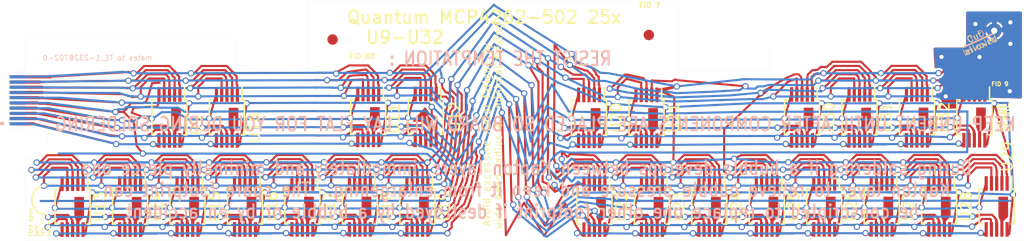
<source format=kicad_pcb>
(kicad_pcb (version 20171130) (host pcbnew 5.1.4-e60b266~84~ubuntu16.04.1)
  (layers (0 F.Cu signal) (31 B.Cu signal) (34 B.Paste user) (35 F.Paste user) (36 B.SilkS user) (37 F.SilkS user) (38 B.Mask user) (39 F.Mask user) (44 Edge.Cuts user))
  (net 0 "")
  (net 1 GNDD)
  (net 2 +5V)
  (net 3 "/MOSI(1)")
  (net 4 "/SCK(1)")
  (net 5 /8)
  (net 6 /U8-Pad8)
  (net 7 /U8-Pad7)
  (net 8 /U8-Pad5)
  (net 9 /U8-Pad6)
  (net 10 /1st_stage_guard_trace)
  (module Fiducial:Fiducial_1mm_Mask3mm (layer F.Cu) (at 132.26542 101.09708)
    (fp_text reference "FID 7" (at 0.0889 -2.83972) (layer F.SilkS) (effects (font (size 0.5 0.5) (thickness 0.125))))
    (fp_text value Fiducial_1mm_Mask3mm)
    (pad "" smd circle (at 0 0) (size 1 1) (layers F.Cu F.Mask) (clearance 1))
  )
  (module Fiducial:Fiducial_1mm_Mask3mm (layer F.Cu) (at 102.02164 101.53142)
    (fp_text reference "FID 88" (at 2.84226 1.6002) (layer F.SilkS) (effects (font (size 0.5 0.5) (thickness 0.1))))
    (fp_text value Fiducial_1mm_Mask3mm)
    (pad "" smd circle (at 0 0) (size 1 1) (layers F.Cu F.Mask) (clearance 1))
  )
  (module Fiducial:Fiducial_1mm_Mask3mm (layer F.Cu) (at 165.94074 103.92156)
    (fp_text reference "FID 9" (at -0.10668 1.87706) (layer F.SilkS) (effects (font (size 0.4 0.4) (thickness 0.1))))
    (fp_text value Fiducial_1mm_Mask3mm)
    (pad "" smd circle (at 0 0) (size 1 1) (layers F.Cu F.Mask) (clearance 1))
  )
  (module multipackage:TE_1-2328702-0_card_edge (layer B.Cu) (at 71.54486 109.60672 270)
    (fp_text reference "mates to TE_1-2328702-0" (at -6.31762 -7.99778) (layer B.SilkS) (effects (font (size 0.5 0.5) (thickness 0.05)) (justify mirror)))
    (fp_text value VAL** hide)
    (pad 7 smd rect (at -3 -0.36 270) (size 0.3 1.5) (layers F.Cu F.Mask) (net 1 GNDD))
    (pad 9 smd rect (at -4 -0.36 270) (size 0.3 1.5) (layers F.Cu F.Mask) (net 4 "/SCK(1)"))
    (pad 4 smd rect (at -1.5 -0.36 270) (size 0.3 1.5) (layers F.Cu F.Mask) (net 8 /U8-Pad5))
    (pad 1 smd rect (at 0 -0.36 270) (size 0.3 1.5) (layers F.Cu F.Mask) (net 9 /U8-Pad6))
    (pad 3 smd rect (at -1 -0.36 270) (size 0.3 1.5) (layers F.Cu F.Mask) (net 6 /U8-Pad8))
    (pad 6 smd rect (at -2.5 -0.36 270) (size 0.3 1.5) (layers F.Cu F.Mask) (net 2 +5V))
    (pad 2 smd rect (at -0.5 -0.36 270) (size 0.3 1.5) (layers F.Cu F.Mask) (net 7 /U8-Pad7))
    (pad 5 smd rect (at -2 -0.36 270) (size 0.3 1.5) (layers F.Cu F.Mask) (net 10 /1st_stage_guard_trace))
    (pad 8 smd rect (at -3.5 -0.36 270) (size 0.3 1.5) (layers F.Cu F.Mask) (net 3 "/MOSI(1)"))
    (pad 10 smd rect (at -4.5 -0.36 270) (size 0.3 1.5) (layers F.Cu F.Mask) (net 5 /8))
    (pad 10 smd rect (at -4.5 -0.35 270) (size 0.3 1.5) (layers B.Cu B.Mask) (net 5 /8))
    (pad 9 smd rect (at -4 -0.35 270) (size 0.3 1.5) (layers B.Cu B.Mask) (net 4 "/SCK(1)"))
    (pad 8 smd rect (at -3.5 -0.35 270) (size 0.3 1.5) (layers B.Cu B.Mask) (net 3 "/MOSI(1)"))
    (pad 7 smd rect (at -3 -0.35 270) (size 0.3 1.5) (layers B.Cu B.Mask) (net 1 GNDD))
    (pad 6 smd rect (at -2.5 -0.35 270) (size 0.3 1.5) (layers B.Cu B.Mask) (net 2 +5V))
    (pad 5 smd rect (at -2 -0.35 270) (size 0.3 1.5) (layers B.Cu B.Mask) (net 10 /1st_stage_guard_trace))
    (pad 4 smd rect (at -1.5 -0.35 270) (size 0.3 1.5) (layers B.Cu B.Mask) (net 8 /U8-Pad5))
    (pad 3 smd rect (at -1 -0.35 270) (size 0.3 1.5) (layers B.Cu B.Mask) (net 6 /U8-Pad8))
    (pad 2 smd rect (at -0.5 -0.35 270) (size 0.3 1.5) (layers B.Cu B.Mask) (net 7 /U8-Pad7))
    (pad 1 smd rect (at 0 -0.35 270) (size 0.3 1.5) (layers B.Cu B.Mask) (net 9 /U8-Pad6))
  )
  (module Package_SO:MSOP-10_3x3mm_P0.5mm (layer F.Cu) (at 143.54302 117.53342 270)
    (fp_text reference U25 (at 0 -2.6 90) (layer F.SilkS))
    (fp_text value MCP4262-502E/UN)
    (pad 1 smd rect (at -2.2 -1 270) (size 1.4 0.3) (layers F.Cu F.Paste F.Mask) (net 5 /8))
    (pad 2 smd rect (at -2.2 -0.5 270) (size 1.4 0.3) (layers F.Cu F.Paste F.Mask) (net 4 "/SCK(1)"))
    (pad 3 smd rect (at -2.2 0 270) (size 1.4 0.3) (layers F.Cu F.Paste F.Mask) (net 3 "/MOSI(1)"))
    (pad 4 smd rect (at -2.2 0.5 270) (size 1.4 0.3) (layers F.Cu F.Paste F.Mask) (net 1 GNDD))
    (pad 5 smd rect (at -2.2 1 270) (size 1.4 0.3) (layers F.Cu F.Paste F.Mask) (net 8 /U8-Pad5))
    (pad 6 smd rect (at 2.2 1 270) (size 1.4 0.3) (layers F.Cu F.Paste F.Mask) (net 9 /U8-Pad6))
    (pad 7 smd rect (at 2.2 0.5 270) (size 1.4 0.3) (layers F.Cu F.Paste F.Mask) (net 7 /U8-Pad7))
    (pad 8 smd rect (at 2.2 0 270) (size 1.4 0.3) (layers F.Cu F.Paste F.Mask) (net 6 /U8-Pad8))
    (pad 9 smd rect (at 2.2 -0.5 270) (size 1.4 0.3) (layers F.Cu F.Paste F.Mask))
    (pad 10 smd rect (at 2.2 -1 270) (size 1.4 0.3) (layers F.Cu F.Paste F.Mask) (net 2 +5V))
  )
  (module Package_SO:MSOP-10_3x3mm_P0.5mm (layer F.Cu) (at 132.55752 117.54358 270)
    (fp_text reference U23 (at 0 -2.6 90) (layer F.SilkS))
    (fp_text value MCP4262-502E/UN)
    (pad 10 smd rect (at 2.2 -1 270) (size 1.4 0.3) (layers F.Cu F.Paste F.Mask) (net 2 +5V))
    (pad 9 smd rect (at 2.2 -0.5 270) (size 1.4 0.3) (layers F.Cu F.Paste F.Mask))
    (pad 8 smd rect (at 2.2 0 270) (size 1.4 0.3) (layers F.Cu F.Paste F.Mask) (net 6 /U8-Pad8))
    (pad 7 smd rect (at 2.2 0.5 270) (size 1.4 0.3) (layers F.Cu F.Paste F.Mask) (net 7 /U8-Pad7))
    (pad 6 smd rect (at 2.2 1 270) (size 1.4 0.3) (layers F.Cu F.Paste F.Mask) (net 9 /U8-Pad6))
    (pad 5 smd rect (at -2.2 1 270) (size 1.4 0.3) (layers F.Cu F.Paste F.Mask) (net 8 /U8-Pad5))
    (pad 4 smd rect (at -2.2 0.5 270) (size 1.4 0.3) (layers F.Cu F.Paste F.Mask) (net 1 GNDD))
    (pad 3 smd rect (at -2.2 0 270) (size 1.4 0.3) (layers F.Cu F.Paste F.Mask) (net 3 "/MOSI(1)"))
    (pad 2 smd rect (at -2.2 -0.5 270) (size 1.4 0.3) (layers F.Cu F.Paste F.Mask) (net 4 "/SCK(1)"))
    (pad 1 smd rect (at -2.2 -1 270) (size 1.4 0.3) (layers F.Cu F.Paste F.Mask) (net 5 /8))
  )
  (module Package_SO:MSOP-10_3x3mm_P0.5mm (layer F.Cu) (at 138.04646 117.53596 270)
    (fp_text reference U24 (at 0 -2.6 90) (layer F.SilkS))
    (fp_text value MCP4262-502E/UN)
    (pad 10 smd rect (at 2.2 -1 270) (size 1.4 0.3) (layers F.Cu F.Paste F.Mask) (net 2 +5V))
    (pad 9 smd rect (at 2.2 -0.5 270) (size 1.4 0.3) (layers F.Cu F.Paste F.Mask))
    (pad 8 smd rect (at 2.2 0 270) (size 1.4 0.3) (layers F.Cu F.Paste F.Mask) (net 6 /U8-Pad8))
    (pad 7 smd rect (at 2.2 0.5 270) (size 1.4 0.3) (layers F.Cu F.Paste F.Mask) (net 7 /U8-Pad7))
    (pad 6 smd rect (at 2.2 1 270) (size 1.4 0.3) (layers F.Cu F.Paste F.Mask) (net 9 /U8-Pad6))
    (pad 5 smd rect (at -2.2 1 270) (size 1.4 0.3) (layers F.Cu F.Paste F.Mask) (net 8 /U8-Pad5))
    (pad 4 smd rect (at -2.2 0.5 270) (size 1.4 0.3) (layers F.Cu F.Paste F.Mask) (net 1 GNDD))
    (pad 3 smd rect (at -2.2 0 270) (size 1.4 0.3) (layers F.Cu F.Paste F.Mask) (net 3 "/MOSI(1)"))
    (pad 2 smd rect (at -2.2 -0.5 270) (size 1.4 0.3) (layers F.Cu F.Paste F.Mask) (net 4 "/SCK(1)"))
    (pad 1 smd rect (at -2.2 -1 270) (size 1.4 0.3) (layers F.Cu F.Paste F.Mask) (net 5 /8))
  )
  (module Package_SO:MSOP-10_3x3mm_P0.5mm (layer F.Cu) (at 154.52852 117.52072 270)
    (fp_text reference U27 (at 0 -2.6 90) (layer F.SilkS))
    (fp_text value MCP4262-502E/UN)
    (pad 10 smd rect (at 2.2 -1 270) (size 1.4 0.3) (layers F.Cu F.Paste F.Mask) (net 2 +5V))
    (pad 9 smd rect (at 2.2 -0.5 270) (size 1.4 0.3) (layers F.Cu F.Paste F.Mask))
    (pad 8 smd rect (at 2.2 0 270) (size 1.4 0.3) (layers F.Cu F.Paste F.Mask) (net 6 /U8-Pad8))
    (pad 7 smd rect (at 2.2 0.5 270) (size 1.4 0.3) (layers F.Cu F.Paste F.Mask) (net 7 /U8-Pad7))
    (pad 6 smd rect (at 2.2 1 270) (size 1.4 0.3) (layers F.Cu F.Paste F.Mask) (net 9 /U8-Pad6))
    (pad 5 smd rect (at -2.2 1 270) (size 1.4 0.3) (layers F.Cu F.Paste F.Mask) (net 8 /U8-Pad5))
    (pad 4 smd rect (at -2.2 0.5 270) (size 1.4 0.3) (layers F.Cu F.Paste F.Mask) (net 1 GNDD))
    (pad 3 smd rect (at -2.2 0 270) (size 1.4 0.3) (layers F.Cu F.Paste F.Mask) (net 3 "/MOSI(1)"))
    (pad 2 smd rect (at -2.2 -0.5 270) (size 1.4 0.3) (layers F.Cu F.Paste F.Mask) (net 4 "/SCK(1)"))
    (pad 1 smd rect (at -2.2 -1 270) (size 1.4 0.3) (layers F.Cu F.Paste F.Mask) (net 5 /8))
  )
  (module Package_SO:MSOP-10_3x3mm_P0.5mm (layer F.Cu) (at 127.06096 117.54612 270)
    (fp_text reference U22 (at 0 -2.6 90) (layer F.SilkS))
    (fp_text value MCP4262-502E/UN)
    (pad 1 smd rect (at -2.2 -1 270) (size 1.4 0.3) (layers F.Cu F.Paste F.Mask) (net 5 /8))
    (pad 2 smd rect (at -2.2 -0.5 270) (size 1.4 0.3) (layers F.Cu F.Paste F.Mask) (net 4 "/SCK(1)"))
    (pad 3 smd rect (at -2.2 0 270) (size 1.4 0.3) (layers F.Cu F.Paste F.Mask) (net 3 "/MOSI(1)"))
    (pad 4 smd rect (at -2.2 0.5 270) (size 1.4 0.3) (layers F.Cu F.Paste F.Mask) (net 1 GNDD))
    (pad 5 smd rect (at -2.2 1 270) (size 1.4 0.3) (layers F.Cu F.Paste F.Mask) (net 8 /U8-Pad5))
    (pad 6 smd rect (at 2.2 1 270) (size 1.4 0.3) (layers F.Cu F.Paste F.Mask) (net 9 /U8-Pad6))
    (pad 7 smd rect (at 2.2 0.5 270) (size 1.4 0.3) (layers F.Cu F.Paste F.Mask) (net 7 /U8-Pad7))
    (pad 8 smd rect (at 2.2 0 270) (size 1.4 0.3) (layers F.Cu F.Paste F.Mask) (net 6 /U8-Pad8))
    (pad 9 smd rect (at 2.2 -0.5 270) (size 1.4 0.3) (layers F.Cu F.Paste F.Mask))
    (pad 10 smd rect (at 2.2 -1 270) (size 1.4 0.3) (layers F.Cu F.Paste F.Mask) (net 2 +5V))
  )
  (module Package_SO:MSOP-10_3x3mm_P0.5mm (layer F.Cu) (at 149.03196 117.52326 270)
    (fp_text reference U26 (at 0 -2.6 90) (layer F.SilkS))
    (fp_text value MCP4262-502E/UN)
    (pad 1 smd rect (at -2.2 -1 270) (size 1.4 0.3) (layers F.Cu F.Paste F.Mask) (net 5 /8))
    (pad 2 smd rect (at -2.2 -0.5 270) (size 1.4 0.3) (layers F.Cu F.Paste F.Mask) (net 4 "/SCK(1)"))
    (pad 3 smd rect (at -2.2 0 270) (size 1.4 0.3) (layers F.Cu F.Paste F.Mask) (net 3 "/MOSI(1)"))
    (pad 4 smd rect (at -2.2 0.5 270) (size 1.4 0.3) (layers F.Cu F.Paste F.Mask) (net 1 GNDD))
    (pad 5 smd rect (at -2.2 1 270) (size 1.4 0.3) (layers F.Cu F.Paste F.Mask) (net 8 /U8-Pad5))
    (pad 6 smd rect (at 2.2 1 270) (size 1.4 0.3) (layers F.Cu F.Paste F.Mask) (net 9 /U8-Pad6))
    (pad 7 smd rect (at 2.2 0.5 270) (size 1.4 0.3) (layers F.Cu F.Paste F.Mask) (net 7 /U8-Pad7))
    (pad 8 smd rect (at 2.2 0 270) (size 1.4 0.3) (layers F.Cu F.Paste F.Mask) (net 6 /U8-Pad8))
    (pad 9 smd rect (at 2.2 -0.5 270) (size 1.4 0.3) (layers F.Cu F.Paste F.Mask))
    (pad 10 smd rect (at 2.2 -1 270) (size 1.4 0.3) (layers F.Cu F.Paste F.Mask) (net 2 +5V))
  )
  (module Package_SO:MSOP-10_3x3mm_P0.5mm (layer F.Cu) (at 165.52418 117.5258 270)
    (fp_text reference U29 (at -4.7752 -1.016 90) (layer F.SilkS))
    (fp_text value MCP4262-502E/UN)
    (pad 1 smd rect (at -2.2 -1 270) (size 1.4 0.3) (layers F.Cu F.Paste F.Mask) (net 5 /8))
    (pad 2 smd rect (at -2.2 -0.5 270) (size 1.4 0.3) (layers F.Cu F.Paste F.Mask) (net 4 "/SCK(1)"))
    (pad 3 smd rect (at -2.2 0 270) (size 1.4 0.3) (layers F.Cu F.Paste F.Mask) (net 3 "/MOSI(1)"))
    (pad 4 smd rect (at -2.2 0.5 270) (size 1.4 0.3) (layers F.Cu F.Paste F.Mask) (net 1 GNDD))
    (pad 5 smd rect (at -2.2 1 270) (size 1.4 0.3) (layers F.Cu F.Paste F.Mask) (net 8 /U8-Pad5))
    (pad 6 smd rect (at 2.2 1 270) (size 1.4 0.3) (layers F.Cu F.Paste F.Mask) (net 9 /U8-Pad6))
    (pad 7 smd rect (at 2.2 0.5 270) (size 1.4 0.3) (layers F.Cu F.Paste F.Mask) (net 7 /U8-Pad7))
    (pad 8 smd rect (at 2.2 0 270) (size 1.4 0.3) (layers F.Cu F.Paste F.Mask) (net 6 /U8-Pad8))
    (pad 9 smd rect (at 2.2 -0.5 270) (size 1.4 0.3) (layers F.Cu F.Paste F.Mask))
    (pad 10 smd rect (at 2.2 -1 270) (size 1.4 0.3) (layers F.Cu F.Paste F.Mask) (net 2 +5V))
  )
  (module Package_SO:MSOP-10_3x3mm_P0.5mm (layer F.Cu) (at 160.02762 117.52834 270)
    (fp_text reference U28 (at 0 -2.6 90) (layer F.SilkS))
    (fp_text value MCP4262-502E/UN)
    (pad 10 smd rect (at 2.2 -1 270) (size 1.4 0.3) (layers F.Cu F.Paste F.Mask) (net 2 +5V))
    (pad 9 smd rect (at 2.2 -0.5 270) (size 1.4 0.3) (layers F.Cu F.Paste F.Mask))
    (pad 8 smd rect (at 2.2 0 270) (size 1.4 0.3) (layers F.Cu F.Paste F.Mask) (net 6 /U8-Pad8))
    (pad 7 smd rect (at 2.2 0.5 270) (size 1.4 0.3) (layers F.Cu F.Paste F.Mask) (net 7 /U8-Pad7))
    (pad 6 smd rect (at 2.2 1 270) (size 1.4 0.3) (layers F.Cu F.Paste F.Mask) (net 9 /U8-Pad6))
    (pad 5 smd rect (at -2.2 1 270) (size 1.4 0.3) (layers F.Cu F.Paste F.Mask) (net 8 /U8-Pad5))
    (pad 4 smd rect (at -2.2 0.5 270) (size 1.4 0.3) (layers F.Cu F.Paste F.Mask) (net 1 GNDD))
    (pad 3 smd rect (at -2.2 0 270) (size 1.4 0.3) (layers F.Cu F.Paste F.Mask) (net 3 "/MOSI(1)"))
    (pad 2 smd rect (at -2.2 -0.5 270) (size 1.4 0.3) (layers F.Cu F.Paste F.Mask) (net 4 "/SCK(1)"))
    (pad 1 smd rect (at -2.2 -1 270) (size 1.4 0.3) (layers F.Cu F.Paste F.Mask) (net 5 /8))
  )
  (module Package_SO:MSOP-10_3x3mm_P0.5mm (layer F.Cu) (at 99.13366 117.52326 270)
    (fp_text reference U17 (at 0 -2.6 90) (layer F.SilkS))
    (fp_text value MCP4262-502E/UN)
    (pad 10 smd rect (at 2.2 -1 270) (size 1.4 0.3) (layers F.Cu F.Paste F.Mask) (net 2 +5V))
    (pad 9 smd rect (at 2.2 -0.5 270) (size 1.4 0.3) (layers F.Cu F.Paste F.Mask))
    (pad 8 smd rect (at 2.2 0 270) (size 1.4 0.3) (layers F.Cu F.Paste F.Mask) (net 6 /U8-Pad8))
    (pad 7 smd rect (at 2.2 0.5 270) (size 1.4 0.3) (layers F.Cu F.Paste F.Mask) (net 7 /U8-Pad7))
    (pad 6 smd rect (at 2.2 1 270) (size 1.4 0.3) (layers F.Cu F.Paste F.Mask) (net 9 /U8-Pad6))
    (pad 5 smd rect (at -2.2 1 270) (size 1.4 0.3) (layers F.Cu F.Paste F.Mask) (net 8 /U8-Pad5))
    (pad 4 smd rect (at -2.2 0.5 270) (size 1.4 0.3) (layers F.Cu F.Paste F.Mask) (net 1 GNDD))
    (pad 3 smd rect (at -2.2 0 270) (size 1.4 0.3) (layers F.Cu F.Paste F.Mask) (net 3 "/MOSI(1)"))
    (pad 2 smd rect (at -2.2 -0.5 270) (size 1.4 0.3) (layers F.Cu F.Paste F.Mask) (net 4 "/SCK(1)"))
    (pad 1 smd rect (at -2.2 -1 270) (size 1.4 0.3) (layers F.Cu F.Paste F.Mask) (net 5 /8))
  )
  (module Package_SO:MSOP-10_3x3mm_P0.5mm (layer F.Cu) (at 104.63022 117.52072 270)
    (fp_text reference U18 (at 0 -2.6 90) (layer F.SilkS))
    (fp_text value MCP4262-502E/UN)
    (pad 1 smd rect (at -2.2 -1 270) (size 1.4 0.3) (layers F.Cu F.Paste F.Mask) (net 5 /8))
    (pad 2 smd rect (at -2.2 -0.5 270) (size 1.4 0.3) (layers F.Cu F.Paste F.Mask) (net 4 "/SCK(1)"))
    (pad 3 smd rect (at -2.2 0 270) (size 1.4 0.3) (layers F.Cu F.Paste F.Mask) (net 3 "/MOSI(1)"))
    (pad 4 smd rect (at -2.2 0.5 270) (size 1.4 0.3) (layers F.Cu F.Paste F.Mask) (net 1 GNDD))
    (pad 5 smd rect (at -2.2 1 270) (size 1.4 0.3) (layers F.Cu F.Paste F.Mask) (net 8 /U8-Pad5))
    (pad 6 smd rect (at 2.2 1 270) (size 1.4 0.3) (layers F.Cu F.Paste F.Mask) (net 9 /U8-Pad6))
    (pad 7 smd rect (at 2.2 0.5 270) (size 1.4 0.3) (layers F.Cu F.Paste F.Mask) (net 7 /U8-Pad7))
    (pad 8 smd rect (at 2.2 0 270) (size 1.4 0.3) (layers F.Cu F.Paste F.Mask) (net 6 /U8-Pad8))
    (pad 9 smd rect (at 2.2 -0.5 270) (size 1.4 0.3) (layers F.Cu F.Paste F.Mask))
    (pad 10 smd rect (at 2.2 -1 270) (size 1.4 0.3) (layers F.Cu F.Paste F.Mask) (net 2 +5V))
  )
  (module Package_SO:MSOP-10_3x3mm_P0.5mm (layer F.Cu) (at 93.64472 117.53342 270)
    (fp_text reference U16 (at 0 -2.6 90) (layer F.SilkS))
    (fp_text value MCP4262-502E/UN)
    (pad 10 smd rect (at 2.2 -1 270) (size 1.4 0.3) (layers F.Cu F.Paste F.Mask) (net 2 +5V))
    (pad 9 smd rect (at 2.2 -0.5 270) (size 1.4 0.3) (layers F.Cu F.Paste F.Mask))
    (pad 8 smd rect (at 2.2 0 270) (size 1.4 0.3) (layers F.Cu F.Paste F.Mask) (net 6 /U8-Pad8))
    (pad 7 smd rect (at 2.2 0.5 270) (size 1.4 0.3) (layers F.Cu F.Paste F.Mask) (net 7 /U8-Pad7))
    (pad 6 smd rect (at 2.2 1 270) (size 1.4 0.3) (layers F.Cu F.Paste F.Mask) (net 9 /U8-Pad6))
    (pad 5 smd rect (at -2.2 1 270) (size 1.4 0.3) (layers F.Cu F.Paste F.Mask) (net 8 /U8-Pad5))
    (pad 4 smd rect (at -2.2 0.5 270) (size 1.4 0.3) (layers F.Cu F.Paste F.Mask) (net 1 GNDD))
    (pad 3 smd rect (at -2.2 0 270) (size 1.4 0.3) (layers F.Cu F.Paste F.Mask) (net 3 "/MOSI(1)"))
    (pad 2 smd rect (at -2.2 -0.5 270) (size 1.4 0.3) (layers F.Cu F.Paste F.Mask) (net 4 "/SCK(1)"))
    (pad 1 smd rect (at -2.2 -1 270) (size 1.4 0.3) (layers F.Cu F.Paste F.Mask) (net 5 /8))
  )
  (module Package_SO:MSOP-10_3x3mm_P0.5mm (layer F.Cu) (at 88.14816 117.53596 270)
    (fp_text reference U15 (at 0 -2.6 90) (layer F.SilkS))
    (fp_text value MCP4262-502E/UN)
    (pad 1 smd rect (at -2.2 -1 270) (size 1.4 0.3) (layers F.Cu F.Paste F.Mask) (net 5 /8))
    (pad 2 smd rect (at -2.2 -0.5 270) (size 1.4 0.3) (layers F.Cu F.Paste F.Mask) (net 4 "/SCK(1)"))
    (pad 3 smd rect (at -2.2 0 270) (size 1.4 0.3) (layers F.Cu F.Paste F.Mask) (net 3 "/MOSI(1)"))
    (pad 4 smd rect (at -2.2 0.5 270) (size 1.4 0.3) (layers F.Cu F.Paste F.Mask) (net 1 GNDD))
    (pad 5 smd rect (at -2.2 1 270) (size 1.4 0.3) (layers F.Cu F.Paste F.Mask) (net 8 /U8-Pad5))
    (pad 6 smd rect (at 2.2 1 270) (size 1.4 0.3) (layers F.Cu F.Paste F.Mask) (net 9 /U8-Pad6))
    (pad 7 smd rect (at 2.2 0.5 270) (size 1.4 0.3) (layers F.Cu F.Paste F.Mask) (net 7 /U8-Pad7))
    (pad 8 smd rect (at 2.2 0 270) (size 1.4 0.3) (layers F.Cu F.Paste F.Mask) (net 6 /U8-Pad8))
    (pad 9 smd rect (at 2.2 -0.5 270) (size 1.4 0.3) (layers F.Cu F.Paste F.Mask))
    (pad 10 smd rect (at 2.2 -1 270) (size 1.4 0.3) (layers F.Cu F.Paste F.Mask) (net 2 +5V))
  )
  (module Package_SO:MSOP-10_3x3mm_P0.5mm (layer F.Cu) (at 77.16266 117.54612 270)
    (fp_text reference U13 (at 0 -2.6 270) (layer F.SilkS))
    (fp_text value MCP4262-502E/UN)
    (pad 10 smd rect (at 2.2 -1 270) (size 1.4 0.3) (layers F.Cu F.Paste F.Mask) (net 2 +5V))
    (pad 9 smd rect (at 2.2 -0.5 270) (size 1.4 0.3) (layers F.Cu F.Paste F.Mask))
    (pad 8 smd rect (at 2.2 0 270) (size 1.4 0.3) (layers F.Cu F.Paste F.Mask) (net 6 /U8-Pad8))
    (pad 7 smd rect (at 2.2 0.5 270) (size 1.4 0.3) (layers F.Cu F.Paste F.Mask) (net 7 /U8-Pad7))
    (pad 6 smd rect (at 2.2 1 270) (size 1.4 0.3) (layers F.Cu F.Paste F.Mask) (net 9 /U8-Pad6))
    (pad 5 smd rect (at -2.2 1 270) (size 1.4 0.3) (layers F.Cu F.Paste F.Mask) (net 8 /U8-Pad5))
    (pad 4 smd rect (at -2.2 0.5 270) (size 1.4 0.3) (layers F.Cu F.Paste F.Mask) (net 1 GNDD))
    (pad 3 smd rect (at -2.2 0 270) (size 1.4 0.3) (layers F.Cu F.Paste F.Mask) (net 3 "/MOSI(1)"))
    (pad 2 smd rect (at -2.2 -0.5 270) (size 1.4 0.3) (layers F.Cu F.Paste F.Mask) (net 4 "/SCK(1)"))
    (pad 1 smd rect (at -2.2 -1 270) (size 1.4 0.3) (layers F.Cu F.Paste F.Mask) (net 5 /8))
  )
  (module Package_SO:MSOP-10_3x3mm_P0.5mm (layer F.Cu) (at 82.65922 117.54358 270)
    (fp_text reference U14 (at 0 -2.6 90) (layer F.SilkS))
    (fp_text value MCP4262-502E/UN)
    (pad 1 smd rect (at -2.2 -1 270) (size 1.4 0.3) (layers F.Cu F.Paste F.Mask) (net 5 /8))
    (pad 2 smd rect (at -2.2 -0.5 270) (size 1.4 0.3) (layers F.Cu F.Paste F.Mask) (net 4 "/SCK(1)"))
    (pad 3 smd rect (at -2.2 0 270) (size 1.4 0.3) (layers F.Cu F.Paste F.Mask) (net 3 "/MOSI(1)"))
    (pad 4 smd rect (at -2.2 0.5 270) (size 1.4 0.3) (layers F.Cu F.Paste F.Mask) (net 1 GNDD))
    (pad 5 smd rect (at -2.2 1 270) (size 1.4 0.3) (layers F.Cu F.Paste F.Mask) (net 8 /U8-Pad5))
    (pad 6 smd rect (at 2.2 1 270) (size 1.4 0.3) (layers F.Cu F.Paste F.Mask) (net 9 /U8-Pad6))
    (pad 7 smd rect (at 2.2 0.5 270) (size 1.4 0.3) (layers F.Cu F.Paste F.Mask) (net 7 /U8-Pad7))
    (pad 8 smd rect (at 2.2 0 270) (size 1.4 0.3) (layers F.Cu F.Paste F.Mask) (net 6 /U8-Pad8))
    (pad 9 smd rect (at 2.2 -0.5 270) (size 1.4 0.3) (layers F.Cu F.Paste F.Mask))
    (pad 10 smd rect (at 2.2 -1 270) (size 1.4 0.3) (layers F.Cu F.Paste F.Mask) (net 2 +5V))
  )
  (module Package_SO:MSOP-10_3x3mm_P0.5mm (layer F.Cu) (at 126.5428 109.03458 270)
    (fp_text reference U20 (at 0 -2.6 90) (layer F.SilkS))
    (fp_text value MCP4262-502E/UN)
    (pad 10 smd rect (at 2.2 -1 270) (size 1.4 0.3) (layers F.Cu F.Paste F.Mask) (net 2 +5V))
    (pad 9 smd rect (at 2.2 -0.5 270) (size 1.4 0.3) (layers F.Cu F.Paste F.Mask))
    (pad 8 smd rect (at 2.2 0 270) (size 1.4 0.3) (layers F.Cu F.Paste F.Mask) (net 6 /U8-Pad8))
    (pad 7 smd rect (at 2.2 0.5 270) (size 1.4 0.3) (layers F.Cu F.Paste F.Mask) (net 7 /U8-Pad7))
    (pad 6 smd rect (at 2.2 1 270) (size 1.4 0.3) (layers F.Cu F.Paste F.Mask) (net 9 /U8-Pad6))
    (pad 5 smd rect (at -2.2 1 270) (size 1.4 0.3) (layers F.Cu F.Paste F.Mask) (net 8 /U8-Pad5))
    (pad 4 smd rect (at -2.2 0.5 270) (size 1.4 0.3) (layers F.Cu F.Paste F.Mask) (net 1 GNDD))
    (pad 3 smd rect (at -2.2 0 270) (size 1.4 0.3) (layers F.Cu F.Paste F.Mask) (net 3 "/MOSI(1)"))
    (pad 2 smd rect (at -2.2 -0.5 270) (size 1.4 0.3) (layers F.Cu F.Paste F.Mask) (net 4 "/SCK(1)"))
    (pad 1 smd rect (at -2.2 -1 270) (size 1.4 0.3) (layers F.Cu F.Paste F.Mask) (net 5 /8))
  )
  (module Package_SO:MSOP-10_3x3mm_P0.5mm (layer F.Cu) (at 132.03936 109.03204 270)
    (fp_text reference U21 (at 0 -2.6 90) (layer F.SilkS))
    (fp_text value MCP4262-502E/UN)
    (pad 1 smd rect (at -2.2 -1 270) (size 1.4 0.3) (layers F.Cu F.Paste F.Mask) (net 5 /8))
    (pad 2 smd rect (at -2.2 -0.5 270) (size 1.4 0.3) (layers F.Cu F.Paste F.Mask) (net 4 "/SCK(1)"))
    (pad 3 smd rect (at -2.2 0 270) (size 1.4 0.3) (layers F.Cu F.Paste F.Mask) (net 3 "/MOSI(1)"))
    (pad 4 smd rect (at -2.2 0.5 270) (size 1.4 0.3) (layers F.Cu F.Paste F.Mask) (net 1 GNDD))
    (pad 5 smd rect (at -2.2 1 270) (size 1.4 0.3) (layers F.Cu F.Paste F.Mask) (net 8 /U8-Pad5))
    (pad 6 smd rect (at 2.2 1 270) (size 1.4 0.3) (layers F.Cu F.Paste F.Mask) (net 9 /U8-Pad6))
    (pad 7 smd rect (at 2.2 0.5 270) (size 1.4 0.3) (layers F.Cu F.Paste F.Mask) (net 7 /U8-Pad7))
    (pad 8 smd rect (at 2.2 0 270) (size 1.4 0.3) (layers F.Cu F.Paste F.Mask) (net 6 /U8-Pad8))
    (pad 9 smd rect (at 2.2 -0.5 270) (size 1.4 0.3) (layers F.Cu F.Paste F.Mask))
    (pad 10 smd rect (at 2.2 -1 270) (size 1.4 0.3) (layers F.Cu F.Paste F.Mask) (net 2 +5V))
  )
  (module Package_SO:MSOP-10_3x3mm_P0.5mm (layer F.Cu) (at 157.89656 108.98378 270)
    (fp_text reference U32 (at 0 -2.6 90) (layer F.SilkS))
    (fp_text value MCP4262-502E/UN)
    (pad 10 smd rect (at 2.2 -1 270) (size 1.4 0.3) (layers F.Cu F.Paste F.Mask) (net 2 +5V))
    (pad 9 smd rect (at 2.2 -0.5 270) (size 1.4 0.3) (layers F.Cu F.Paste F.Mask))
    (pad 8 smd rect (at 2.2 0 270) (size 1.4 0.3) (layers F.Cu F.Paste F.Mask) (net 6 /U8-Pad8))
    (pad 7 smd rect (at 2.2 0.5 270) (size 1.4 0.3) (layers F.Cu F.Paste F.Mask) (net 7 /U8-Pad7))
    (pad 6 smd rect (at 2.2 1 270) (size 1.4 0.3) (layers F.Cu F.Paste F.Mask) (net 9 /U8-Pad6))
    (pad 5 smd rect (at -2.2 1 270) (size 1.4 0.3) (layers F.Cu F.Paste F.Mask) (net 8 /U8-Pad5))
    (pad 4 smd rect (at -2.2 0.5 270) (size 1.4 0.3) (layers F.Cu F.Paste F.Mask) (net 1 GNDD))
    (pad 3 smd rect (at -2.2 0 270) (size 1.4 0.3) (layers F.Cu F.Paste F.Mask) (net 3 "/MOSI(1)"))
    (pad 2 smd rect (at -2.2 -0.5 270) (size 1.4 0.3) (layers F.Cu F.Paste F.Mask) (net 4 "/SCK(1)"))
    (pad 1 smd rect (at -2.2 -1 270) (size 1.4 0.3) (layers F.Cu F.Paste F.Mask) (net 5 /8))
  )
  (module Package_SO:MSOP-10_3x3mm_P0.5mm (layer F.Cu) (at 163.39312 108.98124 270)
    (fp_text reference SPARE (at 0.0254 -2.84226 270) (layer F.SilkS) (effects (font (size 1 0.6))))
    (fp_text value MCP4262-502E/UN)
    (pad 1 smd rect (at -2.2 -1 270) (size 1.4 0.3) (layers F.Cu F.Paste F.Mask) (net 5 /8))
    (pad 2 smd rect (at -2.2 -0.5 270) (size 1.4 0.3) (layers F.Cu F.Paste F.Mask) (net 4 "/SCK(1)"))
    (pad 3 smd rect (at -2.2 0 270) (size 1.4 0.3) (layers F.Cu F.Paste F.Mask) (net 3 "/MOSI(1)"))
    (pad 4 smd rect (at -2.2 0.5 270) (size 1.4 0.3) (layers F.Cu F.Paste F.Mask) (net 1 GNDD))
    (pad 5 smd rect (at -2.2 1 270) (size 1.4 0.3) (layers F.Cu F.Paste F.Mask) (net 8 /U8-Pad5))
    (pad 6 smd rect (at 2.2 1 270) (size 1.4 0.3) (layers F.Cu F.Paste F.Mask) (net 9 /U8-Pad6))
    (pad 7 smd rect (at 2.2 0.5 270) (size 1.4 0.3) (layers F.Cu F.Paste F.Mask) (net 7 /U8-Pad7))
    (pad 8 smd rect (at 2.2 0 270) (size 1.4 0.3) (layers F.Cu F.Paste F.Mask) (net 6 /U8-Pad8))
    (pad 9 smd rect (at 2.2 -0.5 270) (size 1.4 0.3) (layers F.Cu F.Paste F.Mask))
    (pad 10 smd rect (at 2.2 -1 270) (size 1.4 0.3) (layers F.Cu F.Paste F.Mask) (net 2 +5V))
  )
  (module Package_SO:MSOP-10_3x3mm_P0.5mm (layer F.Cu) (at 152.40762 108.99394 270)
    (fp_text reference U31 (at 0 -2.6 90) (layer F.SilkS))
    (fp_text value MCP4262-502E/UN)
    (pad 10 smd rect (at 2.2 -1 270) (size 1.4 0.3) (layers F.Cu F.Paste F.Mask) (net 2 +5V))
    (pad 9 smd rect (at 2.2 -0.5 270) (size 1.4 0.3) (layers F.Cu F.Paste F.Mask))
    (pad 8 smd rect (at 2.2 0 270) (size 1.4 0.3) (layers F.Cu F.Paste F.Mask) (net 6 /U8-Pad8))
    (pad 7 smd rect (at 2.2 0.5 270) (size 1.4 0.3) (layers F.Cu F.Paste F.Mask) (net 7 /U8-Pad7))
    (pad 6 smd rect (at 2.2 1 270) (size 1.4 0.3) (layers F.Cu F.Paste F.Mask) (net 9 /U8-Pad6))
    (pad 5 smd rect (at -2.2 1 270) (size 1.4 0.3) (layers F.Cu F.Paste F.Mask) (net 8 /U8-Pad5))
    (pad 4 smd rect (at -2.2 0.5 270) (size 1.4 0.3) (layers F.Cu F.Paste F.Mask) (net 1 GNDD))
    (pad 3 smd rect (at -2.2 0 270) (size 1.4 0.3) (layers F.Cu F.Paste F.Mask) (net 3 "/MOSI(1)"))
    (pad 2 smd rect (at -2.2 -0.5 270) (size 1.4 0.3) (layers F.Cu F.Paste F.Mask) (net 4 "/SCK(1)"))
    (pad 1 smd rect (at -2.2 -1 270) (size 1.4 0.3) (layers F.Cu F.Paste F.Mask) (net 5 /8))
  )
  (module Package_SO:MSOP-10_3x3mm_P0.5mm (layer F.Cu) (at 146.91106 108.99648 270)
    (fp_text reference U30 (at 0 -2.6 90) (layer F.SilkS))
    (fp_text value MCP4262-502E/UN)
    (pad 1 smd rect (at -2.2 -1 270) (size 1.4 0.3) (layers F.Cu F.Paste F.Mask) (net 5 /8))
    (pad 2 smd rect (at -2.2 -0.5 270) (size 1.4 0.3) (layers F.Cu F.Paste F.Mask) (net 4 "/SCK(1)"))
    (pad 3 smd rect (at -2.2 0 270) (size 1.4 0.3) (layers F.Cu F.Paste F.Mask) (net 3 "/MOSI(1)"))
    (pad 4 smd rect (at -2.2 0.5 270) (size 1.4 0.3) (layers F.Cu F.Paste F.Mask) (net 1 GNDD))
    (pad 5 smd rect (at -2.2 1 270) (size 1.4 0.3) (layers F.Cu F.Paste F.Mask) (net 8 /U8-Pad5))
    (pad 6 smd rect (at 2.2 1 270) (size 1.4 0.3) (layers F.Cu F.Paste F.Mask) (net 9 /U8-Pad6))
    (pad 7 smd rect (at 2.2 0.5 270) (size 1.4 0.3) (layers F.Cu F.Paste F.Mask) (net 7 /U8-Pad7))
    (pad 8 smd rect (at 2.2 0 270) (size 1.4 0.3) (layers F.Cu F.Paste F.Mask) (net 6 /U8-Pad8))
    (pad 9 smd rect (at 2.2 -0.5 270) (size 1.4 0.3) (layers F.Cu F.Paste F.Mask))
    (pad 10 smd rect (at 2.2 -1 270) (size 1.4 0.3) (layers F.Cu F.Paste F.Mask) (net 2 +5V))
  )
  (module Package_SO:MSOP-10_3x3mm_P0.5mm (layer F.Cu) (at 105.43286 108.94568 270)
    (fp_text reference U11 (at 0.14478 -2.47904 270) (layer F.SilkS))
    (fp_text value MCP4262-502E/UN)
    (pad 1 smd rect (at -2.2 -1 270) (size 1.4 0.3) (layers F.Cu F.Paste F.Mask) (net 5 /8))
    (pad 2 smd rect (at -2.2 -0.5 270) (size 1.4 0.3) (layers F.Cu F.Paste F.Mask) (net 4 "/SCK(1)"))
    (pad 3 smd rect (at -2.2 0 270) (size 1.4 0.3) (layers F.Cu F.Paste F.Mask) (net 3 "/MOSI(1)"))
    (pad 4 smd rect (at -2.2 0.5 270) (size 1.4 0.3) (layers F.Cu F.Paste F.Mask) (net 1 GNDD))
    (pad 5 smd rect (at -2.2 1 270) (size 1.4 0.3) (layers F.Cu F.Paste F.Mask) (net 8 /U8-Pad5))
    (pad 6 smd rect (at 2.2 1 270) (size 1.4 0.3) (layers F.Cu F.Paste F.Mask) (net 9 /U8-Pad6))
    (pad 7 smd rect (at 2.2 0.5 270) (size 1.4 0.3) (layers F.Cu F.Paste F.Mask) (net 7 /U8-Pad7))
    (pad 8 smd rect (at 2.2 0 270) (size 1.4 0.3) (layers F.Cu F.Paste F.Mask) (net 6 /U8-Pad8))
    (pad 9 smd rect (at 2.2 -0.5 270) (size 1.4 0.3) (layers F.Cu F.Paste F.Mask))
    (pad 10 smd rect (at 2.2 -1 270) (size 1.4 0.3) (layers F.Cu F.Paste F.Mask) (net 2 +5V))
  )
  (module Package_SO:MSOP-10_3x3mm_P0.5mm (layer F.Cu) (at 110.92942 108.94314 270)
    (fp_text reference U12 (at -0.03048 -2.7559 270) (layer F.SilkS))
    (fp_text value MCP4262-502E/UN)
    (pad 10 smd rect (at 2.2 -1 270) (size 1.4 0.3) (layers F.Cu F.Paste F.Mask) (net 2 +5V))
    (pad 9 smd rect (at 2.2 -0.5 270) (size 1.4 0.3) (layers F.Cu F.Paste F.Mask))
    (pad 8 smd rect (at 2.2 0 270) (size 1.4 0.3) (layers F.Cu F.Paste F.Mask) (net 6 /U8-Pad8))
    (pad 7 smd rect (at 2.2 0.5 270) (size 1.4 0.3) (layers F.Cu F.Paste F.Mask) (net 7 /U8-Pad7))
    (pad 6 smd rect (at 2.2 1 270) (size 1.4 0.3) (layers F.Cu F.Paste F.Mask) (net 9 /U8-Pad6))
    (pad 5 smd rect (at -2.2 1 270) (size 1.4 0.3) (layers F.Cu F.Paste F.Mask) (net 8 /U8-Pad5))
    (pad 4 smd rect (at -2.2 0.5 270) (size 1.4 0.3) (layers F.Cu F.Paste F.Mask) (net 1 GNDD))
    (pad 3 smd rect (at -2.2 0 270) (size 1.4 0.3) (layers F.Cu F.Paste F.Mask) (net 3 "/MOSI(1)"))
    (pad 2 smd rect (at -2.2 -0.5 270) (size 1.4 0.3) (layers F.Cu F.Paste F.Mask) (net 4 "/SCK(1)"))
    (pad 1 smd rect (at -2.2 -1 270) (size 1.4 0.3) (layers F.Cu F.Paste F.Mask) (net 5 /8))
  )
  (module Package_SO:MSOP-10_3x3mm_P0.5mm (layer F.Cu) (at 110.12932 117.52834 270)
    (fp_text reference U19 (at 0 -2.6 90) (layer F.SilkS))
    (fp_text value MCP4262-502E/UN)
    (pad 1 smd rect (at -2.2 -1 270) (size 1.4 0.3) (layers F.Cu F.Paste F.Mask) (net 5 /8))
    (pad 2 smd rect (at -2.2 -0.5 270) (size 1.4 0.3) (layers F.Cu F.Paste F.Mask) (net 4 "/SCK(1)"))
    (pad 3 smd rect (at -2.2 0 270) (size 1.4 0.3) (layers F.Cu F.Paste F.Mask) (net 3 "/MOSI(1)"))
    (pad 4 smd rect (at -2.2 0.5 270) (size 1.4 0.3) (layers F.Cu F.Paste F.Mask) (net 1 GNDD))
    (pad 5 smd rect (at -2.2 1 270) (size 1.4 0.3) (layers F.Cu F.Paste F.Mask) (net 8 /U8-Pad5))
    (pad 6 smd rect (at 2.2 1 270) (size 1.4 0.3) (layers F.Cu F.Paste F.Mask) (net 9 /U8-Pad6))
    (pad 7 smd rect (at 2.2 0.5 270) (size 1.4 0.3) (layers F.Cu F.Paste F.Mask) (net 7 /U8-Pad7))
    (pad 8 smd rect (at 2.2 0 270) (size 1.4 0.3) (layers F.Cu F.Paste F.Mask) (net 6 /U8-Pad8))
    (pad 9 smd rect (at 2.2 -0.5 270) (size 1.4 0.3) (layers F.Cu F.Paste F.Mask))
    (pad 10 smd rect (at 2.2 -1 270) (size 1.4 0.3) (layers F.Cu F.Paste F.Mask) (net 2 +5V))
  )
  (module Package_SO:MSOP-10_3x3mm_P0.5mm (layer F.Cu) (at 91.91752 108.99648 270)
    (fp_text reference U10 (at 0.98298 -2.67208 270) (layer F.SilkS))
    (fp_text value MCP4262-502E/UN)
    (pad 1 smd rect (at -2.2 -1 270) (size 1.4 0.3) (layers F.Cu F.Paste F.Mask) (net 5 /8))
    (pad 2 smd rect (at -2.2 -0.5 270) (size 1.4 0.3) (layers F.Cu F.Paste F.Mask) (net 4 "/SCK(1)"))
    (pad 3 smd rect (at -2.2 0 270) (size 1.4 0.3) (layers F.Cu F.Paste F.Mask) (net 3 "/MOSI(1)"))
    (pad 4 smd rect (at -2.2 0.5 270) (size 1.4 0.3) (layers F.Cu F.Paste F.Mask) (net 1 GNDD))
    (pad 5 smd rect (at -2.2 1 270) (size 1.4 0.3) (layers F.Cu F.Paste F.Mask) (net 8 /U8-Pad5))
    (pad 6 smd rect (at 2.2 1 270) (size 1.4 0.3) (layers F.Cu F.Paste F.Mask) (net 9 /U8-Pad6))
    (pad 7 smd rect (at 2.2 0.5 270) (size 1.4 0.3) (layers F.Cu F.Paste F.Mask) (net 7 /U8-Pad7))
    (pad 8 smd rect (at 2.2 0 270) (size 1.4 0.3) (layers F.Cu F.Paste F.Mask) (net 6 /U8-Pad8))
    (pad 9 smd rect (at 2.2 -0.5 270) (size 1.4 0.3) (layers F.Cu F.Paste F.Mask))
    (pad 10 smd rect (at 2.2 -1 270) (size 1.4 0.3) (layers F.Cu F.Paste F.Mask) (net 2 +5V))
  )
  (module Package_SO:MSOP-10_3x3mm_P0.5mm (layer F.Cu) (at 86.42096 108.99902 270)
    (fp_text reference U9 (at 0.71374 -2.58826 90 unlocked) (layer F.SilkS))
    (fp_text value MCP4262-502E/UN)
    (pad 10 smd rect (at 2.2 -1 270) (size 1.4 0.3) (layers F.Cu F.Paste F.Mask) (net 2 +5V))
    (pad 9 smd rect (at 2.2 -0.5 270) (size 1.4 0.3) (layers F.Cu F.Paste F.Mask))
    (pad 8 smd rect (at 2.2 0 270) (size 1.4 0.3) (layers F.Cu F.Paste F.Mask) (net 6 /U8-Pad8))
    (pad 7 smd rect (at 2.2 0.5 270) (size 1.4 0.3) (layers F.Cu F.Paste F.Mask) (net 7 /U8-Pad7))
    (pad 6 smd rect (at 2.2 1 270) (size 1.4 0.3) (layers F.Cu F.Paste F.Mask) (net 9 /U8-Pad6))
    (pad 5 smd rect (at -2.2 1 270) (size 1.4 0.3) (layers F.Cu F.Paste F.Mask) (net 8 /U8-Pad5))
    (pad 4 smd rect (at -2.2 0.5 270) (size 1.4 0.3) (layers F.Cu F.Paste F.Mask) (net 1 GNDD))
    (pad 3 smd rect (at -2.2 0 270) (size 1.4 0.3) (layers F.Cu F.Paste F.Mask) (net 3 "/MOSI(1)"))
    (pad 2 smd rect (at -2.2 -0.5 270) (size 1.4 0.3) (layers F.Cu F.Paste F.Mask) (net 4 "/SCK(1)"))
    (pad 1 smd rect (at -2.2 -1 270) (size 1.4 0.3) (layers F.Cu F.Paste F.Mask) (net 5 /8))
  )
  (gr_poly (pts (xy 77.563075 119.093433) (xy 77.565615 118.930873) (xy 77.37602 118.50878) (xy 77.375203 116.66728) (xy 78.204878 116.66728) (xy 78.206149 118.523535) (xy 77.757881 118.928478) (xy 77.760421 119.093578)) (layer F.Cu) (width 0.1))
  (gr_poly (pts (xy 83.059504 119.087584) (xy 83.062044 118.925024) (xy 82.872449 118.502931) (xy 82.871632 116.661431) (xy 83.701307 116.661431) (xy 83.702578 118.517686) (xy 83.25431 118.922629) (xy 83.25685 119.087729)) (layer F.Cu) (width 0.1))
  (gr_poly (pts (xy 88.551023 119.081373) (xy 88.553563 118.918813) (xy 88.363968 118.49672) (xy 88.363151 116.65522) (xy 89.192826 116.65522) (xy 89.194097 118.511475) (xy 88.745829 118.916418) (xy 88.748369 119.081518)) (layer F.Cu) (width 0.1))
  (gr_poly (pts (xy 94.044546 119.074355) (xy 94.047086 118.911795) (xy 93.857491 118.489702) (xy 93.856674 116.648202) (xy 94.686349 116.648202) (xy 94.68762 118.504457) (xy 94.239352 118.9094) (xy 94.241892 119.0745)) (layer F.Cu) (width 0.1))
  (gr_poly (pts (xy 99.533611 119.064799) (xy 99.536151 118.902239) (xy 99.346556 118.480146) (xy 99.345739 116.638646) (xy 100.175414 116.638646) (xy 100.176685 118.494901) (xy 99.728417 118.899844) (xy 99.730957 119.064944)) (layer F.Cu) (width 0.1))
  (gr_poly (pts (xy 105.032569 119.06194) (xy 105.035109 118.89938) (xy 104.845514 118.477287) (xy 104.844697 116.635787) (xy 105.674372 116.635787) (xy 105.675643 118.492042) (xy 105.227375 118.896985) (xy 105.229915 119.062085)) (layer F.Cu) (width 0.1))
  (gr_poly (pts (xy 110.529665 119.070383) (xy 110.532205 118.907823) (xy 110.34261 118.48573) (xy 110.341793 116.64423) (xy 111.171468 116.64423) (xy 111.172739 118.500485) (xy 110.724471 118.905428) (xy 110.727011 119.070528)) (layer F.Cu) (width 0.1))
  (gr_poly (pts (xy 86.824373 110.538795) (xy 86.826913 110.376235) (xy 86.637318 109.954142) (xy 86.636501 108.112642) (xy 87.466176 108.112642) (xy 87.467447 109.968897) (xy 87.019179 110.37384) (xy 87.021719 110.53894)) (layer F.Cu) (width 0.1))
  (gr_poly (pts (xy 92.317752 110.543055) (xy 92.320292 110.380495) (xy 92.130697 109.958402) (xy 92.12988 108.116902) (xy 92.959555 108.116902) (xy 92.960826 109.973157) (xy 92.512558 110.3781) (xy 92.515098 110.5432)) (layer F.Cu) (width 0.1))
  (gr_poly (pts (xy 105.834623 110.487033) (xy 105.837163 110.324473) (xy 105.647568 109.90238) (xy 105.646751 108.06088) (xy 106.476426 108.06088) (xy 106.477697 109.917135) (xy 106.029429 110.322078) (xy 106.031969 110.487178)) (layer F.Cu) (width 0.1))
  (gr_poly (pts (xy 126.942506 110.578897) (xy 126.945046 110.416337) (xy 126.755451 109.994244) (xy 126.754634 108.152744) (xy 127.584309 108.152744) (xy 127.58558 110.008999) (xy 127.137312 110.413942) (xy 127.139852 110.579042)) (layer F.Cu) (width 0.1))
  (gr_poly (pts (xy 132.441604 110.577702) (xy 132.444144 110.415142) (xy 132.254549 109.993049) (xy 132.253732 108.151549) (xy 133.083407 108.151549) (xy 133.084678 110.007804) (xy 132.63641 110.412747) (xy 132.63895 110.577847)) (layer F.Cu) (width 0.1))
  (gr_poly (pts (xy 132.958242 119.090004) (xy 132.960782 118.927444) (xy 132.771187 118.505351) (xy 132.77037 116.663851) (xy 133.600045 116.663851) (xy 133.601316 118.520106) (xy 133.153048 118.925049) (xy 133.155588 119.090149)) (layer F.Cu) (width 0.1))
  (gr_poly (pts (xy 138.447172 119.081321) (xy 138.449712 118.918761) (xy 138.260117 118.496668) (xy 138.2593 116.655168) (xy 139.088975 116.655168) (xy 139.090246 118.511423) (xy 138.641978 118.916366) (xy 138.644518 119.081466)) (layer F.Cu) (width 0.1))
  (gr_poly (pts (xy 143.946285 119.074993) (xy 143.948825 118.912433) (xy 143.75923 118.49034) (xy 143.758413 116.64884) (xy 144.588088 116.64884) (xy 144.589359 118.505095) (xy 144.141091 118.910038) (xy 144.143631 119.075138)) (layer F.Cu) (width 0.1))
  (gr_poly (pts (xy 147.312849 110.538033) (xy 147.315389 110.375473) (xy 147.125794 109.95338) (xy 147.124977 108.11188) (xy 147.954652 108.11188) (xy 147.955923 109.968135) (xy 147.507655 110.373078) (xy 147.510195 110.538178)) (layer F.Cu) (width 0.1))
  (gr_poly (pts (xy 149.433803 119.064864) (xy 149.436343 118.902304) (xy 149.246748 118.480211) (xy 149.245931 116.638711) (xy 150.075606 116.638711) (xy 150.076877 118.494966) (xy 149.628609 118.899909) (xy 149.631149 119.065009)) (layer F.Cu) (width 0.1))
  (gr_poly (pts (xy 154.930417 119.066088) (xy 154.932957 118.903528) (xy 154.743362 118.481435) (xy 154.742545 116.639935) (xy 155.57222 116.639935) (xy 155.573491 118.49619) (xy 155.125223 118.901133) (xy 155.127763 119.066233)) (layer F.Cu) (width 0.1))
  (gr_poly (pts (xy 152.809525 110.539045) (xy 152.812065 110.376485) (xy 152.62247 109.954392) (xy 152.621653 108.112892) (xy 153.451328 108.112892) (xy 153.452599 109.969147) (xy 153.004331 110.37409) (xy 153.006871 110.53919)) (layer F.Cu) (width 0.1))
  (gr_poly (pts (xy 158.296989 110.53087) (xy 158.299529 110.36831) (xy 158.109934 109.946217) (xy 158.109117 108.104717) (xy 158.938792 108.104717) (xy 158.940063 109.960972) (xy 158.491795 110.365915) (xy 158.494335 110.531015)) (layer F.Cu) (width 0.1))
  (gr_poly (pts (xy 160.427529 119.075258) (xy 160.430069 118.912698) (xy 160.240474 118.490605) (xy 160.239657 116.649105) (xy 161.069332 116.649105) (xy 161.070603 118.50536) (xy 160.622335 118.910303) (xy 160.624875 119.075403)) (layer F.Cu) (width 0.1))
  (gr_poly (pts (xy 163.794149 110.521853) (xy 163.796689 110.359293) (xy 163.607094 109.9372) (xy 163.606277 108.0957) (xy 164.435952 108.0957) (xy 164.437223 109.951955) (xy 163.988955 110.356898) (xy 163.991495 110.521998)) (layer F.Cu) (width 0.1))
  (gr_poly (pts (xy 165.924339 119.070268) (xy 165.926879 118.907708) (xy 165.737284 118.485615) (xy 165.736467 116.644115) (xy 166.566142 116.644115) (xy 166.567413 118.50037) (xy 166.119145 118.905313) (xy 166.121685 119.070413)) (layer F.Cu) (width 0.1))
  (gr_poly (pts (xy 127.461493 119.0878) (xy 127.464033 118.92524) (xy 127.274438 118.503147) (xy 127.440402 118.390532) (xy 127.626398 118.159668) (xy 127.6477 117.90934) (xy 127.5969 117.67058) (xy 127.42672 117.49278) (xy 127.27686 117.40388) (xy 127.273621 116.661647) (xy 128.103296 116.661647) (xy 128.104567 118.517902) (xy 127.656299 118.922845) (xy 127.658839 119.087945)) (layer F.Cu) (width 0.1))
  (gr_poly (pts (xy 111.33211 110.481915) (xy 111.33465 110.319355) (xy 111.145055 109.897262) (xy 111.02848 109.76864) (xy 110.63478 109.37113) (xy 109.75594 109.35716) (xy 110.85957 108.07827) (xy 111.13008 108.4326) (xy 111.13516 108.87329) (xy 111.58728 109.3343) (xy 111.57966 110.22838) (xy 111.526916 110.31696) (xy 111.529456 110.48206)) (layer F.Cu) (width 0.1))
  (gr_text "     RESIST THE TEMPTATION :\n\n\nKEEP UNBENT UNTIL AFTER COMPONENTS ARE PLACED SO BOARD WILL LAY FLAT FOR YOU DURING SOLDERING   \n\nDuring soldering if a bubble develops between Kapton layers, immediately and minimally pierce one \nKapton layer to relieve bubble pressure and keep it from enlargening.  The spare footprint can \nbe conscripted to replace one other footprint if destroyed by a bubble or by an accident" (at 120.16232 110.69828) (layer B.SilkS) (effects (font (size 1.3 1.1) (thickness 0.2)) (justify mirror)))
  (gr_line (start 162.396342 102.097599) (end 158.607162 102.097599) (layer Edge.Cuts) (width 0.01))
  (gr_line (start 162.396342 98.62836) (end 162.396342 102.097599) (layer Edge.Cuts) (width 0.01))
  (gr_text "Cut \nallowed" (at 163.64458 101.69398 25) (layer B.SilkS) (effects (font (size 0.6 0.6) (thickness 0.075)) (justify mirror)))
  (gr_text "Cut \nallowed" (at 163.79698 101.64064 25) (layer F.SilkS) (effects (font (size 0.6 0.6) (thickness 0.075))))
  (gr_line (start 162.42284 102.235) (end 165.43274 100.85578) (layer B.SilkS) (width 0.15))
  (gr_line (start 162.42284 102.235) (end 165.43274 100.85578) (layer F.SilkS) (width 0.15))
  (gr_line (start 168.14292 98.62836) (end 162.39744 98.62836) (layer Edge.Cuts) (width 0.01))
  (gr_line (start 72.62876 101.17836) (end 92.845509 101.17836) (layer Edge.Cuts) (width 0.01))
  (gr_text "Fold down\njack\ntab ->\nbelow" (at 73.99528 120.44172 90) (layer F.SilkS) (effects (font (size 0.35 0.35) (thickness 0.08)) (justify left)))
  (gr_arc (start 74.64298 116.89842) (end 74.64298 115.51158) (angle -185.7215233) (layer F.SilkS) (width 0.15))
  (gr_line (start 72.62876 110.4138) (end 72.62876 110.107418) (layer Edge.Cuts) (width 0.01))
  (gr_line (start 74.615112 110.40364) (end 72.62876 110.4138) (layer Edge.Cuts) (width 0.01))
  (gr_line (start 73.0885 112.8014) (end 72.62876 112.80394) (layer Edge.Cuts) (width 0.01))
  (gr_arc (start 73.07834 111.10976) (end 73.0885 112.8014) (angle -114.3) (layer Edge.Cuts) (width 0.01))
  (gr_text "Quantum MCP4262-502 25x\n  U9-U32" (at 103.27386 100.35794) (layer F.SilkS) (effects (font (size 1.2 1.2) (thickness 0.2)) (justify left)))
  (gr_text "Avoid excessive metal fatigue by \n  wide bend radius &  minimal flexing" (at 117.31244 110.37062 90) (layer F.SilkS) (effects (font (size 0.7 0.7) (thickness 0.1))))
  (gr_line (start 92.845509 101.17836) (end 92.845509 104.4067) (layer Edge.Cuts) (width 0.01))
  (gr_line (start 99.73148 104.40924) (end 92.84462 104.4067) (layer Edge.Cuts) (width 0.01))
  (gr_line (start 143.8402 104.44734) (end 135.08482 104.44734) (layer Edge.Cuts) (width 0.01))
  (gr_line (start 143.83766 102.097599) (end 143.8402 104.44734) (layer Edge.Cuts) (width 0.01))
  (gr_line (start 158.60522 102.10038) (end 143.83766 102.10038) (layer Edge.Cuts) (width 0.01))
  (gr_line (start 168.14292 120.77954) (end 168.14292 98.62836) (layer Edge.Cuts) (width 0.01))
  (gr_line (start 116.8146 120.77954) (end 168.14292 120.77954) (layer Edge.Cuts) (width 0.01))
  (gr_line (start 72.62876 104.40924) (end 72.62876 101.17836) (layer Edge.Cuts) (width 0.01))
  (gr_arc (start 71.32548 104.80405) (end 71.12508 104.80405) (angle 90) (layer Edge.Cuts) (width 0.01))
  (gr_arc (start 71.32574 109.906527) (end 71.315581 110.106527) (angle 90) (layer Edge.Cuts) (width 0.01))
  (gr_line (start 72.62876 104.40924) (end 72.62876 104.60482) (layer Edge.Cuts) (width 0.01))
  (gr_line (start 99.73148 97.84588) (end 99.73148 104.40924) (layer Edge.Cuts) (width 0.01))
  (gr_line (start 135.10168 97.84588) (end 99.73148 97.84588) (layer Edge.Cuts) (width 0.01))
  (gr_line (start 135.08482 104.44734) (end 135.10168 97.84588) (layer Edge.Cuts) (width 0.01))
  (gr_line (start 72.62876 120.77954) (end 116.8146 120.77954) (layer Edge.Cuts) (width 0.01))
  (gr_line (start 72.62876 112.80394) (end 72.62876 120.77954) (layer Edge.Cuts) (width 0.01))
  (gr_line (start 71.31558 110.107418) (end 72.62876 110.107418) (layer Edge.Cuts) (width 0.01))
  (gr_line (start 71.12508 104.80294) (end 71.12508 109.89564) (layer Edge.Cuts) (width 0.01))
  (gr_line (start 72.62876 104.60468) (end 71.32574 104.60228) (layer Edge.Cuts) (width 0.01))
  (segment (start 71.82828 106.60634) (end 74.26198 106.60634) (width 0.299) (layer F.Cu) (net 1))
  (via (at 83.67522 106.99496) (size 0.6) (drill 0.4) (layers F.Cu B.Cu) (net 1))
  (segment (start 85.911773 105.269113) (end 84.486667 105.269113) (width 0.2) (layer F.Cu) (net 1))
  (segment (start 85.92096 106.79902) (end 85.911773 105.269113) (width 0.2) (layer F.Cu) (net 1))
  (segment (start 83.67522 106.08056) (end 83.67522 106.99496) (width 0.2) (layer F.Cu) (net 1))
  (segment (start 84.486667 105.269113) (end 83.67522 106.08056) (width 0.2) (layer F.Cu) (net 1))
  (segment (start 91.41752 106.79648) (end 91.408333 105.266573) (width 0.2) (layer F.Cu) (net 1))
  (segment (start 89.983227 105.266573) (end 89.17178 106.07802) (width 0.2) (layer F.Cu) (net 1))
  (segment (start 89.17178 106.07802) (end 89.17178 106.99242) (width 0.2) (layer F.Cu) (net 1))
  (segment (start 91.408333 105.266573) (end 89.983227 105.266573) (width 0.2) (layer F.Cu) (net 1))
  (via (at 89.17178 106.99242) (size 0.6) (drill 0.4) (layers F.Cu B.Cu) (net 1))
  (segment (start 83.67522 106.99496) (end 86.2203 106.99496) (width 0.2) (layer B.Cu) (net 1))
  (segment (start 86.22284 106.99242) (end 85.64118 106.99242) (width 0.2) (layer B.Cu) (net 1))
  (segment (start 86.2203 106.99496) (end 86.22284 106.99242) (width 0.2) (layer B.Cu) (net 1))
  (segment (start 109.62932 115.32834) (end 109.620133 113.798433) (width 0.2) (layer F.Cu) (net 1))
  (segment (start 108.195027 113.798433) (end 107.38358 114.60988) (width 0.2) (layer F.Cu) (net 1))
  (segment (start 107.38358 114.60988) (end 107.38358 115.52428) (width 0.2) (layer F.Cu) (net 1))
  (segment (start 109.620133 113.798433) (end 108.195027 113.798433) (width 0.2) (layer F.Cu) (net 1))
  (segment (start 107.38358 115.52428) (end 109.92866 115.52428) (width 0.2) (layer B.Cu) (net 1))
  (via (at 107.38358 115.52428) (size 0.6) (drill 0.4) (layers F.Cu B.Cu) (net 1))
  (segment (start 107.38358 115.52428) (end 105.156 115.52174) (width 0.2) (layer B.Cu) (net 1))
  (segment (start 109.9312 115.52174) (end 109.34954 115.52174) (width 0.2) (layer B.Cu) (net 1))
  (segment (start 109.92866 115.52428) (end 109.9312 115.52174) (width 0.2) (layer B.Cu) (net 1))
  (via (at 103.0986 106.92892) (size 0.6) (drill 0.4) (layers F.Cu B.Cu) (net 1))
  (segment (start 108.18368 106.02468) (end 108.18368 106.93908) (width 0.2) (layer F.Cu) (net 1))
  (segment (start 105.2322 106.94162) (end 105.23474 106.93908) (width 0.2) (layer B.Cu) (net 1))
  (segment (start 105.23474 106.93908) (end 104.65308 106.93908) (width 0.2) (layer B.Cu) (net 1))
  (via (at 108.18368 106.93908) (size 0.6) (drill 0.4) (layers F.Cu B.Cu) (net 1))
  (segment (start 102.68712 106.94162) (end 105.2322 106.94162) (width 0.2) (layer B.Cu) (net 1))
  (segment (start 110.420233 105.213233) (end 108.995127 105.213233) (width 0.2) (layer F.Cu) (net 1))
  (segment (start 110.42942 106.74314) (end 110.420233 105.213233) (width 0.2) (layer F.Cu) (net 1))
  (segment (start 102.68712 106.94162) (end 100.45954 106.93908) (width 0.2) (layer B.Cu) (net 1))
  (segment (start 108.995127 105.213233) (end 108.18368 106.02468) (width 0.2) (layer F.Cu) (net 1))
  (segment (start 151.90762 106.79394) (end 151.898433 105.264033) (width 0.2) (layer F.Cu) (net 1))
  (segment (start 160.64738 106.06278) (end 160.64738 106.97718) (width 0.2) (layer F.Cu) (net 1))
  (via (at 144.16532 106.99242) (size 0.6) (drill 0.4) (layers F.Cu B.Cu) (net 1))
  (segment (start 155.15082 106.97972) (end 157.6959 106.97972) (width 0.2) (layer B.Cu) (net 1))
  (segment (start 144.16532 106.99242) (end 146.7104 106.99242) (width 0.2) (layer B.Cu) (net 1))
  (segment (start 149.66188 106.07548) (end 149.66188 106.98988) (width 0.2) (layer F.Cu) (net 1))
  (segment (start 157.6959 106.97972) (end 157.69844 106.97718) (width 0.2) (layer B.Cu) (net 1))
  (segment (start 151.898433 105.264033) (end 150.473327 105.264033) (width 0.2) (layer F.Cu) (net 1))
  (segment (start 146.7104 106.99242) (end 146.71294 106.98988) (width 0.2) (layer B.Cu) (net 1))
  (segment (start 155.06446 107.00004) (end 146.71294 106.98988) (width 0.2) (layer B.Cu) (net 1))
  (segment (start 157.39656 106.78378) (end 157.387373 105.253873) (width 0.2) (layer F.Cu) (net 1))
  (segment (start 155.962267 105.253873) (end 155.15082 106.06532) (width 0.2) (layer F.Cu) (net 1))
  (via (at 155.15082 106.97972) (size 0.6) (drill 0.4) (layers F.Cu B.Cu) (net 1))
  (via (at 160.64738 106.97718) (size 0.6) (drill 0.4) (layers F.Cu B.Cu) (net 1))
  (segment (start 146.71294 106.98988) (end 146.13128 106.98988) (width 0.2) (layer B.Cu) (net 1))
  (segment (start 150.473327 105.264033) (end 149.66188 106.07548) (width 0.2) (layer F.Cu) (net 1))
  (segment (start 155.15082 106.97972) (end 152.92324 106.97718) (width 0.2) (layer B.Cu) (net 1))
  (segment (start 161.458827 105.251333) (end 160.64738 106.06278) (width 0.2) (layer F.Cu) (net 1))
  (segment (start 162.883933 105.251333) (end 161.458827 105.251333) (width 0.2) (layer F.Cu) (net 1))
  (via (at 149.66188 106.98988) (size 0.6) (drill 0.4) (layers F.Cu B.Cu) (net 1))
  (segment (start 162.89312 106.78124) (end 162.883933 105.251333) (width 0.2) (layer F.Cu) (net 1))
  (segment (start 155.15082 106.06532) (end 155.15082 106.97972) (width 0.2) (layer F.Cu) (net 1))
  (segment (start 157.387373 105.253873) (end 155.962267 105.253873) (width 0.2) (layer F.Cu) (net 1))
  (segment (start 157.69844 106.97718) (end 157.11678 106.97718) (width 0.2) (layer B.Cu) (net 1))
  (via (at 129.29362 107.02798) (size 0.6) (drill 0.4) (layers F.Cu B.Cu) (net 1))
  (via (at 74.41692 115.54206) (size 0.6) (drill 0.4) (layers F.Cu B.Cu) (net 1))
  (segment (start 76.96454 115.53952) (end 76.38288 115.53952) (width 0.2) (layer B.Cu) (net 1))
  (segment (start 85.31606 115.54968) (end 76.96454 115.53952) (width 0.2) (layer B.Cu) (net 1))
  (segment (start 76.962 115.54206) (end 76.96454 115.53952) (width 0.2) (layer B.Cu) (net 1))
  (segment (start 93.14472 115.33342) (end 93.135533 113.803513) (width 0.2) (layer F.Cu) (net 1))
  (segment (start 82.150033 113.813673) (end 80.724927 113.813673) (width 0.2) (layer F.Cu) (net 1))
  (segment (start 80.724927 113.813673) (end 79.91348 114.62512) (width 0.2) (layer F.Cu) (net 1))
  (segment (start 82.15922 115.34358) (end 82.150033 113.813673) (width 0.2) (layer F.Cu) (net 1))
  (segment (start 101.88448 114.60226) (end 101.88448 115.51666) (width 0.2) (layer F.Cu) (net 1))
  (segment (start 87.64816 115.33596) (end 87.638973 113.806053) (width 0.2) (layer F.Cu) (net 1))
  (segment (start 107.28706 115.52682) (end 98.93554 115.51666) (width 0.2) (layer B.Cu) (net 1))
  (segment (start 79.91348 114.62512) (end 79.91348 115.53952) (width 0.2) (layer F.Cu) (net 1))
  (via (at 85.40242 115.5319) (size 0.6) (drill 0.4) (layers F.Cu B.Cu) (net 1))
  (segment (start 74.41692 114.62766) (end 74.41692 115.54206) (width 0.2) (layer F.Cu) (net 1))
  (segment (start 76.653473 113.816213) (end 75.228367 113.816213) (width 0.2) (layer F.Cu) (net 1))
  (segment (start 76.66266 115.34612) (end 76.653473 113.816213) (width 0.2) (layer F.Cu) (net 1))
  (segment (start 75.228367 113.816213) (end 74.41692 114.62766) (width 0.2) (layer F.Cu) (net 1))
  (segment (start 96.38792 115.5192) (end 98.933 115.5192) (width 0.2) (layer B.Cu) (net 1))
  (segment (start 86.213867 113.806053) (end 85.40242 114.6175) (width 0.2) (layer F.Cu) (net 1))
  (segment (start 85.40242 115.5319) (end 87.9475 115.5319) (width 0.2) (layer B.Cu) (net 1))
  (segment (start 90.89898 114.61496) (end 90.89898 115.52936) (width 0.2) (layer F.Cu) (net 1))
  (segment (start 98.933 115.5192) (end 98.93554 115.51666) (width 0.2) (layer B.Cu) (net 1))
  (segment (start 93.135533 113.803513) (end 91.710427 113.803513) (width 0.2) (layer F.Cu) (net 1))
  (segment (start 87.9475 115.5319) (end 87.95004 115.52936) (width 0.2) (layer B.Cu) (net 1))
  (segment (start 96.30156 115.53952) (end 87.95004 115.52936) (width 0.2) (layer B.Cu) (net 1))
  (via (at 79.91348 115.53952) (size 0.6) (drill 0.4) (layers F.Cu B.Cu) (net 1))
  (segment (start 98.63366 115.32326) (end 98.624473 113.793353) (width 0.2) (layer F.Cu) (net 1))
  (segment (start 74.41692 115.54206) (end 76.962 115.54206) (width 0.2) (layer B.Cu) (net 1))
  (segment (start 85.40242 114.6175) (end 85.40242 115.5319) (width 0.2) (layer F.Cu) (net 1))
  (segment (start 87.638973 113.806053) (end 86.213867 113.806053) (width 0.2) (layer F.Cu) (net 1))
  (segment (start 97.199367 113.793353) (end 96.38792 114.6048) (width 0.2) (layer F.Cu) (net 1))
  (via (at 96.38792 115.5192) (size 0.6) (drill 0.4) (layers F.Cu B.Cu) (net 1))
  (via (at 101.88448 115.51666) (size 0.6) (drill 0.4) (layers F.Cu B.Cu) (net 1))
  (segment (start 87.95004 115.52936) (end 87.36838 115.52936) (width 0.2) (layer B.Cu) (net 1))
  (segment (start 85.40242 115.5319) (end 83.17484 115.52936) (width 0.2) (layer B.Cu) (net 1))
  (segment (start 91.710427 113.803513) (end 90.89898 114.61496) (width 0.2) (layer F.Cu) (net 1))
  (segment (start 96.38792 115.5192) (end 94.16034 115.51666) (width 0.2) (layer B.Cu) (net 1))
  (segment (start 102.695927 113.790813) (end 101.88448 114.60226) (width 0.2) (layer F.Cu) (net 1))
  (segment (start 104.121033 113.790813) (end 102.695927 113.790813) (width 0.2) (layer F.Cu) (net 1))
  (via (at 90.89898 115.52936) (size 0.6) (drill 0.4) (layers F.Cu B.Cu) (net 1))
  (segment (start 104.13022 115.32072) (end 104.121033 113.790813) (width 0.2) (layer F.Cu) (net 1))
  (segment (start 96.38792 114.6048) (end 96.38792 115.5192) (width 0.2) (layer F.Cu) (net 1))
  (segment (start 98.624473 113.793353) (end 97.199367 113.793353) (width 0.2) (layer F.Cu) (net 1))
  (segment (start 98.93554 115.51666) (end 98.35388 115.51666) (width 0.2) (layer B.Cu) (net 1))
  (segment (start 132.048333 113.813673) (end 130.623227 113.813673) (width 0.2) (layer F.Cu) (net 1))
  (segment (start 137.84834 115.52936) (end 137.26668 115.52936) (width 0.2) (layer B.Cu) (net 1))
  (via (at 151.78278 115.51666) (size 0.6) (drill 0.4) (layers F.Cu B.Cu) (net 1))
  (segment (start 152.594227 113.790813) (end 151.78278 114.60226) (width 0.2) (layer F.Cu) (net 1))
  (segment (start 147.097667 113.793353) (end 146.28622 114.6048) (width 0.2) (layer F.Cu) (net 1))
  (segment (start 146.28622 115.5192) (end 148.8313 115.5192) (width 0.2) (layer B.Cu) (net 1))
  (via (at 135.30072 115.5319) (size 0.6) (drill 0.4) (layers F.Cu B.Cu) (net 1))
  (via (at 162.77844 115.52174) (size 0.6) (drill 0.4) (layers F.Cu B.Cu) (net 1))
  (via (at 140.79728 115.52936) (size 0.6) (drill 0.4) (layers F.Cu B.Cu) (net 1))
  (segment (start 146.28622 115.5192) (end 144.05864 115.51666) (width 0.2) (layer B.Cu) (net 1))
  (segment (start 157.28188 115.52428) (end 159.82696 115.52428) (width 0.2) (layer B.Cu) (net 1))
  (segment (start 143.04302 115.33342) (end 143.033833 113.803513) (width 0.2) (layer F.Cu) (net 1))
  (segment (start 135.30072 114.6175) (end 135.30072 115.5319) (width 0.2) (layer F.Cu) (net 1))
  (segment (start 135.30072 115.5319) (end 133.07314 115.52936) (width 0.2) (layer B.Cu) (net 1))
  (segment (start 132.05752 115.34358) (end 132.048333 113.813673) (width 0.2) (layer F.Cu) (net 1))
  (segment (start 159.52762 115.32834) (end 159.518433 113.798433) (width 0.2) (layer F.Cu) (net 1))
  (segment (start 157.28188 114.60988) (end 157.28188 115.52428) (width 0.2) (layer F.Cu) (net 1))
  (segment (start 165.014993 113.795893) (end 163.589887 113.795893) (width 0.2) (layer F.Cu) (net 1))
  (segment (start 136.112167 113.806053) (end 135.30072 114.6175) (width 0.2) (layer F.Cu) (net 1))
  (segment (start 137.8458 115.5319) (end 137.84834 115.52936) (width 0.2) (layer B.Cu) (net 1))
  (segment (start 157.18536 115.52682) (end 148.83384 115.51666) (width 0.2) (layer B.Cu) (net 1))
  (segment (start 159.8295 115.52174) (end 159.24784 115.52174) (width 0.2) (layer B.Cu) (net 1))
  (segment (start 151.78278 114.60226) (end 151.78278 115.51666) (width 0.2) (layer F.Cu) (net 1))
  (segment (start 154.02852 115.32072) (end 154.019333 113.790813) (width 0.2) (layer F.Cu) (net 1))
  (segment (start 159.82696 115.52428) (end 159.8295 115.52174) (width 0.2) (layer B.Cu) (net 1))
  (segment (start 163.589887 113.795893) (end 162.77844 114.60734) (width 0.2) (layer F.Cu) (net 1))
  (via (at 157.28188 115.52428) (size 0.6) (drill 0.4) (layers F.Cu B.Cu) (net 1))
  (segment (start 137.537273 113.806053) (end 136.112167 113.806053) (width 0.2) (layer F.Cu) (net 1))
  (segment (start 165.02418 115.3258) (end 165.014993 113.795893) (width 0.2) (layer F.Cu) (net 1))
  (segment (start 162.77844 114.60734) (end 162.77844 115.52174) (width 0.2) (layer F.Cu) (net 1))
  (segment (start 158.093327 113.798433) (end 157.28188 114.60988) (width 0.2) (layer F.Cu) (net 1))
  (segment (start 148.83384 115.51666) (end 148.25218 115.51666) (width 0.2) (layer B.Cu) (net 1))
  (segment (start 146.28622 114.6048) (end 146.28622 115.5192) (width 0.2) (layer F.Cu) (net 1))
  (segment (start 130.623227 113.813673) (end 129.81178 114.62512) (width 0.2) (layer F.Cu) (net 1))
  (segment (start 148.8313 115.5192) (end 148.83384 115.51666) (width 0.2) (layer B.Cu) (net 1))
  (segment (start 137.54646 115.33596) (end 137.537273 113.806053) (width 0.2) (layer F.Cu) (net 1))
  (segment (start 148.522773 113.793353) (end 147.097667 113.793353) (width 0.2) (layer F.Cu) (net 1))
  (via (at 146.28622 115.5192) (size 0.6) (drill 0.4) (layers F.Cu B.Cu) (net 1))
  (segment (start 143.033833 113.803513) (end 141.608727 113.803513) (width 0.2) (layer F.Cu) (net 1))
  (segment (start 146.19986 115.53952) (end 137.84834 115.52936) (width 0.2) (layer B.Cu) (net 1))
  (segment (start 141.608727 113.803513) (end 140.79728 114.61496) (width 0.2) (layer F.Cu) (net 1))
  (segment (start 154.019333 113.790813) (end 152.594227 113.790813) (width 0.2) (layer F.Cu) (net 1))
  (via (at 129.81178 115.53952) (size 0.6) (drill 0.4) (layers F.Cu B.Cu) (net 1))
  (segment (start 140.79728 114.61496) (end 140.79728 115.52936) (width 0.2) (layer F.Cu) (net 1))
  (segment (start 135.30072 115.5319) (end 137.8458 115.5319) (width 0.2) (layer B.Cu) (net 1))
  (segment (start 129.81178 114.62512) (end 129.81178 115.53952) (width 0.2) (layer F.Cu) (net 1))
  (segment (start 126.86284 115.53952) (end 126.28118 115.53952) (width 0.2) (layer B.Cu) (net 1))
  (segment (start 135.21436 115.54968) (end 126.86284 115.53952) (width 0.2) (layer B.Cu) (net 1))
  (segment (start 148.53196 115.32326) (end 148.522773 113.793353) (width 0.2) (layer F.Cu) (net 1))
  (segment (start 159.518433 113.798433) (end 158.093327 113.798433) (width 0.2) (layer F.Cu) (net 1))
  (segment (start 157.28188 115.52428) (end 155.0543 115.52174) (width 0.2) (layer B.Cu) (net 1))
  (via (at 113.97488 105.89514) (size 0.6) (drill 0.4) (layers F.Cu B.Cu) (net 1))
  (via (at 123.2408 115.47348) (size 0.6) (drill 0.4) (layers F.Cu B.Cu) (net 1))
  (segment (start 103.85044 105.40746) (end 103.0986 106.92892) (width 0.2) (layer F.Cu) (net 1))
  (segment (start 104.924537 105.359523) (end 103.85044 105.40746) (width 0.2) (layer F.Cu) (net 1))
  (segment (start 104.93286 106.74568) (end 104.924537 105.359523) (width 0.2) (layer F.Cu) (net 1))
  (segment (start 71.89486 106.60672) (end 81.60258 106.65968) (width 0.2) (layer B.Cu) (net 1))
  (segment (start 81.60258 106.65968) (end 82.59826 106.96448) (width 0.2) (layer B.Cu) (net 1))
  (segment (start 82.59826 106.96448) (end 83.67522 106.99496) (width 0.2) (layer B.Cu) (net 1))
  (segment (start 100.66274 106.93908) (end 86.22284 106.99242) (width 0.2) (layer B.Cu) (net 1))
  (segment (start 162.77844 115.52174) (end 159.8295 115.52174) (width 0.2) (layer B.Cu) (net 1))
  (segment (start 160.64738 106.97718) (end 157.69844 106.97718) (width 0.2) (layer B.Cu) (net 1))
  (segment (start 112.69726 115.37696) (end 109.9312 115.52174) (width 0.2) (layer B.Cu) (net 1))
  (via (at 112.69726 115.37696) (size 0.6) (drill 0.4) (layers F.Cu B.Cu) (net 1))
  (segment (start 113.97488 106.40822) (end 113.97488 105.89514) (width 0.2) (layer F.Cu) (net 1))
  (segment (start 114.367751 107.092309) (end 114.374604 106.821296) (width 0.2) (layer F.Cu) (net 1))
  (segment (start 114.367751 108.389628) (end 114.367751 107.092309) (width 0.2) (layer F.Cu) (net 1))
  (segment (start 114.03838 106.47172) (end 113.97488 106.40822) (width 0.2) (layer F.Cu) (net 1))
  (segment (start 114.374604 106.821296) (end 114.03838 106.47172) (width 0.2) (layer F.Cu) (net 1))
  (segment (start 114.058295 108.699083) (end 114.367751 108.389628) (width 0.2) (layer F.Cu) (net 1))
  (segment (start 113.655605 112.406781) (end 114.058295 108.699083) (width 0.2) (layer F.Cu) (net 1))
  (segment (start 112.69726 115.37696) (end 113.655605 112.406781) (width 0.2) (layer F.Cu) (net 1))
  (segment (start 111.379 106.87304) (end 105.23474 106.93908) (width 0.2) (layer B.Cu) (net 1))
  (segment (start 111.379 106.980718) (end 113.615742 109.21746) (width 0.2) (layer B.Cu) (net 1))
  (segment (start 111.379 106.87304) (end 111.379 106.980718) (width 0.2) (layer B.Cu) (net 1))
  (segment (start 113.615742 109.21746) (end 113.615742 108.738398) (width 0.2) (layer B.Cu) (net 1))
  (segment (start 113.97488 108.37926) (end 113.97488 105.89514) (width 0.2) (layer B.Cu) (net 1))
  (segment (start 113.615742 108.738398) (end 113.97488 108.37926) (width 0.2) (layer B.Cu) (net 1))
  (segment (start 126.551773 113.816213) (end 126.56096 115.34612) (width 0.2) (layer F.Cu) (net 1))
  (segment (start 125.126667 113.816213) (end 126.551773 113.816213) (width 0.2) (layer F.Cu) (net 1))
  (segment (start 123.2408 115.47348) (end 123.27636 116.11356) (width 0.2) (layer F.Cu) (net 1))
  (segment (start 123.27636 116.11356) (end 123.74626 115.91798) (width 0.2) (layer F.Cu) (net 1))
  (segment (start 123.74626 115.91798) (end 124.31522 114.62766) (width 0.2) (layer F.Cu) (net 1))
  (segment (start 124.31522 114.62766) (end 125.126667 113.816213) (width 0.2) (layer F.Cu) (net 1))
  (via (at 124.2949 105.18902) (size 0.6) (drill 0.4) (layers F.Cu B.Cu) (net 1))
  (segment (start 126.033613 105.304673) (end 126.0428 106.83458) (width 0.2) (layer F.Cu) (net 1))
  (segment (start 124.608507 105.304673) (end 126.033613 105.304673) (width 0.2) (layer F.Cu) (net 1))
  (segment (start 124.2949 105.18902) (end 124.608507 105.304673) (width 0.2) (layer F.Cu) (net 1))
  (segment (start 117.46484 100.85832) (end 113.97488 105.89514) (width 0.2) (layer B.Cu) (net 1))
  (segment (start 124.2949 105.18902) (end 117.46484 100.85832) (width 0.2) (layer B.Cu) (net 1))
  (via (at 124.2949 105.18902) (size 0.6) (drill 0.4) (layers F.Cu B.Cu) (net 1))
  (via (at 121.59488 103.57612) (size 0.6) (drill 0.4) (layers F.Cu B.Cu) (net 1))
  (segment (start 122.47626 115.31092) (end 123.27636 116.11356) (width 0.2) (layer F.Cu) (net 1))
  (segment (start 121.59488 103.57612) (end 121.59488 104.16286) (width 0.2) (layer F.Cu) (net 1))
  (segment (start 121.59488 104.16286) (end 122.107399 104.675379) (width 0.2) (layer F.Cu) (net 1))
  (segment (start 122.107399 104.675379) (end 122.107399 115.150339) (width 0.2) (layer F.Cu) (net 1))
  (segment (start 122.107399 115.150339) (end 122.47626 115.31092) (width 0.2) (layer F.Cu) (net 1))
  (segment (start 124.1171 116.45138) (end 125.511557 115.152987) (width 0.2) (layer B.Cu) (net 1))
  (segment (start 126.8603 115.54206) (end 126.86284 115.53952) (width 0.2) (layer B.Cu) (net 1))
  (segment (start 125.511557 115.152987) (end 125.955185 115.538645) (width 0.2) (layer B.Cu) (net 1))
  (segment (start 123.2408 115.47348) (end 124.1171 116.45138) (width 0.2) (layer B.Cu) (net 1))
  (segment (start 125.955185 115.538645) (end 126.8603 115.54206) (width 0.2) (layer B.Cu) (net 1))
  (segment (start 129.29362 107.02798) (end 128.05156 107.00766) (width 0.2) (layer B.Cu) (net 1))
  (segment (start 128.05156 107.00766) (end 124.2949 105.18902) (width 0.2) (layer B.Cu) (net 1))
  (segment (start 82.90306 107.04576) (end 83.67522 106.99496) (width 0.2) (layer F.Cu) (net 1))
  (segment (start 81.92516 106.76636) (end 82.90306 107.04576) (width 0.2) (layer F.Cu) (net 1))
  (segment (start 74.26198 106.60634) (end 81.92516 106.76636) (width 0.2) (layer F.Cu) (net 1))
  (via (at 160.25114 103.19766) (size 0.6) (drill 0.4) (layers F.Cu B.Cu) (net 1))
  (via (at 166.77386 106.48442) (size 0.6) (drill 0.4) (layers F.Cu B.Cu) (net 1))
  (via (at 166.83482 101.94036) (size 0.6) (drill 0.4) (layers F.Cu B.Cu) (net 1))
  (via (at 166.83482 99.8855) (size 0.6) (drill 0.4) (layers F.Cu B.Cu) (net 1))
  (via (at 163.49472 100.04552) (size 0.6) (drill 0.4) (layers F.Cu B.Cu) (net 1))
  (via (at 163.88842 103.20782) (size 0.6) (drill 0.4) (layers F.Cu B.Cu) (net 1))
  (segment (start 134.61492 107.48264) (end 133.63702 107.41152) (width 0.2) (layer B.Cu) (net 1))
  (segment (start 144.16532 106.99242) (end 143.12646 107.24519) (width 0.2) (layer B.Cu) (net 1))
  (segment (start 143.12646 107.24519) (end 142.10538 107.24519) (width 0.2) (layer B.Cu) (net 1))
  (segment (start 133.63702 107.41152) (end 129.29362 107.02798) (width 0.2) (layer B.Cu) (net 1))
  (segment (start 142.10538 107.24519) (end 141.942464 107.241696) (width 0.2) (layer B.Cu) (net 1))
  (segment (start 141.942464 107.241696) (end 134.61492 107.48264) (width 0.2) (layer B.Cu) (net 1))
  (segment (start 129.29362 106.11358) (end 129.29362 107.02798) (width 0.2) (layer F.Cu) (net 1))
  (segment (start 130.105067 105.302133) (end 129.29362 106.11358) (width 0.2) (layer F.Cu) (net 1))
  (segment (start 131.532295 105.655445) (end 130.105067 105.302133) (width 0.2) (layer F.Cu) (net 1))
  (segment (start 131.53936 106.83204) (end 131.532295 105.655445) (width 0.2) (layer F.Cu) (net 1))
  (segment (start 145.52168 105.6132) (end 144.16532 106.99242) (width 0.2) (layer F.Cu) (net 1))
  (segment (start 146.401873 105.266573) (end 145.52168 105.6132) (width 0.2) (layer F.Cu) (net 1))
  (segment (start 146.41106 106.79648) (end 146.401873 105.266573) (width 0.2) (layer F.Cu) (net 1))
  (via (at 165.28796 100.69068) (size 1) (drill 0.6) (layers F.Cu B.Cu) (net 1))
  (segment (start 73.90384 107.10672) (end 71.82358 107.10672) (width 0.298) (layer F.Cu) (net 2))
  (segment (start 73.98512 107.10672) (end 74.32802 107.09402) (width 0.2) (layer F.Cu) (net 2))
  (segment (start 74.32802 107.09402) (end 73.947092 107.137128) (width 0.2) (layer F.Cu) (net 2))
  (via (at 88.3158 107.64774) (size 0.6) (drill 0.4) (layers F.Cu B.Cu) (net 2))
  (segment (start 87.628021 111.631021) (end 88.3158 107.64774) (width 0.2) (layer F.Cu) (net 2))
  (segment (start 87.42096 111.42396) (end 87.628021 111.631021) (width 0.2) (layer F.Cu) (net 2))
  (segment (start 87.42096 111.19902) (end 87.42096 111.42396) (width 0.2) (layer F.Cu) (net 2))
  (segment (start 92.91752 111.19648) (end 92.91752 111.42142) (width 0.2) (layer F.Cu) (net 2))
  (via (at 93.81236 107.6452) (size 0.6) (drill 0.4) (layers F.Cu B.Cu) (net 2))
  (segment (start 93.124581 111.628481) (end 93.81236 107.6452) (width 0.2) (layer F.Cu) (net 2))
  (segment (start 92.91752 111.42142) (end 93.124581 111.628481) (width 0.2) (layer F.Cu) (net 2))
  (segment (start 112.02416 116.17706) (end 105.12806 116.17706) (width 0.2) (layer B.Cu) (net 2))
  (segment (start 106.43286 111.14568) (end 106.43286 111.37062) (width 0.2) (layer F.Cu) (net 2))
  (via (at 107.3277 107.5944) (size 0.6) (drill 0.4) (layers F.Cu B.Cu) (net 2))
  (via (at 111.49838 107.9881) (size 0.6) (drill 0.4) (layers F.Cu B.Cu) (net 2))
  (segment (start 107.3277 107.5944) (end 100.4316 107.5944) (width 0.2) (layer B.Cu) (net 2))
  (segment (start 106.639921 111.577681) (end 107.3277 107.5944) (width 0.2) (layer F.Cu) (net 2))
  (segment (start 106.43286 111.37062) (end 106.639921 111.577681) (width 0.2) (layer F.Cu) (net 2))
  (segment (start 153.40762 111.19394) (end 153.40762 111.41888) (width 0.2) (layer F.Cu) (net 2))
  (segment (start 153.40762 111.41888) (end 153.614681 111.625941) (width 0.2) (layer F.Cu) (net 2))
  (segment (start 155.14574 107.64774) (end 147.40636 107.64266) (width 0.2) (layer B.Cu) (net 2))
  (segment (start 153.614681 111.625941) (end 154.30246 107.64266) (width 0.2) (layer F.Cu) (net 2))
  (segment (start 147.91106 111.42142) (end 148.118121 111.628481) (width 0.2) (layer F.Cu) (net 2))
  (segment (start 148.118121 111.628481) (end 148.8059 107.6452) (width 0.2) (layer F.Cu) (net 2))
  (segment (start 159.103621 111.615781) (end 159.7914 107.6325) (width 0.2) (layer F.Cu) (net 2))
  (segment (start 158.89656 111.40872) (end 159.103621 111.615781) (width 0.2) (layer F.Cu) (net 2))
  (segment (start 164.600181 111.613241) (end 165.28796 107.62996) (width 0.2) (layer F.Cu) (net 2))
  (via (at 154.30246 107.64266) (size 0.6) (drill 0.4) (layers F.Cu B.Cu) (net 2))
  (via (at 148.8059 107.6452) (size 0.6) (drill 0.4) (layers F.Cu B.Cu) (net 2))
  (segment (start 158.89656 111.18378) (end 158.89656 111.40872) (width 0.2) (layer F.Cu) (net 2))
  (segment (start 159.7914 107.6325) (end 152.8953 107.6325) (width 0.2) (layer B.Cu) (net 2))
  (segment (start 147.91106 111.19648) (end 147.91106 111.42142) (width 0.2) (layer F.Cu) (net 2))
  (segment (start 164.39312 111.40618) (end 164.600181 111.613241) (width 0.2) (layer F.Cu) (net 2))
  (segment (start 164.39312 111.18124) (end 164.39312 111.40618) (width 0.2) (layer F.Cu) (net 2))
  (via (at 165.28796 107.62996) (size 0.6) (drill 0.4) (layers F.Cu B.Cu) (net 2))
  (via (at 159.7914 107.6325) (size 0.6) (drill 0.4) (layers F.Cu B.Cu) (net 2))
  (segment (start 127.749861 111.666581) (end 128.43764 107.6833) (width 0.2) (layer F.Cu) (net 2))
  (segment (start 127.5428 111.45952) (end 127.749861 111.666581) (width 0.2) (layer F.Cu) (net 2))
  (via (at 128.43764 107.6833) (size 0.6) (drill 0.4) (layers F.Cu B.Cu) (net 2))
  (segment (start 127.5428 111.23458) (end 127.5428 111.45952) (width 0.2) (layer F.Cu) (net 2))
  (segment (start 78.16266 119.74612) (end 78.16266 119.97106) (width 0.2) (layer F.Cu) (net 2))
  (via (at 79.0575 116.19484) (size 0.6) (drill 0.4) (layers F.Cu B.Cu) (net 2))
  (segment (start 94.64472 119.73342) (end 94.64472 119.95836) (width 0.2) (layer F.Cu) (net 2))
  (segment (start 94.64472 119.95836) (end 94.851781 120.165421) (width 0.2) (layer F.Cu) (net 2))
  (segment (start 83.65922 119.74358) (end 83.65922 119.96852) (width 0.2) (layer F.Cu) (net 2))
  (segment (start 96.38284 116.18722) (end 88.64346 116.18214) (width 0.2) (layer B.Cu) (net 2))
  (segment (start 83.866281 120.175581) (end 84.55406 116.1923) (width 0.2) (layer F.Cu) (net 2))
  (segment (start 83.65922 119.96852) (end 83.866281 120.175581) (width 0.2) (layer F.Cu) (net 2))
  (segment (start 78.16266 119.97106) (end 78.369721 120.178121) (width 0.2) (layer F.Cu) (net 2))
  (segment (start 107.36834 116.17452) (end 99.62896 116.16944) (width 0.2) (layer B.Cu) (net 2))
  (segment (start 78.369721 120.178121) (end 79.0575 116.19484) (width 0.2) (layer F.Cu) (net 2))
  (segment (start 94.851781 120.165421) (end 95.53956 116.18214) (width 0.2) (layer F.Cu) (net 2))
  (segment (start 89.14816 119.9609) (end 89.355221 120.167961) (width 0.2) (layer F.Cu) (net 2))
  (segment (start 89.355221 120.167961) (end 90.043 116.18468) (width 0.2) (layer F.Cu) (net 2))
  (segment (start 90.043 116.18468) (end 83.1469 116.18468) (width 0.2) (layer B.Cu) (net 2))
  (segment (start 100.340721 120.155261) (end 101.0285 116.17198) (width 0.2) (layer F.Cu) (net 2))
  (segment (start 100.13366 119.9482) (end 100.340721 120.155261) (width 0.2) (layer F.Cu) (net 2))
  (segment (start 105.837281 120.152721) (end 106.52506 116.16944) (width 0.2) (layer F.Cu) (net 2))
  (via (at 84.55406 116.1923) (size 0.6) (drill 0.4) (layers F.Cu B.Cu) (net 2))
  (via (at 95.53956 116.18214) (size 0.6) (drill 0.4) (layers F.Cu B.Cu) (net 2))
  (via (at 90.043 116.18468) (size 0.6) (drill 0.4) (layers F.Cu B.Cu) (net 2))
  (segment (start 100.13366 119.72326) (end 100.13366 119.9482) (width 0.2) (layer F.Cu) (net 2))
  (segment (start 101.0285 116.17198) (end 94.1324 116.17198) (width 0.2) (layer B.Cu) (net 2))
  (segment (start 89.14816 119.73596) (end 89.14816 119.9609) (width 0.2) (layer F.Cu) (net 2))
  (segment (start 105.63022 119.94566) (end 105.837281 120.152721) (width 0.2) (layer F.Cu) (net 2))
  (segment (start 105.63022 119.72072) (end 105.63022 119.94566) (width 0.2) (layer F.Cu) (net 2))
  (via (at 106.52506 116.16944) (size 0.6) (drill 0.4) (layers F.Cu B.Cu) (net 2))
  (via (at 101.0285 116.17198) (size 0.6) (drill 0.4) (layers F.Cu B.Cu) (net 2))
  (via (at 139.9413 116.18468) (size 0.6) (drill 0.4) (layers F.Cu B.Cu) (net 2))
  (segment (start 161.92246 116.17706) (end 155.02636 116.17706) (width 0.2) (layer B.Cu) (net 2))
  (segment (start 150.9268 116.17198) (end 144.0307 116.17198) (width 0.2) (layer B.Cu) (net 2))
  (segment (start 144.750081 120.165421) (end 145.43786 116.18214) (width 0.2) (layer F.Cu) (net 2))
  (segment (start 155.52852 119.94566) (end 155.735581 120.152721) (width 0.2) (layer F.Cu) (net 2))
  (segment (start 144.54302 119.73342) (end 144.54302 119.95836) (width 0.2) (layer F.Cu) (net 2))
  (via (at 145.43786 116.18214) (size 0.6) (drill 0.4) (layers F.Cu B.Cu) (net 2))
  (via (at 167.0812 116.39042) (size 0.6) (drill 0.4) (layers F.Cu B.Cu) (net 2))
  (segment (start 128.268021 120.178121) (end 128.9558 116.19484) (width 0.2) (layer F.Cu) (net 2))
  (segment (start 157.26664 116.17452) (end 149.52726 116.16944) (width 0.2) (layer B.Cu) (net 2))
  (via (at 161.92246 116.17706) (size 0.6) (drill 0.4) (layers F.Cu B.Cu) (net 2))
  (segment (start 161.234681 120.160341) (end 161.92246 116.17706) (width 0.2) (layer F.Cu) (net 2))
  (segment (start 139.04646 119.73596) (end 139.04646 119.9609) (width 0.2) (layer F.Cu) (net 2))
  (segment (start 144.54302 119.95836) (end 144.750081 120.165421) (width 0.2) (layer F.Cu) (net 2))
  (segment (start 133.55752 119.96852) (end 133.764581 120.175581) (width 0.2) (layer F.Cu) (net 2))
  (segment (start 155.52852 119.72072) (end 155.52852 119.94566) (width 0.2) (layer F.Cu) (net 2))
  (segment (start 161.02762 119.95328) (end 161.234681 120.160341) (width 0.2) (layer F.Cu) (net 2))
  (segment (start 161.02762 119.72834) (end 161.02762 119.95328) (width 0.2) (layer F.Cu) (net 2))
  (segment (start 133.764581 120.175581) (end 134.45236 116.1923) (width 0.2) (layer F.Cu) (net 2))
  (via (at 156.42336 116.16944) (size 0.6) (drill 0.4) (layers F.Cu B.Cu) (net 2))
  (segment (start 139.04646 119.9609) (end 139.253521 120.167961) (width 0.2) (layer F.Cu) (net 2))
  (via (at 128.9558 116.19484) (size 0.6) (drill 0.4) (layers F.Cu B.Cu) (net 2))
  (segment (start 133.55752 119.74358) (end 133.55752 119.96852) (width 0.2) (layer F.Cu) (net 2))
  (segment (start 146.28114 116.18722) (end 138.54176 116.18214) (width 0.2) (layer B.Cu) (net 2))
  (via (at 134.45236 116.1923) (size 0.6) (drill 0.4) (layers F.Cu B.Cu) (net 2))
  (segment (start 128.06096 119.97106) (end 128.268021 120.178121) (width 0.2) (layer F.Cu) (net 2))
  (via (at 150.9268 116.17198) (size 0.6) (drill 0.4) (layers F.Cu B.Cu) (net 2))
  (segment (start 139.9413 116.18468) (end 133.0452 116.18468) (width 0.2) (layer B.Cu) (net 2))
  (segment (start 139.253521 120.167961) (end 139.9413 116.18468) (width 0.2) (layer F.Cu) (net 2))
  (segment (start 155.735581 120.152721) (end 156.42336 116.16944) (width 0.2) (layer F.Cu) (net 2))
  (segment (start 150.239021 120.155261) (end 150.9268 116.17198) (width 0.2) (layer F.Cu) (net 2))
  (segment (start 150.03196 119.9482) (end 150.239021 120.155261) (width 0.2) (layer F.Cu) (net 2))
  (segment (start 135.29564 116.19738) (end 127.55626 116.1923) (width 0.2) (layer B.Cu) (net 2))
  (segment (start 128.06096 119.74612) (end 128.06096 119.97106) (width 0.2) (layer F.Cu) (net 2))
  (segment (start 150.03196 119.72326) (end 150.03196 119.9482) (width 0.2) (layer F.Cu) (net 2))
  (segment (start 85.39734 116.19738) (end 79.0575 116.19484) (width 0.2) (layer B.Cu) (net 2))
  (via (at 114.87658 106.3879) (size 0.6) (drill 0.4) (layers F.Cu B.Cu) (net 2))
  (via (at 112.48898 116.19738) (size 0.6) (drill 0.4) (layers F.Cu B.Cu) (net 2))
  (segment (start 111.336381 120.160341) (end 112.48898 116.19738) (width 0.2) (layer F.Cu) (net 2))
  (segment (start 111.12932 119.95328) (end 111.336381 120.160341) (width 0.2) (layer F.Cu) (net 2))
  (segment (start 111.12932 119.72834) (end 111.12932 119.95328) (width 0.2) (layer F.Cu) (net 2))
  (via (at 81.86674 107.57916) (size 0.6) (drill 0.4) (layers F.Cu B.Cu) (net 2))
  (segment (start 88.3158 107.64774) (end 81.86674 107.57916) (width 0.2) (layer B.Cu) (net 2))
  (segment (start 71.89486 107.10672) (end 75.98156 107.10672) (width 0.2) (layer B.Cu) (net 2))
  (segment (start 75.98156 107.10672) (end 81.86674 107.57916) (width 0.2) (layer B.Cu) (net 2))
  (segment (start 73.34758 107.10418) (end 73.824301 107.130379) (width 0.2) (layer F.Cu) (net 2))
  (segment (start 73.824301 107.130379) (end 74.179488 107.1499) (width 0.2) (layer F.Cu) (net 2))
  (segment (start 100.47986 107.59186) (end 86.91626 107.6452) (width 0.2) (layer B.Cu) (net 2))
  (segment (start 165.28796 107.62996) (end 158.39186 107.62996) (width 0.2) (layer B.Cu) (net 2))
  (segment (start 112.48898 116.19738) (end 110.62462 116.17452) (width 0.2) (layer B.Cu) (net 2))
  (segment (start 114.87658 106.3879) (end 114.87912 106.98226) (width 0.2) (layer B.Cu) (net 2))
  (segment (start 166.731241 120.157801) (end 167.0812 116.39042) (width 0.2) (layer F.Cu) (net 2))
  (segment (start 166.52418 119.95074) (end 166.731241 120.157801) (width 0.2) (layer F.Cu) (net 2))
  (segment (start 166.52418 119.7258) (end 166.52418 119.95074) (width 0.2) (layer F.Cu) (net 2))
  (segment (start 167.0812 116.39042) (end 160.52292 116.17452) (width 0.2) (layer B.Cu) (net 2))
  (segment (start 114.767761 106.654291) (end 114.767761 106.496719) (width 0.2) (layer F.Cu) (net 2))
  (segment (start 114.778674 106.665771) (end 114.767761 106.654291) (width 0.2) (layer F.Cu) (net 2))
  (segment (start 114.767761 107.097364) (end 114.778674 106.665771) (width 0.2) (layer F.Cu) (net 2))
  (segment (start 113.961563 112.912543) (end 114.050921 112.471661) (width 0.2) (layer F.Cu) (net 2))
  (segment (start 114.767761 106.496719) (end 114.87658 106.3879) (width 0.2) (layer F.Cu) (net 2))
  (segment (start 114.050921 112.471661) (end 114.440755 108.882322) (width 0.2) (layer F.Cu) (net 2))
  (segment (start 114.440755 108.882322) (end 114.767761 108.555317) (width 0.2) (layer F.Cu) (net 2))
  (segment (start 114.767761 108.555317) (end 114.767761 107.097364) (width 0.2) (layer F.Cu) (net 2))
  (segment (start 113.38752 115.37634) (end 114.0206 112.65916) (width 0.2) (layer F.Cu) (net 2))
  (segment (start 113.14938 115.85702) (end 113.38752 115.37634) (width 0.2) (layer F.Cu) (net 2))
  (segment (start 112.48898 116.19738) (end 113.14938 115.85702) (width 0.2) (layer F.Cu) (net 2))
  (segment (start 111.92942 111.36808) (end 111.9124 111.47806) (width 0.2) (layer F.Cu) (net 2))
  (segment (start 111.92942 111.14314) (end 111.92942 111.36808) (width 0.2) (layer F.Cu) (net 2))
  (segment (start 111.49838 107.9881) (end 111.49838 108.73486) (width 0.2) (layer F.Cu) (net 2))
  (segment (start 111.949295 109.185775) (end 111.949295 109.848715) (width 0.2) (layer F.Cu) (net 2))
  (segment (start 111.49838 108.73486) (end 111.949295 109.185775) (width 0.2) (layer F.Cu) (net 2))
  (segment (start 111.9124 111.47806) (end 111.949295 109.848715) (width 0.2) (layer F.Cu) (net 2))
  (segment (start 110.99038 107.6071) (end 105.92816 107.59186) (width 0.2) (layer B.Cu) (net 2))
  (segment (start 110.99038 107.6071) (end 111.20628 107.6071) (width 0.2) (layer B.Cu) (net 2))
  (segment (start 111.20628 107.6071) (end 113.59134 109.99216) (width 0.2) (layer B.Cu) (net 2))
  (segment (start 114.87658 107.061998) (end 114.87658 106.3879) (width 0.2) (layer B.Cu) (net 2))
  (segment (start 114.732942 108.850558) (end 114.783349 108.800151) (width 0.2) (layer B.Cu) (net 2))
  (segment (start 114.351965 109.068257) (end 114.732942 108.850558) (width 0.2) (layer B.Cu) (net 2))
  (segment (start 114.290733 109.292767) (end 114.351965 109.068257) (width 0.2) (layer B.Cu) (net 2))
  (segment (start 113.59134 109.99216) (end 114.290733 109.292767) (width 0.2) (layer B.Cu) (net 2))
  (segment (start 114.783349 108.800151) (end 114.783349 108.34975) (width 0.2) (layer B.Cu) (net 2))
  (segment (start 114.802359 107.136219) (end 114.87658 107.061998) (width 0.2) (layer B.Cu) (net 2))
  (segment (start 114.87658 108.256519) (end 114.87658 107.786442) (width 0.2) (layer B.Cu) (net 2))
  (segment (start 114.783349 108.34975) (end 114.87658 108.256519) (width 0.2) (layer B.Cu) (net 2))
  (segment (start 114.87658 107.786442) (end 114.802359 107.712221) (width 0.2) (layer B.Cu) (net 2))
  (segment (start 114.802359 107.712221) (end 114.802359 107.136219) (width 0.2) (layer B.Cu) (net 2))
  (segment (start 117.46484 101.97338) (end 114.87658 106.3879) (width 0.2) (layer B.Cu) (net 2))
  (segment (start 123.56338 105.65384) (end 117.46484 101.97338) (width 0.2) (layer B.Cu) (net 2))
  (segment (start 128.43764 107.6833) (end 123.56338 105.65384) (width 0.2) (layer B.Cu) (net 2))
  (segment (start 165.28796 107.62996) (end 166.9796 113.54562) (width 0.2) (layer F.Cu) (net 2))
  (segment (start 166.9796 113.54562) (end 167.0812 116.39042) (width 0.2) (layer F.Cu) (net 2))
  (segment (start 165.28796 107.62996) (end 166.5732 107.59694) (width 0.2) (layer B.Cu) (net 2))
  (segment (start 166.5732 107.59694) (end 167.0812 116.39042) (width 0.2) (layer B.Cu) (net 2))
  (via (at 122.1994 116.22278) (size 0.6) (drill 0.4) (layers F.Cu B.Cu) (net 2))
  (via (at 120.76684 103.99776) (size 0.6) (drill 0.4) (layers F.Cu B.Cu) (net 2))
  (segment (start 120.76684 103.99776) (end 121.707389 105.6132) (width 0.2) (layer F.Cu) (net 2))
  (segment (start 121.707389 105.6132) (end 121.6914 115.31346) (width 0.2) (layer F.Cu) (net 2))
  (segment (start 121.6914 115.31346) (end 122.1994 116.22278) (width 0.2) (layer F.Cu) (net 2))
  (segment (start 125.344224 116.209776) (end 128.9558 116.19484) (width 0.2) (layer B.Cu) (net 2))
  (segment (start 122.7582 118.1354) (end 125.344224 116.209776) (width 0.2) (layer B.Cu) (net 2))
  (segment (start 122.1994 116.22278) (end 122.7582 118.1354) (width 0.2) (layer B.Cu) (net 2))
  (segment (start 73.947092 107.137128) (end 81.86674 107.57916) (width 0.2) (layer F.Cu) (net 2))
  (segment (start 73.824301 107.130379) (end 73.947092 107.137128) (width 0.2) (layer F.Cu) (net 2))
  (segment (start 133.03936 111.45698) (end 133.03936 111.23204) (width 0.2) (layer F.Cu) (net 2))
  (segment (start 133.246421 111.664041) (end 133.03936 111.45698) (width 0.2) (layer F.Cu) (net 2))
  (segment (start 133.873613 108.031653) (end 133.246421 111.664041) (width 0.2) (layer F.Cu) (net 2))
  (via (at 133.873613 108.031653) (size 0.6) (drill 0.4) (layers F.Cu B.Cu) (net 2))
  (segment (start 133.873613 108.031653) (end 128.43764 107.6833) (width 0.2) (layer B.Cu) (net 2))
  (segment (start 141.9098 107.6452) (end 133.873613 108.031653) (width 0.2) (layer B.Cu) (net 2))
  (segment (start 148.8059 107.6452) (end 141.9098 107.6452) (width 0.2) (layer B.Cu) (net 2))
  (segment (start 71.90486 106.10672) (end 74.25614 106.10672) (width 0.299) (layer F.Cu) (net 3))
  (segment (start 74.2884 106.13898) (end 74.25614 106.10672) (width 0.2) (layer F.Cu) (net 3))
  (via (at 82.90306 106.20502) (size 0.6) (drill 0.4) (layers F.Cu B.Cu) (net 3))
  (segment (start 86.42096 106.79902) (end 86.42096 105.5751) (width 0.2) (layer F.Cu) (net 3))
  (segment (start 86.42096 105.5751) (end 86.42096 105.98404) (width 0.2) (layer F.Cu) (net 3))
  (segment (start 86.31428 105.104484) (end 86.42096 105.5751) (width 0.2) (layer F.Cu) (net 3))
  (segment (start 82.90306 106.20502) (end 83.27521 105.914872) (width 0.2) (layer F.Cu) (net 3))
  (segment (start 84.320978 104.869103) (end 86.076055 104.869103) (width 0.2) (layer F.Cu) (net 3))
  (segment (start 83.27521 105.914872) (end 84.320978 104.869103) (width 0.2) (layer F.Cu) (net 3))
  (segment (start 86.076055 104.869103) (end 86.31428 105.104484) (width 0.2) (layer F.Cu) (net 3))
  (segment (start 91.91752 106.79648) (end 91.91752 105.57256) (width 0.2) (layer F.Cu) (net 3))
  (segment (start 91.81084 105.101944) (end 91.91752 105.57256) (width 0.2) (layer F.Cu) (net 3))
  (segment (start 88.77177 105.912332) (end 89.817538 104.866563) (width 0.2) (layer F.Cu) (net 3))
  (segment (start 91.91752 105.57256) (end 91.91752 105.9815) (width 0.2) (layer F.Cu) (net 3))
  (segment (start 91.572615 104.866563) (end 91.81084 105.101944) (width 0.2) (layer F.Cu) (net 3))
  (segment (start 89.817538 104.866563) (end 91.572615 104.866563) (width 0.2) (layer F.Cu) (net 3))
  (segment (start 88.39962 106.20248) (end 88.77177 105.912332) (width 0.2) (layer F.Cu) (net 3))
  (via (at 88.39962 106.20248) (size 0.6) (drill 0.4) (layers F.Cu B.Cu) (net 3))
  (segment (start 110.12932 115.32834) (end 110.12932 114.10442) (width 0.2) (layer F.Cu) (net 3))
  (segment (start 110.02264 113.633804) (end 110.12932 114.10442) (width 0.2) (layer F.Cu) (net 3))
  (segment (start 106.98357 114.444192) (end 108.029338 113.398423) (width 0.2) (layer F.Cu) (net 3))
  (segment (start 110.12932 114.10442) (end 110.12932 114.51336) (width 0.2) (layer F.Cu) (net 3))
  (segment (start 109.784415 113.398423) (end 110.02264 113.633804) (width 0.2) (layer F.Cu) (net 3))
  (segment (start 108.029338 113.398423) (end 109.784415 113.398423) (width 0.2) (layer F.Cu) (net 3))
  (segment (start 106.61142 114.73434) (end 106.98357 114.444192) (width 0.2) (layer F.Cu) (net 3))
  (segment (start 106.72572 114.715543) (end 105.1052 114.71402) (width 0.2) (layer B.Cu) (net 3))
  (via (at 106.61142 114.73434) (size 0.6) (drill 0.4) (layers F.Cu B.Cu) (net 3))
  (segment (start 107.78367 105.858992) (end 108.829438 104.813223) (width 0.2) (layer F.Cu) (net 3))
  (segment (start 110.584515 104.813223) (end 110.82274 105.048604) (width 0.2) (layer F.Cu) (net 3))
  (segment (start 110.92942 105.51922) (end 110.92942 105.92816) (width 0.2) (layer F.Cu) (net 3))
  (via (at 102.80142 106.1593) (size 0.6) (drill 0.4) (layers F.Cu B.Cu) (net 3))
  (segment (start 102.02926 106.132883) (end 100.40874 106.13136) (width 0.2) (layer B.Cu) (net 3))
  (segment (start 105.43286 105.52176) (end 105.43286 105.9307) (width 0.2) (layer F.Cu) (net 3))
  (segment (start 107.41152 106.14914) (end 107.78367 105.858992) (width 0.2) (layer F.Cu) (net 3))
  (segment (start 108.829438 104.813223) (end 110.584515 104.813223) (width 0.2) (layer F.Cu) (net 3))
  (segment (start 110.92942 106.74314) (end 110.92942 105.51922) (width 0.2) (layer F.Cu) (net 3))
  (segment (start 105.43286 106.74568) (end 105.43286 105.52176) (width 0.2) (layer F.Cu) (net 3))
  (via (at 107.41152 106.14914) (size 0.6) (drill 0.4) (layers F.Cu B.Cu) (net 3))
  (segment (start 110.82274 105.048604) (end 110.92942 105.51922) (width 0.2) (layer F.Cu) (net 3))
  (segment (start 152.30094 105.099404) (end 152.40762 105.57002) (width 0.2) (layer F.Cu) (net 3))
  (segment (start 154.75081 105.899632) (end 155.796578 104.853863) (width 0.2) (layer F.Cu) (net 3))
  (segment (start 163.28644 105.086704) (end 163.39312 105.55732) (width 0.2) (layer F.Cu) (net 3))
  (segment (start 160.24737 105.897092) (end 161.293138 104.851323) (width 0.2) (layer F.Cu) (net 3))
  (segment (start 152.062715 104.864023) (end 152.30094 105.099404) (width 0.2) (layer F.Cu) (net 3))
  (segment (start 157.78988 105.089244) (end 157.89656 105.55986) (width 0.2) (layer F.Cu) (net 3))
  (segment (start 152.40762 106.79394) (end 152.40762 105.57002) (width 0.2) (layer F.Cu) (net 3))
  (segment (start 149.26187 105.909792) (end 150.307638 104.864023) (width 0.2) (layer F.Cu) (net 3))
  (segment (start 148.88972 106.19994) (end 149.26187 105.909792) (width 0.2) (layer F.Cu) (net 3))
  (segment (start 146.91106 106.79648) (end 146.91106 105.57256) (width 0.2) (layer F.Cu) (net 3))
  (segment (start 155.796578 104.853863) (end 157.551655 104.853863) (width 0.2) (layer F.Cu) (net 3))
  (segment (start 157.551655 104.853863) (end 157.78988 105.089244) (width 0.2) (layer F.Cu) (net 3))
  (segment (start 163.39312 105.55732) (end 163.39312 105.96626) (width 0.2) (layer F.Cu) (net 3))
  (segment (start 154.49296 106.170983) (end 152.87244 106.16946) (width 0.2) (layer B.Cu) (net 3))
  (segment (start 157.89656 105.55986) (end 157.89656 105.9688) (width 0.2) (layer F.Cu) (net 3))
  (via (at 148.88972 106.19994) (size 0.6) (drill 0.4) (layers F.Cu B.Cu) (net 3))
  (via (at 159.87522 106.18724) (size 0.6) (drill 0.4) (layers F.Cu B.Cu) (net 3))
  (segment (start 163.39312 106.78124) (end 163.39312 105.55732) (width 0.2) (layer F.Cu) (net 3))
  (segment (start 146.91106 105.57256) (end 146.91106 105.9815) (width 0.2) (layer F.Cu) (net 3))
  (via (at 142.95374 106.63682) (size 0.6) (drill 0.4) (layers F.Cu B.Cu) (net 3))
  (segment (start 163.048215 104.851323) (end 163.28644 105.086704) (width 0.2) (layer F.Cu) (net 3))
  (segment (start 150.307638 104.864023) (end 152.062715 104.864023) (width 0.2) (layer F.Cu) (net 3))
  (segment (start 161.293138 104.851323) (end 163.048215 104.851323) (width 0.2) (layer F.Cu) (net 3))
  (segment (start 152.40762 105.57002) (end 152.40762 105.97896) (width 0.2) (layer F.Cu) (net 3))
  (via (at 154.37866 106.18978) (size 0.6) (drill 0.4) (layers F.Cu B.Cu) (net 3))
  (segment (start 159.87522 106.18724) (end 160.24737 105.897092) (width 0.2) (layer F.Cu) (net 3))
  (segment (start 157.89656 106.78378) (end 157.89656 105.55986) (width 0.2) (layer F.Cu) (net 3))
  (segment (start 154.37866 106.18978) (end 154.75081 105.899632) (width 0.2) (layer F.Cu) (net 3))
  (via (at 128.52146 106.23804) (size 0.6) (drill 0.4) (layers F.Cu B.Cu) (net 3))
  (segment (start 132.03936 106.83204) (end 132.03936 105.60812) (width 0.2) (layer F.Cu) (net 3))
  (segment (start 126.5428 106.83458) (end 126.5428 105.61066) (width 0.2) (layer F.Cu) (net 3))
  (segment (start 132.03936 105.60812) (end 132.03936 106.01706) (width 0.2) (layer F.Cu) (net 3))
  (segment (start 126.5428 105.61066) (end 126.5428 106.0196) (width 0.2) (layer F.Cu) (net 3))
  (segment (start 88.04148 113.641424) (end 88.14816 114.11204) (width 0.2) (layer F.Cu) (net 3))
  (segment (start 93.53804 113.638884) (end 93.64472 114.1095) (width 0.2) (layer F.Cu) (net 3))
  (segment (start 82.314315 113.413663) (end 82.55254 113.649044) (width 0.2) (layer F.Cu) (net 3))
  (segment (start 77.05598 113.651584) (end 77.16266 114.1222) (width 0.2) (layer F.Cu) (net 3))
  (via (at 73.64476 114.75212) (size 0.6) (drill 0.4) (layers F.Cu B.Cu) (net 3))
  (segment (start 79.14132 114.74958) (end 79.51347 114.459432) (width 0.2) (layer F.Cu) (net 3))
  (segment (start 74.01691 114.461972) (end 75.062678 113.416203) (width 0.2) (layer F.Cu) (net 3))
  (segment (start 80.559238 113.413663) (end 82.314315 113.413663) (width 0.2) (layer F.Cu) (net 3))
  (via (at 79.14132 114.74958) (size 0.6) (drill 0.4) (layers F.Cu B.Cu) (net 3))
  (segment (start 95.98791 114.439112) (end 97.033678 113.393343) (width 0.2) (layer F.Cu) (net 3))
  (segment (start 104.52354 113.626184) (end 104.63022 114.0968) (width 0.2) (layer F.Cu) (net 3))
  (segment (start 77.16266 115.34612) (end 77.16266 114.1222) (width 0.2) (layer F.Cu) (net 3))
  (segment (start 82.65922 114.11966) (end 82.65922 114.5286) (width 0.2) (layer F.Cu) (net 3))
  (segment (start 76.817755 113.416203) (end 77.05598 113.651584) (width 0.2) (layer F.Cu) (net 3))
  (segment (start 87.803255 113.406043) (end 88.04148 113.641424) (width 0.2) (layer F.Cu) (net 3))
  (segment (start 82.65922 115.34358) (end 82.65922 114.11966) (width 0.2) (layer F.Cu) (net 3))
  (segment (start 82.55254 113.649044) (end 82.65922 114.11966) (width 0.2) (layer F.Cu) (net 3))
  (segment (start 75.062678 113.416203) (end 76.817755 113.416203) (width 0.2) (layer F.Cu) (net 3))
  (segment (start 85.00241 114.451812) (end 86.048178 113.406043) (width 0.2) (layer F.Cu) (net 3))
  (segment (start 101.48447 114.436572) (end 102.530238 113.390803) (width 0.2) (layer F.Cu) (net 3))
  (segment (start 85.31606 114.7572) (end 73.64476 114.75212) (width 0.2) (layer B.Cu) (net 3))
  (segment (start 93.299815 113.403503) (end 93.53804 113.638884) (width 0.2) (layer F.Cu) (net 3))
  (segment (start 99.02698 113.628724) (end 99.13366 114.09934) (width 0.2) (layer F.Cu) (net 3))
  (segment (start 93.64472 115.33342) (end 93.64472 114.1095) (width 0.2) (layer F.Cu) (net 3))
  (segment (start 77.16266 114.1222) (end 77.16266 114.53114) (width 0.2) (layer F.Cu) (net 3))
  (segment (start 86.048178 113.406043) (end 87.803255 113.406043) (width 0.2) (layer F.Cu) (net 3))
  (segment (start 90.49897 114.449272) (end 91.544738 113.403503) (width 0.2) (layer F.Cu) (net 3))
  (segment (start 73.64476 114.75212) (end 74.01691 114.461972) (width 0.2) (layer F.Cu) (net 3))
  (segment (start 79.51347 114.459432) (end 80.559238 113.413663) (width 0.2) (layer F.Cu) (net 3))
  (segment (start 96.30156 114.74704) (end 84.63026 114.74196) (width 0.2) (layer B.Cu) (net 3))
  (segment (start 90.12682 114.73942) (end 90.49897 114.449272) (width 0.2) (layer F.Cu) (net 3))
  (segment (start 88.14816 115.33596) (end 88.14816 114.11204) (width 0.2) (layer F.Cu) (net 3))
  (segment (start 84.63026 114.74196) (end 85.00241 114.451812) (width 0.2) (layer F.Cu) (net 3))
  (segment (start 97.033678 113.393343) (end 98.788755 113.393343) (width 0.2) (layer F.Cu) (net 3))
  (segment (start 98.788755 113.393343) (end 99.02698 113.628724) (width 0.2) (layer F.Cu) (net 3))
  (segment (start 104.63022 114.0968) (end 104.63022 114.50574) (width 0.2) (layer F.Cu) (net 3))
  (segment (start 95.73006 114.710463) (end 94.10954 114.70894) (width 0.2) (layer B.Cu) (net 3))
  (segment (start 99.13366 114.09934) (end 99.13366 114.50828) (width 0.2) (layer F.Cu) (net 3))
  (via (at 90.12682 114.73942) (size 0.6) (drill 0.4) (layers F.Cu B.Cu) (net 3))
  (via (at 101.11232 114.72672) (size 0.6) (drill 0.4) (layers F.Cu B.Cu) (net 3))
  (segment (start 84.74456 114.723163) (end 83.12404 114.72164) (width 0.2) (layer B.Cu) (net 3))
  (segment (start 104.63022 115.32072) (end 104.63022 114.0968) (width 0.2) (layer F.Cu) (net 3))
  (segment (start 88.14816 114.11204) (end 88.14816 114.52098) (width 0.2) (layer F.Cu) (net 3))
  (via (at 84.63026 114.74196) (size 0.6) (drill 0.4) (layers F.Cu B.Cu) (net 3))
  (segment (start 104.285315 113.390803) (end 104.52354 113.626184) (width 0.2) (layer F.Cu) (net 3))
  (segment (start 91.544738 113.403503) (end 93.299815 113.403503) (width 0.2) (layer F.Cu) (net 3))
  (segment (start 102.530238 113.390803) (end 104.285315 113.390803) (width 0.2) (layer F.Cu) (net 3))
  (segment (start 93.64472 114.1095) (end 93.64472 114.51844) (width 0.2) (layer F.Cu) (net 3))
  (via (at 95.61576 114.72926) (size 0.6) (drill 0.4) (layers F.Cu B.Cu) (net 3))
  (segment (start 107.28706 114.73434) (end 95.61576 114.72926) (width 0.2) (layer B.Cu) (net 3))
  (segment (start 101.11232 114.72672) (end 101.48447 114.436572) (width 0.2) (layer F.Cu) (net 3))
  (segment (start 99.13366 115.32326) (end 99.13366 114.09934) (width 0.2) (layer F.Cu) (net 3))
  (segment (start 95.61576 114.72926) (end 95.98791 114.439112) (width 0.2) (layer F.Cu) (net 3))
  (segment (start 138.04646 115.33596) (end 138.04646 114.11204) (width 0.2) (layer F.Cu) (net 3))
  (segment (start 165.52418 115.3258) (end 165.52418 114.10188) (width 0.2) (layer F.Cu) (net 3))
  (segment (start 165.52418 114.10188) (end 165.52418 114.51082) (width 0.2) (layer F.Cu) (net 3))
  (segment (start 159.682715 113.398423) (end 159.92094 113.633804) (width 0.2) (layer F.Cu) (net 3))
  (segment (start 145.62836 114.710463) (end 144.00784 114.70894) (width 0.2) (layer B.Cu) (net 3))
  (segment (start 149.03196 114.09934) (end 149.03196 114.50828) (width 0.2) (layer F.Cu) (net 3))
  (via (at 151.01062 114.72672) (size 0.6) (drill 0.4) (layers F.Cu B.Cu) (net 3))
  (segment (start 154.52852 115.32072) (end 154.52852 114.0968) (width 0.2) (layer F.Cu) (net 3))
  (segment (start 127.06096 115.34612) (end 127.06096 114.1222) (width 0.2) (layer F.Cu) (net 3))
  (segment (start 157.927638 113.398423) (end 159.682715 113.398423) (width 0.2) (layer F.Cu) (net 3))
  (segment (start 162.37843 114.441652) (end 163.424198 113.395883) (width 0.2) (layer F.Cu) (net 3))
  (segment (start 129.41177 114.459432) (end 130.457538 113.413663) (width 0.2) (layer F.Cu) (net 3))
  (segment (start 137.701555 113.406043) (end 137.93978 113.641424) (width 0.2) (layer F.Cu) (net 3))
  (segment (start 148.687055 113.393343) (end 148.92528 113.628724) (width 0.2) (layer F.Cu) (net 3))
  (segment (start 132.45084 113.649044) (end 132.55752 114.11966) (width 0.2) (layer F.Cu) (net 3))
  (segment (start 135.946478 113.406043) (end 137.701555 113.406043) (width 0.2) (layer F.Cu) (net 3))
  (segment (start 159.92094 113.633804) (end 160.02762 114.10442) (width 0.2) (layer F.Cu) (net 3))
  (via (at 129.03962 114.74958) (size 0.6) (drill 0.4) (layers F.Cu B.Cu) (net 3))
  (segment (start 160.02762 114.10442) (end 160.02762 114.51336) (width 0.2) (layer F.Cu) (net 3))
  (segment (start 165.4175 113.631264) (end 165.52418 114.10188) (width 0.2) (layer F.Cu) (net 3))
  (segment (start 132.55752 115.34358) (end 132.55752 114.11966) (width 0.2) (layer F.Cu) (net 3))
  (via (at 162.00628 114.7318) (size 0.6) (drill 0.4) (layers F.Cu B.Cu) (net 3))
  (segment (start 138.04646 114.11204) (end 138.04646 114.52098) (width 0.2) (layer F.Cu) (net 3))
  (segment (start 157.18536 114.73434) (end 145.51406 114.72926) (width 0.2) (layer B.Cu) (net 3))
  (segment (start 146.931978 113.393343) (end 148.687055 113.393343) (width 0.2) (layer F.Cu) (net 3))
  (segment (start 140.02512 114.73942) (end 140.39727 114.449272) (width 0.2) (layer F.Cu) (net 3))
  (segment (start 141.443038 113.403503) (end 143.198115 113.403503) (width 0.2) (layer F.Cu) (net 3))
  (segment (start 130.457538 113.413663) (end 132.212615 113.413663) (width 0.2) (layer F.Cu) (net 3))
  (segment (start 154.42184 113.626184) (end 154.52852 114.0968) (width 0.2) (layer F.Cu) (net 3))
  (via (at 156.50972 114.73434) (size 0.6) (drill 0.4) (layers F.Cu B.Cu) (net 3))
  (segment (start 145.88621 114.439112) (end 146.931978 113.393343) (width 0.2) (layer F.Cu) (net 3))
  (segment (start 151.38277 114.436572) (end 152.428538 113.390803) (width 0.2) (layer F.Cu) (net 3))
  (segment (start 156.50972 114.73434) (end 156.88187 114.444192) (width 0.2) (layer F.Cu) (net 3))
  (segment (start 146.19986 114.74704) (end 134.52856 114.74196) (width 0.2) (layer B.Cu) (net 3))
  (segment (start 134.64286 114.723163) (end 133.02234 114.72164) (width 0.2) (layer B.Cu) (net 3))
  (segment (start 163.424198 113.395883) (end 165.179275 113.395883) (width 0.2) (layer F.Cu) (net 3))
  (segment (start 152.428538 113.390803) (end 154.183615 113.390803) (width 0.2) (layer F.Cu) (net 3))
  (segment (start 156.88187 114.444192) (end 157.927638 113.398423) (width 0.2) (layer F.Cu) (net 3))
  (segment (start 156.62402 114.715543) (end 155.0035 114.71402) (width 0.2) (layer B.Cu) (net 3))
  (segment (start 134.90071 114.451812) (end 135.946478 113.406043) (width 0.2) (layer F.Cu) (net 3))
  (segment (start 162.00628 114.7318) (end 162.37843 114.441652) (width 0.2) (layer F.Cu) (net 3))
  (segment (start 165.179275 113.395883) (end 165.4175 113.631264) (width 0.2) (layer F.Cu) (net 3))
  (segment (start 145.51406 114.72926) (end 145.88621 114.439112) (width 0.2) (layer F.Cu) (net 3))
  (via (at 134.52856 114.74196) (size 0.6) (drill 0.4) (layers F.Cu B.Cu) (net 3))
  (segment (start 160.02762 115.32834) (end 160.02762 114.10442) (width 0.2) (layer F.Cu) (net 3))
  (segment (start 154.52852 114.0968) (end 154.52852 114.50574) (width 0.2) (layer F.Cu) (net 3))
  (segment (start 143.54302 115.33342) (end 143.54302 114.1095) (width 0.2) (layer F.Cu) (net 3))
  (segment (start 154.183615 113.390803) (end 154.42184 113.626184) (width 0.2) (layer F.Cu) (net 3))
  (segment (start 137.93978 113.641424) (end 138.04646 114.11204) (width 0.2) (layer F.Cu) (net 3))
  (segment (start 129.03962 114.74958) (end 129.41177 114.459432) (width 0.2) (layer F.Cu) (net 3))
  (segment (start 149.03196 115.32326) (end 149.03196 114.09934) (width 0.2) (layer F.Cu) (net 3))
  (segment (start 143.54302 114.1095) (end 143.54302 114.51844) (width 0.2) (layer F.Cu) (net 3))
  (segment (start 151.01062 114.72672) (end 151.38277 114.436572) (width 0.2) (layer F.Cu) (net 3))
  (segment (start 140.39727 114.449272) (end 141.443038 113.403503) (width 0.2) (layer F.Cu) (net 3))
  (segment (start 132.55752 114.11966) (end 132.55752 114.5286) (width 0.2) (layer F.Cu) (net 3))
  (segment (start 134.52856 114.74196) (end 134.90071 114.451812) (width 0.2) (layer F.Cu) (net 3))
  (via (at 140.02512 114.73942) (size 0.6) (drill 0.4) (layers F.Cu B.Cu) (net 3))
  (segment (start 148.92528 113.628724) (end 149.03196 114.09934) (width 0.2) (layer F.Cu) (net 3))
  (segment (start 143.43634 113.638884) (end 143.54302 114.1095) (width 0.2) (layer F.Cu) (net 3))
  (segment (start 127.06096 114.1222) (end 127.06096 114.53114) (width 0.2) (layer F.Cu) (net 3))
  (segment (start 143.198115 113.403503) (end 143.43634 113.638884) (width 0.2) (layer F.Cu) (net 3))
  (via (at 145.51406 114.72926) (size 0.6) (drill 0.4) (layers F.Cu B.Cu) (net 3))
  (segment (start 132.212615 113.413663) (end 132.45084 113.649044) (width 0.2) (layer F.Cu) (net 3))
  (segment (start 73.75906 114.733323) (end 73.64476 114.75212) (width 0.2) (layer B.Cu) (net 3))
  (segment (start 83.01736 106.186223) (end 82.90306 106.20502) (width 0.2) (layer B.Cu) (net 3))
  (via (at 122.7074 114.74704) (size 0.6) (drill 0.4) (layers F.Cu B.Cu) (net 3))
  (segment (start 105.32618 105.051144) (end 105.43286 105.52176) (width 0.2) (layer F.Cu) (net 3))
  (segment (start 102.80142 106.1593) (end 103.60152 105.04424) (width 0.2) (layer F.Cu) (net 3))
  (segment (start 105.194944 104.921476) (end 105.32618 105.051144) (width 0.2) (layer F.Cu) (net 3))
  (segment (start 103.60152 105.04424) (end 103.980392 104.976072) (width 0.2) (layer F.Cu) (net 3))
  (segment (start 103.980392 104.976072) (end 105.194944 104.921476) (width 0.2) (layer F.Cu) (net 3))
  (segment (start 71.89486 106.10672) (end 81.60258 106.15168) (width 0.2) (layer B.Cu) (net 3))
  (segment (start 81.60258 106.15168) (end 82.90306 106.20502) (width 0.2) (layer B.Cu) (net 3))
  (segment (start 74.933141 106.13898) (end 74.6887 106.13898) (width 0.2) (layer F.Cu) (net 3))
  (segment (start 74.6887 106.13898) (end 74.2884 106.13898) (width 0.2) (layer F.Cu) (net 3))
  (segment (start 100.52558 106.12882) (end 82.90306 106.20502) (width 0.2) (layer B.Cu) (net 3))
  (segment (start 162.00628 114.7318) (end 156.50972 114.73434) (width 0.2) (layer B.Cu) (net 3))
  (segment (start 159.87522 106.18724) (end 154.37866 106.18978) (width 0.2) (layer B.Cu) (net 3))
  (via (at 113.3729 105.31856) (size 0.6) (drill 0.4) (layers F.Cu B.Cu) (net 3))
  (segment (start 112.1918 114.72926) (end 106.61142 114.73434) (width 0.2) (layer B.Cu) (net 3))
  (via (at 112.1918 114.72926) (size 0.6) (drill 0.4) (layers F.Cu B.Cu) (net 3))
  (segment (start 113.26114 106.27614) (end 113.3729 105.31856) (width 0.2) (layer F.Cu) (net 3))
  (segment (start 113.967741 106.985181) (end 113.26114 106.27614) (width 0.2) (layer F.Cu) (net 3))
  (segment (start 113.967741 108.223939) (end 113.967741 106.985181) (width 0.2) (layer F.Cu) (net 3))
  (segment (start 112.1918 114.72926) (end 113.275824 112.198871) (width 0.2) (layer F.Cu) (net 3))
  (segment (start 113.275824 112.198871) (end 113.675834 108.515845) (width 0.2) (layer F.Cu) (net 3))
  (segment (start 113.675834 108.515845) (end 113.967741 108.223939) (width 0.2) (layer F.Cu) (net 3))
  (segment (start 101.91496 106.15168) (end 111.5568 106.172) (width 0.2) (layer B.Cu) (net 3))
  (segment (start 111.5568 106.485141) (end 112.983559 107.9119) (width 0.2) (layer B.Cu) (net 3))
  (segment (start 111.5568 106.172) (end 111.5568 106.485141) (width 0.2) (layer B.Cu) (net 3))
  (segment (start 112.983559 107.9119) (end 112.983559 107.711961) (width 0.2) (layer B.Cu) (net 3))
  (segment (start 112.983559 107.711961) (end 113.23574 107.45978) (width 0.2) (layer B.Cu) (net 3))
  (segment (start 113.23574 105.45572) (end 113.3729 105.31856) (width 0.2) (layer B.Cu) (net 3))
  (segment (start 113.23574 107.45978) (end 113.23574 105.45572) (width 0.2) (layer B.Cu) (net 3))
  (segment (start 125.166827 114.868253) (end 124.89303 115.14205) (width 0.2) (layer B.Cu) (net 3))
  (segment (start 125.166827 114.752827) (end 125.166827 114.868253) (width 0.2) (layer B.Cu) (net 3))
  (segment (start 135.21436 114.7572) (end 125.166827 114.752827) (width 0.2) (layer B.Cu) (net 3))
  (segment (start 124.501868 114.748268) (end 124.45433 114.748268) (width 0.2) (layer B.Cu) (net 3))
  (segment (start 124.89303 115.13943) (end 124.501868 114.748268) (width 0.2) (layer B.Cu) (net 3))
  (segment (start 124.89303 115.14205) (end 124.89303 115.13943) (width 0.2) (layer B.Cu) (net 3))
  (segment (start 124.45433 114.748268) (end 124.318519 114.612457) (width 0.2) (layer B.Cu) (net 3))
  (segment (start 124.318519 114.612457) (end 123.788926 115.14205) (width 0.2) (layer B.Cu) (net 3))
  (segment (start 123.788926 115.14205) (end 123.788926 115.051326) (width 0.2) (layer B.Cu) (net 3))
  (segment (start 123.788926 115.051326) (end 122.7963 114.0587) (width 0.2) (layer B.Cu) (net 3))
  (segment (start 122.7074 114.1476) (end 122.7074 114.74704) (width 0.2) (layer B.Cu) (net 3))
  (segment (start 122.7963 114.0587) (end 122.7074 114.1476) (width 0.2) (layer B.Cu) (net 3))
  (segment (start 122.74296 114.08918) (end 123.42622 114.87912) (width 0.2) (layer F.Cu) (net 3))
  (segment (start 123.42622 114.87912) (end 123.91521 114.461972) (width 0.2) (layer F.Cu) (net 3))
  (segment (start 123.91521 114.461972) (end 124.960978 113.416203) (width 0.2) (layer F.Cu) (net 3))
  (segment (start 126.95428 113.651584) (end 127.06096 114.1222) (width 0.2) (layer F.Cu) (net 3))
  (segment (start 126.716055 113.416203) (end 126.95428 113.651584) (width 0.2) (layer F.Cu) (net 3))
  (segment (start 124.960978 113.416203) (end 126.716055 113.416203) (width 0.2) (layer F.Cu) (net 3))
  (segment (start 122.74296 114.71148) (end 122.7074 114.74704) (width 0.2) (layer F.Cu) (net 3))
  (segment (start 122.74296 114.08918) (end 122.74296 114.71148) (width 0.2) (layer F.Cu) (net 3))
  (via (at 123.85548 104.1527) (size 0.6) (drill 0.4) (layers F.Cu B.Cu) (net 3))
  (segment (start 126.197895 104.904663) (end 126.43612 105.140044) (width 0.2) (layer F.Cu) (net 3))
  (segment (start 125.054237 104.904663) (end 126.197895 104.904663) (width 0.2) (layer F.Cu) (net 3))
  (segment (start 126.43612 105.140044) (end 126.5428 105.61066) (width 0.2) (layer F.Cu) (net 3))
  (segment (start 123.85548 104.1527) (end 125.054237 104.904663) (width 0.2) (layer F.Cu) (net 3))
  (segment (start 117.38356 99.84232) (end 113.3729 105.31856) (width 0.2) (layer B.Cu) (net 3))
  (segment (start 123.85548 104.1527) (end 117.38356 99.84232) (width 0.2) (layer B.Cu) (net 3))
  (via (at 123.85548 104.1527) (size 0.6) (drill 0.4) (layers F.Cu B.Cu) (net 3))
  (via (at 122.61342 103.33736) (size 0.6) (drill 0.4) (layers F.Cu B.Cu) (net 3))
  (segment (start 122.61342 114.65306) (end 122.7074 114.74704) (width 0.2) (layer F.Cu) (net 3))
  (segment (start 122.61342 103.33736) (end 122.61342 114.65306) (width 0.2) (layer F.Cu) (net 3))
  (segment (start 82.03946 106.1466) (end 82.90306 106.20502) (width 0.2) (layer F.Cu) (net 3))
  (segment (start 74.6887 106.13898) (end 82.03946 106.1466) (width 0.2) (layer F.Cu) (net 3))
  (segment (start 139.817401 114.496141) (end 139.772679 114.496141) (width 0.2) (layer F.Cu) (net 3))
  (segment (start 140.02512 114.70386) (end 139.817401 114.496141) (width 0.2) (layer F.Cu) (net 3))
  (segment (start 139.772679 114.496141) (end 139.460679 114.184141) (width 0.2) (layer F.Cu) (net 3))
  (segment (start 140.02512 114.73942) (end 140.02512 114.70386) (width 0.2) (layer F.Cu) (net 3))
  (segment (start 139.460679 114.184141) (end 139.460679 110.134961) (width 0.2) (layer F.Cu) (net 3))
  (segment (start 139.460679 110.134961) (end 142.744954 107.004614) (width 0.2) (layer F.Cu) (net 3))
  (segment (start 146.80438 105.101944) (end 146.91106 105.57256) (width 0.2) (layer F.Cu) (net 3))
  (segment (start 146.566155 104.866563) (end 146.80438 105.101944) (width 0.2) (layer F.Cu) (net 3))
  (segment (start 143.117652 106.818512) (end 144.089102 105.976402) (width 0.2) (layer F.Cu) (net 3))
  (segment (start 142.95374 106.63682) (end 142.744954 107.004614) (width 0.2) (layer F.Cu) (net 3))
  (segment (start 143.117652 106.818512) (end 142.744954 107.004614) (width 0.2) (layer F.Cu) (net 3))
  (segment (start 155.06446 106.20756) (end 148.88972 106.19994) (width 0.2) (layer B.Cu) (net 3))
  (segment (start 148.77542 106.50474) (end 148.88972 106.19994) (width 0.2) (layer B.Cu) (net 3))
  (segment (start 134.62254 107.03052) (end 132.96392 106.93146) (width 0.2) (layer B.Cu) (net 3))
  (segment (start 142.73784 106.63682) (end 143.679778 106.339238) (width 0.2) (layer B.Cu) (net 3))
  (segment (start 133.72592 106.9594) (end 134.62254 107.03052) (width 0.2) (layer B.Cu) (net 3))
  (segment (start 132.96392 106.93146) (end 134.78566 107.076801) (width 0.2) (layer B.Cu) (net 3))
  (segment (start 137.224389 106.996611) (end 138.8872 106.93146) (width 0.2) (layer B.Cu) (net 3))
  (segment (start 140.12164 106.87812) (end 142.73784 106.63682) (width 0.2) (layer B.Cu) (net 3))
  (segment (start 143.679778 106.339238) (end 148.77542 106.50474) (width 0.2) (layer B.Cu) (net 3))
  (segment (start 130.175 106.6038) (end 133.72592 106.9594) (width 0.2) (layer B.Cu) (net 3))
  (segment (start 128.52146 106.23804) (end 130.175 106.6038) (width 0.2) (layer B.Cu) (net 3))
  (segment (start 134.78566 107.076801) (end 137.224389 106.996611) (width 0.2) (layer B.Cu) (net 3))
  (segment (start 138.8872 106.93146) (end 140.12164 106.87812) (width 0.2) (layer B.Cu) (net 3))
  (segment (start 131.72694 105.2322) (end 132.03936 105.60812) (width 0.2) (layer F.Cu) (net 3))
  (segment (start 128.52146 106.23804) (end 128.89361 105.947892) (width 0.2) (layer F.Cu) (net 3))
  (segment (start 128.89361 105.947892) (end 129.939378 104.902123) (width 0.2) (layer F.Cu) (net 3))
  (segment (start 129.939378 104.902123) (end 130.261483 104.902123) (width 0.2) (layer F.Cu) (net 3))
  (segment (start 130.261483 104.902123) (end 131.72694 105.2322) (width 0.2) (layer F.Cu) (net 3))
  (segment (start 146.184743 104.866563) (end 145.37944 105.2322) (width 0.2) (layer F.Cu) (net 3))
  (segment (start 146.184743 104.866563) (end 146.566155 104.866563) (width 0.2) (layer F.Cu) (net 3))
  (segment (start 145.37944 105.2322) (end 145.04162 105.41762) (width 0.2) (layer F.Cu) (net 3))
  (segment (start 145.04162 105.41762) (end 142.95374 106.63682) (width 0.2) (layer F.Cu) (net 3))
  (segment (start 142.95374 106.63682) (end 143.117652 106.818512) (width 0.2) (layer F.Cu) (net 3))
  (segment (start 143.0401 106.88574) (end 142.95374 106.63682) (width 0.2) (layer F.Cu) (net 3))
  (segment (start 71.90486 105.60672) (end 74.0396 105.60672) (width 0.299) (layer F.Cu) (net 4))
  (segment (start 74.0396 105.60672) (end 74.22388 105.57764) (width 0.2) (layer F.Cu) (net 4))
  (via (at 82.4865 105.47604) (size 0.6) (drill 0.4) (layers F.Cu B.Cu) (net 4))
  (segment (start 86.713287 104.936395) (end 86.713287 105.003827) (width 0.2) (layer F.Cu) (net 4))
  (segment (start 86.23934 104.468106) (end 86.713287 104.936395) (width 0.2) (layer F.Cu) (net 4))
  (segment (start 86.92096 105.2115) (end 86.92096 106.79902) (width 0.2) (layer F.Cu) (net 4))
  (segment (start 82.4865 105.47604) (end 83.167941 105.456441) (width 0.2) (layer F.Cu) (net 4))
  (segment (start 83.167941 105.456441) (end 84.155289 104.469093) (width 0.2) (layer F.Cu) (net 4))
  (segment (start 86.713287 105.003827) (end 86.92096 105.2115) (width 0.2) (layer F.Cu) (net 4))
  (segment (start 86.074985 104.469093) (end 86.23934 104.468106) (width 0.2) (layer F.Cu) (net 4))
  (segment (start 84.155289 104.469093) (end 86.074985 104.469093) (width 0.2) (layer F.Cu) (net 4))
  (segment (start 92.209847 104.933855) (end 92.209847 105.001287) (width 0.2) (layer F.Cu) (net 4))
  (segment (start 89.651849 104.466553) (end 91.571545 104.466553) (width 0.2) (layer F.Cu) (net 4))
  (segment (start 87.98306 105.4735) (end 88.664501 105.453901) (width 0.2) (layer F.Cu) (net 4))
  (segment (start 88.664501 105.453901) (end 89.651849 104.466553) (width 0.2) (layer F.Cu) (net 4))
  (segment (start 92.41752 105.20896) (end 92.41752 106.79648) (width 0.2) (layer F.Cu) (net 4))
  (via (at 87.98306 105.4735) (size 0.6) (drill 0.4) (layers F.Cu B.Cu) (net 4))
  (segment (start 92.209847 105.001287) (end 92.41752 105.20896) (width 0.2) (layer F.Cu) (net 4))
  (segment (start 91.571545 104.466553) (end 91.7359 104.465566) (width 0.2) (layer F.Cu) (net 4))
  (segment (start 91.7359 104.465566) (end 92.209847 104.933855) (width 0.2) (layer F.Cu) (net 4))
  (segment (start 110.421647 113.465715) (end 110.421647 113.533147) (width 0.2) (layer F.Cu) (net 4))
  (segment (start 107.863649 112.998413) (end 109.783345 112.998413) (width 0.2) (layer F.Cu) (net 4))
  (segment (start 106.19486 114.00536) (end 106.876301 113.985761) (width 0.2) (layer F.Cu) (net 4))
  (segment (start 106.876301 113.985761) (end 107.863649 112.998413) (width 0.2) (layer F.Cu) (net 4))
  (segment (start 110.62932 113.74082) (end 110.62932 115.32834) (width 0.2) (layer F.Cu) (net 4))
  (via (at 106.19486 114.00536) (size 0.6) (drill 0.4) (layers F.Cu B.Cu) (net 4))
  (segment (start 110.421647 113.533147) (end 110.62932 113.74082) (width 0.2) (layer F.Cu) (net 4))
  (segment (start 109.783345 112.998413) (end 109.9477 112.997426) (width 0.2) (layer F.Cu) (net 4))
  (segment (start 106.434181 114.008102) (end 105.0798 114.008102) (width 0.2) (layer B.Cu) (net 4))
  (segment (start 109.9477 112.997426) (end 110.421647 113.465715) (width 0.2) (layer F.Cu) (net 4))
  (via (at 101.4984 105.4227) (size 0.6) (drill 0.4) (layers F.Cu B.Cu) (net 4))
  (segment (start 110.7478 104.412226) (end 111.221747 104.880515) (width 0.2) (layer F.Cu) (net 4))
  (segment (start 106.99496 105.42016) (end 107.676401 105.400561) (width 0.2) (layer F.Cu) (net 4))
  (segment (start 101.737721 105.425442) (end 100.38334 105.425442) (width 0.2) (layer B.Cu) (net 4))
  (segment (start 111.42942 105.15562) (end 111.42942 106.74314) (width 0.2) (layer F.Cu) (net 4))
  (segment (start 110.583445 104.413213) (end 110.7478 104.412226) (width 0.2) (layer F.Cu) (net 4))
  (segment (start 108.663749 104.413213) (end 110.583445 104.413213) (width 0.2) (layer F.Cu) (net 4))
  (via (at 106.99496 105.42016) (size 0.6) (drill 0.4) (layers F.Cu B.Cu) (net 4))
  (segment (start 111.221747 104.880515) (end 111.221747 104.947947) (width 0.2) (layer F.Cu) (net 4))
  (segment (start 111.221747 104.947947) (end 111.42942 105.15562) (width 0.2) (layer F.Cu) (net 4))
  (segment (start 107.676401 105.400561) (end 108.663749 104.413213) (width 0.2) (layer F.Cu) (net 4))
  (segment (start 154.201421 105.463542) (end 152.84704 105.463542) (width 0.2) (layer B.Cu) (net 4))
  (via (at 141.5034 106.00944) (size 0.6) (drill 0.4) (layers F.Cu B.Cu) (net 4))
  (segment (start 158.188887 104.988587) (end 158.39656 105.19626) (width 0.2) (layer F.Cu) (net 4))
  (segment (start 148.47316 105.47096) (end 149.154601 105.451361) (width 0.2) (layer F.Cu) (net 4))
  (segment (start 159.45866 105.45826) (end 160.140101 105.438661) (width 0.2) (layer F.Cu) (net 4))
  (segment (start 157.71494 104.452866) (end 158.188887 104.921155) (width 0.2) (layer F.Cu) (net 4))
  (segment (start 158.39656 105.19626) (end 158.39656 106.78378) (width 0.2) (layer F.Cu) (net 4))
  (segment (start 153.9621 105.4608) (end 154.643541 105.441201) (width 0.2) (layer F.Cu) (net 4))
  (segment (start 150.141949 104.464013) (end 152.061645 104.464013) (width 0.2) (layer F.Cu) (net 4))
  (segment (start 163.685447 104.918615) (end 163.685447 104.986047) (width 0.2) (layer F.Cu) (net 4))
  (segment (start 163.2115 104.450326) (end 163.685447 104.918615) (width 0.2) (layer F.Cu) (net 4))
  (segment (start 152.061645 104.464013) (end 152.226 104.463026) (width 0.2) (layer F.Cu) (net 4))
  (segment (start 152.699947 104.931315) (end 152.699947 104.998747) (width 0.2) (layer F.Cu) (net 4))
  (via (at 153.9621 105.4608) (size 0.6) (drill 0.4) (layers F.Cu B.Cu) (net 4))
  (segment (start 158.188887 104.921155) (end 158.188887 104.988587) (width 0.2) (layer F.Cu) (net 4))
  (segment (start 152.226 104.463026) (end 152.699947 104.931315) (width 0.2) (layer F.Cu) (net 4))
  (segment (start 149.154601 105.451361) (end 150.141949 104.464013) (width 0.2) (layer F.Cu) (net 4))
  (via (at 148.47316 105.47096) (size 0.6) (drill 0.4) (layers F.Cu B.Cu) (net 4))
  (segment (start 163.047145 104.451313) (end 163.2115 104.450326) (width 0.2) (layer F.Cu) (net 4))
  (segment (start 161.127449 104.451313) (end 163.047145 104.451313) (width 0.2) (layer F.Cu) (net 4))
  (segment (start 160.140101 105.438661) (end 161.127449 104.451313) (width 0.2) (layer F.Cu) (net 4))
  (segment (start 155.630889 104.453853) (end 157.550585 104.453853) (width 0.2) (layer F.Cu) (net 4))
  (segment (start 152.90762 105.20642) (end 152.90762 106.79394) (width 0.2) (layer F.Cu) (net 4))
  (segment (start 152.699947 104.998747) (end 152.90762 105.20642) (width 0.2) (layer F.Cu) (net 4))
  (segment (start 157.550585 104.453853) (end 157.71494 104.452866) (width 0.2) (layer F.Cu) (net 4))
  (segment (start 163.685447 104.986047) (end 163.89312 105.19372) (width 0.2) (layer F.Cu) (net 4))
  (via (at 159.45866 105.45826) (size 0.6) (drill 0.4) (layers F.Cu B.Cu) (net 4))
  (segment (start 154.643541 105.441201) (end 155.630889 104.453853) (width 0.2) (layer F.Cu) (net 4))
  (segment (start 163.89312 105.19372) (end 163.89312 106.78124) (width 0.2) (layer F.Cu) (net 4))
  (segment (start 95.438521 114.003022) (end 94.08414 114.003022) (width 0.2) (layer B.Cu) (net 4))
  (segment (start 82.951547 113.480955) (end 82.951547 113.548387) (width 0.2) (layer F.Cu) (net 4))
  (segment (start 77.454987 113.483495) (end 77.454987 113.550927) (width 0.2) (layer F.Cu) (net 4))
  (via (at 84.2137 114.01298) (size 0.6) (drill 0.4) (layers F.Cu B.Cu) (net 4))
  (segment (start 83.15922 113.75606) (end 83.15922 115.34358) (width 0.2) (layer F.Cu) (net 4))
  (segment (start 99.425987 113.528067) (end 99.63366 113.73574) (width 0.2) (layer F.Cu) (net 4))
  (segment (start 77.66266 113.7586) (end 77.66266 115.34612) (width 0.2) (layer F.Cu) (net 4))
  (segment (start 73.2282 114.02314) (end 73.909641 114.003541) (width 0.2) (layer F.Cu) (net 4))
  (segment (start 74.896989 113.016193) (end 76.816685 113.016193) (width 0.2) (layer F.Cu) (net 4))
  (segment (start 73.909641 114.003541) (end 74.896989 113.016193) (width 0.2) (layer F.Cu) (net 4))
  (segment (start 76.98104 113.015206) (end 77.454987 113.483495) (width 0.2) (layer F.Cu) (net 4))
  (segment (start 89.71026 114.01044) (end 90.391701 113.990841) (width 0.2) (layer F.Cu) (net 4))
  (segment (start 82.313245 113.013653) (end 82.4776 113.012666) (width 0.2) (layer F.Cu) (net 4))
  (segment (start 80.393549 113.013653) (end 82.313245 113.013653) (width 0.2) (layer F.Cu) (net 4))
  (segment (start 76.816685 113.016193) (end 76.98104 113.015206) (width 0.2) (layer F.Cu) (net 4))
  (segment (start 82.951547 113.548387) (end 83.15922 113.75606) (width 0.2) (layer F.Cu) (net 4))
  (segment (start 100.69576 113.99774) (end 101.377201 113.978141) (width 0.2) (layer F.Cu) (net 4))
  (segment (start 98.95204 112.992346) (end 99.425987 113.460635) (width 0.2) (layer F.Cu) (net 4))
  (segment (start 99.63366 113.73574) (end 99.63366 115.32326) (width 0.2) (layer F.Cu) (net 4))
  (segment (start 95.1992 114.00028) (end 95.880641 113.980681) (width 0.2) (layer F.Cu) (net 4))
  (segment (start 91.379049 113.003493) (end 93.298745 113.003493) (width 0.2) (layer F.Cu) (net 4))
  (via (at 78.72476 114.0206) (size 0.6) (drill 0.4) (layers F.Cu B.Cu) (net 4))
  (segment (start 82.4776 113.012666) (end 82.951547 113.480955) (width 0.2) (layer F.Cu) (net 4))
  (segment (start 104.922547 113.458095) (end 104.922547 113.525527) (width 0.2) (layer F.Cu) (net 4))
  (segment (start 88.440487 113.540767) (end 88.64816 113.74844) (width 0.2) (layer F.Cu) (net 4))
  (segment (start 107.25404 113.98758) (end 95.202301 114.000482) (width 0.2) (layer B.Cu) (net 4))
  (via (at 73.2282 114.02314) (size 0.6) (drill 0.4) (layers F.Cu B.Cu) (net 4))
  (segment (start 79.406201 114.001001) (end 80.393549 113.013653) (width 0.2) (layer F.Cu) (net 4))
  (segment (start 77.454987 113.550927) (end 77.66266 113.7586) (width 0.2) (layer F.Cu) (net 4))
  (segment (start 88.64816 113.74844) (end 88.64816 115.33596) (width 0.2) (layer F.Cu) (net 4))
  (segment (start 84.2137 114.01298) (end 84.895141 113.993381) (width 0.2) (layer F.Cu) (net 4))
  (segment (start 88.440487 113.473335) (end 88.440487 113.540767) (width 0.2) (layer F.Cu) (net 4))
  (segment (start 96.26854 114.00028) (end 84.216801 114.013182) (width 0.2) (layer B.Cu) (net 4))
  (segment (start 104.4486 112.989806) (end 104.922547 113.458095) (width 0.2) (layer F.Cu) (net 4))
  (segment (start 93.298745 113.003493) (end 93.4631 113.002506) (width 0.2) (layer F.Cu) (net 4))
  (segment (start 93.937047 113.470795) (end 93.937047 113.538227) (width 0.2) (layer F.Cu) (net 4))
  (via (at 95.1992 114.00028) (size 0.6) (drill 0.4) (layers F.Cu B.Cu) (net 4))
  (segment (start 99.425987 113.460635) (end 99.425987 113.528067) (width 0.2) (layer F.Cu) (net 4))
  (segment (start 84.453021 114.015722) (end 83.09864 114.015722) (width 0.2) (layer B.Cu) (net 4))
  (segment (start 87.96654 113.005046) (end 88.440487 113.473335) (width 0.2) (layer F.Cu) (net 4))
  (segment (start 93.4631 113.002506) (end 93.937047 113.470795) (width 0.2) (layer F.Cu) (net 4))
  (segment (start 90.391701 113.990841) (end 91.379049 113.003493) (width 0.2) (layer F.Cu) (net 4))
  (segment (start 85.28304 114.01044) (end 73.231301 114.023342) (width 0.2) (layer B.Cu) (net 4))
  (segment (start 85.882489 113.006033) (end 87.802185 113.006033) (width 0.2) (layer F.Cu) (net 4))
  (segment (start 78.72476 114.0206) (end 79.406201 114.001001) (width 0.2) (layer F.Cu) (net 4))
  (via (at 89.71026 114.01044) (size 0.6) (drill 0.4) (layers F.Cu B.Cu) (net 4))
  (segment (start 104.284245 112.990793) (end 104.4486 112.989806) (width 0.2) (layer F.Cu) (net 4))
  (segment (start 102.364549 112.990793) (end 104.284245 112.990793) (width 0.2) (layer F.Cu) (net 4))
  (segment (start 101.377201 113.978141) (end 102.364549 112.990793) (width 0.2) (layer F.Cu) (net 4))
  (segment (start 96.867989 112.993333) (end 98.787685 112.993333) (width 0.2) (layer F.Cu) (net 4))
  (segment (start 84.895141 113.993381) (end 85.882489 113.006033) (width 0.2) (layer F.Cu) (net 4))
  (segment (start 94.14472 113.7459) (end 94.14472 115.33342) (width 0.2) (layer F.Cu) (net 4))
  (segment (start 87.802185 113.006033) (end 87.96654 113.005046) (width 0.2) (layer F.Cu) (net 4))
  (segment (start 93.937047 113.538227) (end 94.14472 113.7459) (width 0.2) (layer F.Cu) (net 4))
  (segment (start 98.787685 112.993333) (end 98.95204 112.992346) (width 0.2) (layer F.Cu) (net 4))
  (segment (start 104.922547 113.525527) (end 105.13022 113.7332) (width 0.2) (layer F.Cu) (net 4))
  (via (at 100.69576 113.99774) (size 0.6) (drill 0.4) (layers F.Cu B.Cu) (net 4))
  (segment (start 95.880641 113.980681) (end 96.867989 112.993333) (width 0.2) (layer F.Cu) (net 4))
  (segment (start 105.13022 113.7332) (end 105.13022 115.32072) (width 0.2) (layer F.Cu) (net 4))
  (segment (start 150.59406 113.99774) (end 151.275501 113.978141) (width 0.2) (layer F.Cu) (net 4))
  (segment (start 133.05752 113.75606) (end 133.05752 115.34358) (width 0.2) (layer F.Cu) (net 4))
  (segment (start 156.09316 114.00536) (end 156.774601 113.985761) (width 0.2) (layer F.Cu) (net 4))
  (segment (start 165.816507 113.463175) (end 165.816507 113.530607) (width 0.2) (layer F.Cu) (net 4))
  (segment (start 160.52762 113.74082) (end 160.52762 115.32834) (width 0.2) (layer F.Cu) (net 4))
  (segment (start 156.332481 114.008102) (end 154.9781 114.008102) (width 0.2) (layer B.Cu) (net 4))
  (segment (start 132.211545 113.013653) (end 132.3759 113.012666) (width 0.2) (layer F.Cu) (net 4))
  (segment (start 135.780789 113.006033) (end 137.700485 113.006033) (width 0.2) (layer F.Cu) (net 4))
  (segment (start 165.34256 112.994886) (end 165.816507 113.463175) (width 0.2) (layer F.Cu) (net 4))
  (segment (start 145.0975 114.00028) (end 145.778941 113.980681) (width 0.2) (layer F.Cu) (net 4))
  (segment (start 148.85034 112.992346) (end 149.324287 113.460635) (width 0.2) (layer F.Cu) (net 4))
  (segment (start 163.258509 112.995873) (end 165.178205 112.995873) (width 0.2) (layer F.Cu) (net 4))
  (segment (start 149.53196 113.73574) (end 149.53196 115.32326) (width 0.2) (layer F.Cu) (net 4))
  (segment (start 159.846 112.997426) (end 160.319947 113.465715) (width 0.2) (layer F.Cu) (net 4))
  (segment (start 138.338787 113.540767) (end 138.54646 113.74844) (width 0.2) (layer F.Cu) (net 4))
  (segment (start 151.275501 113.978141) (end 152.262849 112.990793) (width 0.2) (layer F.Cu) (net 4))
  (segment (start 130.291849 113.013653) (end 132.211545 113.013653) (width 0.2) (layer F.Cu) (net 4))
  (segment (start 145.336821 114.003022) (end 143.98244 114.003022) (width 0.2) (layer B.Cu) (net 4))
  (segment (start 137.700485 113.006033) (end 137.86484 113.005046) (width 0.2) (layer F.Cu) (net 4))
  (segment (start 162.271161 113.983221) (end 163.258509 112.995873) (width 0.2) (layer F.Cu) (net 4))
  (segment (start 129.304501 114.001001) (end 130.291849 113.013653) (width 0.2) (layer F.Cu) (net 4))
  (via (at 150.59406 113.99774) (size 0.6) (drill 0.4) (layers F.Cu B.Cu) (net 4))
  (segment (start 166.02418 113.73828) (end 166.02418 115.3258) (width 0.2) (layer F.Cu) (net 4))
  (segment (start 161.58972 114.00282) (end 162.271161 113.983221) (width 0.2) (layer F.Cu) (net 4))
  (segment (start 154.182545 112.990793) (end 154.3469 112.989806) (width 0.2) (layer F.Cu) (net 4))
  (segment (start 138.54646 113.74844) (end 138.54646 115.33596) (width 0.2) (layer F.Cu) (net 4))
  (segment (start 149.324287 113.460635) (end 149.324287 113.528067) (width 0.2) (layer F.Cu) (net 4))
  (segment (start 157.15234 113.98758) (end 145.100601 114.000482) (width 0.2) (layer B.Cu) (net 4))
  (segment (start 134.793441 113.993381) (end 135.780789 113.006033) (width 0.2) (layer F.Cu) (net 4))
  (segment (start 155.02852 113.7332) (end 155.02852 115.32072) (width 0.2) (layer F.Cu) (net 4))
  (segment (start 165.178205 112.995873) (end 165.34256 112.994886) (width 0.2) (layer F.Cu) (net 4))
  (segment (start 154.820847 113.525527) (end 155.02852 113.7332) (width 0.2) (layer F.Cu) (net 4))
  (segment (start 160.319947 113.465715) (end 160.319947 113.533147) (width 0.2) (layer F.Cu) (net 4))
  (segment (start 148.685985 112.993333) (end 148.85034 112.992346) (width 0.2) (layer F.Cu) (net 4))
  (via (at 140.06068 113.89614) (size 0.6) (drill 0.4) (layers F.Cu B.Cu) (net 4))
  (via (at 156.09316 114.00536) (size 0.6) (drill 0.4) (layers F.Cu B.Cu) (net 4))
  (segment (start 159.681645 112.998413) (end 159.846 112.997426) (width 0.2) (layer F.Cu) (net 4))
  (segment (start 132.849847 113.548387) (end 133.05752 113.75606) (width 0.2) (layer F.Cu) (net 4))
  (segment (start 157.761949 112.998413) (end 159.681645 112.998413) (width 0.2) (layer F.Cu) (net 4))
  (segment (start 165.816507 113.530607) (end 166.02418 113.73828) (width 0.2) (layer F.Cu) (net 4))
  (via (at 161.58972 114.00282) (size 0.6) (drill 0.4) (layers F.Cu B.Cu) (net 4))
  (segment (start 160.319947 113.533147) (end 160.52762 113.74082) (width 0.2) (layer F.Cu) (net 4))
  (segment (start 134.112 114.01298) (end 134.793441 113.993381) (width 0.2) (layer F.Cu) (net 4))
  (segment (start 156.774601 113.985761) (end 157.761949 112.998413) (width 0.2) (layer F.Cu) (net 4))
  (segment (start 154.3469 112.989806) (end 154.820847 113.458095) (width 0.2) (layer F.Cu) (net 4))
  (segment (start 149.324287 113.528067) (end 149.53196 113.73574) (width 0.2) (layer F.Cu) (net 4))
  (segment (start 138.338787 113.473335) (end 138.338787 113.540767) (width 0.2) (layer F.Cu) (net 4))
  (via (at 134.112 114.01298) (size 0.6) (drill 0.4) (layers F.Cu B.Cu) (net 4))
  (segment (start 128.62306 114.0206) (end 129.304501 114.001001) (width 0.2) (layer F.Cu) (net 4))
  (segment (start 152.262849 112.990793) (end 154.182545 112.990793) (width 0.2) (layer F.Cu) (net 4))
  (segment (start 134.351321 114.015722) (end 132.99694 114.015722) (width 0.2) (layer B.Cu) (net 4))
  (via (at 128.62306 114.0206) (size 0.6) (drill 0.4) (layers F.Cu B.Cu) (net 4))
  (segment (start 145.778941 113.980681) (end 146.766289 112.993333) (width 0.2) (layer F.Cu) (net 4))
  (segment (start 146.766289 112.993333) (end 148.685985 112.993333) (width 0.2) (layer F.Cu) (net 4))
  (via (at 145.0975 114.00028) (size 0.6) (drill 0.4) (layers F.Cu B.Cu) (net 4))
  (segment (start 146.16684 114.00028) (end 134.115101 114.013182) (width 0.2) (layer B.Cu) (net 4))
  (segment (start 132.3759 113.012666) (end 132.849847 113.480955) (width 0.2) (layer F.Cu) (net 4))
  (segment (start 154.820847 113.458095) (end 154.820847 113.525527) (width 0.2) (layer F.Cu) (net 4))
  (segment (start 137.86484 113.005046) (end 138.338787 113.473335) (width 0.2) (layer F.Cu) (net 4))
  (segment (start 132.849847 113.480955) (end 132.849847 113.548387) (width 0.2) (layer F.Cu) (net 4))
  (segment (start 73.467521 114.025882) (end 73.2282 114.02314) (width 0.2) (layer B.Cu) (net 4))
  (segment (start 82.725821 105.478782) (end 82.4865 105.47604) (width 0.2) (layer B.Cu) (net 4))
  (via (at 123.41606 113.6396) (size 0.6) (drill 0.4) (layers F.Cu B.Cu) (net 4))
  (segment (start 105.93286 105.15816) (end 105.93286 106.74568) (width 0.2) (layer F.Cu) (net 4))
  (segment (start 105.725187 104.950487) (end 105.93286 105.15816) (width 0.2) (layer F.Cu) (net 4))
  (segment (start 105.725187 104.883055) (end 105.725187 104.950487) (width 0.2) (layer F.Cu) (net 4))
  (segment (start 105.25124 104.414766) (end 105.725187 104.883055) (width 0.2) (layer F.Cu) (net 4))
  (segment (start 101.4984 105.4227) (end 102.5779 105.44048) (width 0.2) (layer F.Cu) (net 4))
  (segment (start 102.5779 105.44048) (end 103.426215 104.647955) (width 0.2) (layer F.Cu) (net 4))
  (segment (start 103.426215 104.647955) (end 105.086885 104.415753) (width 0.2) (layer F.Cu) (net 4))
  (segment (start 105.086885 104.415753) (end 105.25124 104.414766) (width 0.2) (layer F.Cu) (net 4))
  (segment (start 71.89486 105.60672) (end 82.4865 105.47604) (width 0.2) (layer B.Cu) (net 4))
  (segment (start 100.65258 105.43032) (end 82.489601 105.476242) (width 0.2) (layer B.Cu) (net 4))
  (segment (start 161.58972 114.00282) (end 156.096261 114.005562) (width 0.2) (layer B.Cu) (net 4))
  (segment (start 159.45866 105.45826) (end 153.965201 105.461002) (width 0.2) (layer B.Cu) (net 4))
  (via (at 112.47628 105.46842) (size 0.6) (drill 0.4) (layers F.Cu B.Cu) (net 4))
  (segment (start 112.44834 105.46842) (end 112.44834 104.89184) (width 0.2) (layer B.Cu) (net 4))
  (segment (start 111.203942 105.405122) (end 101.501501 105.422902) (width 0.2) (layer B.Cu) (net 4))
  (segment (start 112.2934 104.4194) (end 112.189664 104.4194) (width 0.2) (layer B.Cu) (net 4))
  (segment (start 112.43056 104.90962) (end 112.2934 104.4194) (width 0.2) (layer B.Cu) (net 4))
  (segment (start 111.70412 114.04346) (end 106.197961 114.005562) (width 0.2) (layer B.Cu) (net 4))
  (via (at 111.70412 114.04346) (size 0.6) (drill 0.4) (layers F.Cu B.Cu) (net 4))
  (segment (start 111.70412 114.04346) (end 112.779431 112.084725) (width 0.2) (layer F.Cu) (net 4))
  (segment (start 112.580928 112.446308) (end 112.779431 112.084725) (width 0.2) (layer F.Cu) (net 4))
  (segment (start 111.70412 114.04346) (end 112.580928 112.446308) (width 0.2) (layer F.Cu) (net 4))
  (segment (start 112.84712 106.604551) (end 112.49152 106.09072) (width 0.2) (layer F.Cu) (net 4))
  (segment (start 112.49152 106.09072) (end 112.47628 105.46842) (width 0.2) (layer F.Cu) (net 4))
  (segment (start 113.021411 106.604551) (end 112.84712 106.604551) (width 0.2) (layer F.Cu) (net 4))
  (segment (start 112.779431 112.084725) (end 113.293372 108.332608) (width 0.2) (layer F.Cu) (net 4))
  (segment (start 113.293372 108.332608) (end 113.567731 108.05825) (width 0.2) (layer F.Cu) (net 4))
  (segment (start 113.567731 107.15087) (end 113.021411 106.604551) (width 0.2) (layer F.Cu) (net 4))
  (segment (start 113.567731 108.05825) (end 113.567731 107.15087) (width 0.2) (layer F.Cu) (net 4))
  (segment (start 127.56096 113.7586) (end 127.56096 115.34612) (width 0.2) (layer F.Cu) (net 4))
  (segment (start 127.353287 113.550927) (end 127.56096 113.7586) (width 0.2) (layer F.Cu) (net 4))
  (segment (start 127.353287 113.483495) (end 127.353287 113.550927) (width 0.2) (layer F.Cu) (net 4))
  (segment (start 124.275301 113.536181) (end 124.795289 113.016193) (width 0.2) (layer F.Cu) (net 4))
  (segment (start 126.87934 113.015206) (end 127.353287 113.483495) (width 0.2) (layer F.Cu) (net 4))
  (segment (start 124.795289 113.016193) (end 126.714985 113.016193) (width 0.2) (layer F.Cu) (net 4))
  (segment (start 126.714985 113.016193) (end 126.87934 113.015206) (width 0.2) (layer F.Cu) (net 4))
  (segment (start 123.61672 114.17554) (end 124.293081 113.518401) (width 0.2) (layer F.Cu) (net 4))
  (segment (start 123.41606 113.6396) (end 123.41606 114.25428) (width 0.2) (layer F.Cu) (net 4))
  (segment (start 123.562559 114.229701) (end 123.61672 114.17554) (width 0.2) (layer F.Cu) (net 4))
  (segment (start 123.531033 114.25428) (end 123.562559 114.229701) (width 0.2) (layer F.Cu) (net 4))
  (segment (start 123.41606 114.25428) (end 123.531033 114.25428) (width 0.2) (layer F.Cu) (net 4))
  (segment (start 135.18134 114.01044) (end 125.14072 113.94186) (width 0.2) (layer B.Cu) (net 4))
  (segment (start 125.14072 113.94186) (end 125.02642 113.94186) (width 0.2) (layer B.Cu) (net 4))
  (segment (start 125.02642 113.94186) (end 124.62002 114.34826) (width 0.2) (layer B.Cu) (net 4))
  (segment (start 124.62002 114.34826) (end 124.293969 114.022209) (width 0.2) (layer B.Cu) (net 4))
  (segment (start 124.293969 114.067251) (end 124.01296 114.34826) (width 0.2) (layer B.Cu) (net 4))
  (segment (start 124.01296 114.34826) (end 124.01296 114.352316) (width 0.2) (layer B.Cu) (net 4))
  (segment (start 124.293969 114.022209) (end 124.293969 114.067251) (width 0.2) (layer B.Cu) (net 4))
  (segment (start 124.01296 114.2365) (end 123.41606 113.6396) (width 0.2) (layer B.Cu) (net 4))
  (segment (start 124.01296 114.34826) (end 124.01296 114.2365) (width 0.2) (layer B.Cu) (net 4))
  (segment (start 117.36324 99.01174) (end 112.141202 104.467862) (width 0.2) (layer B.Cu) (net 4))
  (segment (start 112.141202 104.467862) (end 111.203942 105.405122) (width 0.2) (layer B.Cu) (net 4))
  (segment (start 112.189664 104.4194) (end 112.141202 104.467862) (width 0.2) (layer B.Cu) (net 4))
  (segment (start 124.3457 103.60914) (end 117.36324 99.01174) (width 0.2) (layer B.Cu) (net 4))
  (via (at 124.70892 103.96982) (size 0.6) (drill 0.4) (layers F.Cu B.Cu) (net 4))
  (segment (start 127.0428 105.24706) (end 127.0428 106.83458) (width 0.2) (layer F.Cu) (net 4))
  (segment (start 126.835127 105.039387) (end 127.0428 105.24706) (width 0.2) (layer F.Cu) (net 4))
  (segment (start 126.196825 104.504653) (end 126.36118 104.503666) (width 0.2) (layer F.Cu) (net 4))
  (segment (start 126.36118 104.503666) (end 126.835127 104.971955) (width 0.2) (layer F.Cu) (net 4))
  (segment (start 124.70892 103.96982) (end 126.196825 104.504653) (width 0.2) (layer F.Cu) (net 4))
  (segment (start 126.835127 104.971955) (end 126.835127 105.039387) (width 0.2) (layer F.Cu) (net 4))
  (segment (start 124.70892 103.96982) (end 124.3457 103.60914) (width 0.2) (layer B.Cu) (net 4))
  (segment (start 123.41606 113.6396) (end 123.18492 113.03762) (width 0.2) (layer F.Cu) (net 4))
  (segment (start 123.18492 113.03762) (end 123.25096 102.05212) (width 0.2) (layer F.Cu) (net 4))
  (segment (start 123.25096 102.05212) (end 124.70892 103.96982) (width 0.2) (layer F.Cu) (net 4))
  (segment (start 144.04302 113.7459) (end 144.04302 115.33342) (width 0.2) (layer F.Cu) (net 4))
  (segment (start 143.835347 113.538227) (end 144.04302 113.7459) (width 0.2) (layer F.Cu) (net 4))
  (segment (start 143.3614 113.002506) (end 143.835347 113.470795) (width 0.2) (layer F.Cu) (net 4))
  (segment (start 140.06068 113.89614) (end 140.290001 113.990841) (width 0.2) (layer F.Cu) (net 4))
  (segment (start 143.835347 113.470795) (end 143.835347 113.538227) (width 0.2) (layer F.Cu) (net 4))
  (segment (start 141.277349 113.003493) (end 143.197045 113.003493) (width 0.2) (layer F.Cu) (net 4))
  (segment (start 143.197045 113.003493) (end 143.3614 113.002506) (width 0.2) (layer F.Cu) (net 4))
  (segment (start 140.06068 113.89614) (end 140.577021 113.703821) (width 0.2) (layer F.Cu) (net 4))
  (segment (start 140.577021 113.703821) (end 141.277349 113.003493) (width 0.2) (layer F.Cu) (net 4))
  (segment (start 140.290001 113.990841) (end 140.577021 113.703821) (width 0.2) (layer F.Cu) (net 4))
  (segment (start 140.06068 113.89614) (end 140.4493 114.0079) (width 0.2) (layer B.Cu) (net 4))
  (segment (start 78.2955 105.52176) (end 82.4865 105.47604) (width 0.2) (layer F.Cu) (net 4))
  (segment (start 74.0396 105.60672) (end 78.2955 105.52176) (width 0.2) (layer F.Cu) (net 4))
  (segment (start 148.47316 105.47096) (end 155.03144 105.4608) (width 0.2) (layer B.Cu) (net 4))
  (segment (start 148.01088 105.91038) (end 148.47316 105.47096) (width 0.2) (layer B.Cu) (net 4))
  (segment (start 143.742252 105.875932) (end 148.01088 105.91038) (width 0.2) (layer B.Cu) (net 4))
  (segment (start 143.23695 106.02595) (end 143.742252 105.875932) (width 0.2) (layer B.Cu) (net 4))
  (segment (start 142.696001 106.020799) (end 143.23695 106.02595) (width 0.2) (layer B.Cu) (net 4))
  (segment (start 142.696001 106.020799) (end 142.453715 106.23474) (width 0.2) (layer B.Cu) (net 4))
  (segment (start 142.453715 106.23474) (end 141.722123 106.229439) (width 0.2) (layer B.Cu) (net 4))
  (segment (start 141.722123 106.229439) (end 141.5034 106.00944) (width 0.2) (layer B.Cu) (net 4))
  (segment (start 153.497961 104.595136) (end 152.55257 103.661033) (width 0.2) (layer F.Cu) (net 4))
  (segment (start 153.497961 104.665363) (end 153.497961 104.595136) (width 0.2) (layer F.Cu) (net 4))
  (segment (start 153.9621 105.129502) (end 153.497961 104.665363) (width 0.2) (layer F.Cu) (net 4))
  (segment (start 153.9621 105.4608) (end 153.9621 105.129502) (width 0.2) (layer F.Cu) (net 4))
  (segment (start 149.810571 103.663993) (end 149.57625 103.898314) (width 0.2) (layer F.Cu) (net 4))
  (segment (start 151.865087 103.663993) (end 149.810571 103.663993) (width 0.2) (layer F.Cu) (net 4))
  (segment (start 151.868047 103.661033) (end 151.865087 103.663993) (width 0.2) (layer F.Cu) (net 4))
  (segment (start 152.55257 103.661033) (end 151.868047 103.661033) (width 0.2) (layer F.Cu) (net 4))
  (segment (start 149.282563 104.166257) (end 148.684121 104.166257) (width 0.2) (layer F.Cu) (net 4))
  (segment (start 149.550506 103.898314) (end 149.282563 104.166257) (width 0.2) (layer F.Cu) (net 4))
  (segment (start 149.57625 103.898314) (end 149.550506 103.898314) (width 0.2) (layer F.Cu) (net 4))
  (segment (start 147.44323 105.407149) (end 147.41106 105.439318) (width 0.2) (layer F.Cu) (net 4))
  (segment (start 147.41106 105.439318) (end 147.41106 105.8117) (width 0.2) (layer F.Cu) (net 4))
  (segment (start 147.677551 104.675431) (end 147.44323 104.909752) (width 0.2) (layer F.Cu) (net 4))
  (segment (start 147.714939 104.675431) (end 147.677551 104.675431) (width 0.2) (layer F.Cu) (net 4))
  (segment (start 147.857276 104.489298) (end 147.714939 104.675431) (width 0.2) (layer F.Cu) (net 4))
  (segment (start 148.18575 104.445502) (end 147.857276 104.489298) (width 0.2) (layer F.Cu) (net 4))
  (segment (start 148.427222 104.423156) (end 148.190234 104.448931) (width 0.2) (layer F.Cu) (net 4))
  (segment (start 148.190234 104.448931) (end 148.18575 104.445502) (width 0.2) (layer F.Cu) (net 4))
  (segment (start 148.684121 104.166257) (end 148.427222 104.423156) (width 0.2) (layer F.Cu) (net 4))
  (segment (start 147.44323 104.909752) (end 147.44323 105.407149) (width 0.2) (layer F.Cu) (net 4))
  (segment (start 147.41106 105.8117) (end 147.41106 106.79648) (width 0.2) (layer F.Cu) (net 4))
  (segment (start 147.41106 105.20896) (end 147.41106 105.8117) (width 0.2) (layer F.Cu) (net 4))
  (segment (start 134.921784 106.6721) (end 134.842571 106.6721) (width 0.2) (layer B.Cu) (net 4))
  (segment (start 138.47826 106.52506) (end 134.921784 106.6721) (width 0.2) (layer B.Cu) (net 4))
  (segment (start 131.41706 106.3117) (end 128.1049 105.50906) (width 0.2) (layer B.Cu) (net 4))
  (segment (start 126.90602 105.4735) (end 124.70892 103.96982) (width 0.2) (layer B.Cu) (net 4))
  (segment (start 140.9573 106.37266) (end 138.47826 106.52506) (width 0.2) (layer B.Cu) (net 4))
  (segment (start 141.5034 106.00944) (end 140.9573 106.37266) (width 0.2) (layer B.Cu) (net 4))
  (segment (start 134.842571 106.6721) (end 134.819339 106.644864) (width 0.2) (layer B.Cu) (net 4))
  (segment (start 134.496832 106.597428) (end 131.41706 106.3117) (width 0.2) (layer B.Cu) (net 4))
  (segment (start 134.819339 106.644864) (end 134.520569 106.621165) (width 0.2) (layer B.Cu) (net 4))
  (segment (start 128.1049 105.50906) (end 126.90602 105.4735) (width 0.2) (layer B.Cu) (net 4))
  (segment (start 134.520569 106.621165) (end 134.496832 106.597428) (width 0.2) (layer B.Cu) (net 4))
  (segment (start 132.53936 106.83204) (end 132.53936 105.46042) (width 0.2) (layer F.Cu) (net 4))
  (segment (start 132.53936 105.46042) (end 134.44728 105.537) (width 0.2) (layer F.Cu) (net 4))
  (segment (start 135.0772 105.44048) (end 141.5034 106.00944) (width 0.2) (layer F.Cu) (net 4))
  (segment (start 134.7907 105.36376) (end 135.0772 105.44048) (width 0.2) (layer F.Cu) (net 4))
  (segment (start 134.44728 105.537) (end 134.7907 105.36376) (width 0.2) (layer F.Cu) (net 4))
  (via (at 82.985462 104.771338) (size 0.6) (drill 0.4) (layers F.Cu B.Cu) (net 5))
  (segment (start 87.42096 106.79902) (end 87.42096 106.7849) (width 0.2) (layer F.Cu) (net 5))
  (segment (start 86.155087 104.068596) (end 86.402625 104.067109) (width 0.2) (layer F.Cu) (net 5))
  (segment (start 82.985462 104.771338) (end 83.287346 104.771338) (width 0.2) (layer F.Cu) (net 5))
  (segment (start 83.9896 104.069083) (end 86.073861 104.069083) (width 0.2) (layer F.Cu) (net 5))
  (segment (start 83.287346 104.771338) (end 83.9896 104.069083) (width 0.2) (layer F.Cu) (net 5))
  (segment (start 86.073861 104.069083) (end 86.155087 104.068596) (width 0.2) (layer F.Cu) (net 5))
  (segment (start 86.402625 104.067109) (end 86.918874 104.577195) (width 0.2) (layer F.Cu) (net 5))
  (segment (start 87.112682 104.837523) (end 87.35314 105.077981) (width 0.2) (layer F.Cu) (net 5))
  (segment (start 87.112294 104.768306) (end 87.112682 104.837523) (width 0.2) (layer F.Cu) (net 5))
  (segment (start 86.918874 104.577195) (end 87.112294 104.768306) (width 0.2) (layer F.Cu) (net 5))
  (segment (start 87.35314 105.077981) (end 87.35314 105.65384) (width 0.2) (layer F.Cu) (net 5))
  (segment (start 87.35314 105.841198) (end 87.4141 105.902158) (width 0.2) (layer F.Cu) (net 5))
  (segment (start 87.35314 105.65384) (end 87.35314 105.841198) (width 0.2) (layer F.Cu) (net 5))
  (segment (start 87.4141 105.902158) (end 87.4141 106.56824) (width 0.2) (layer F.Cu) (net 5))
  (segment (start 89.48616 104.066543) (end 91.570421 104.066543) (width 0.2) (layer F.Cu) (net 5))
  (segment (start 88.482022 104.768798) (end 88.783906 104.768798) (width 0.2) (layer F.Cu) (net 5))
  (segment (start 92.608854 104.765766) (end 92.609242 104.834983) (width 0.2) (layer F.Cu) (net 5))
  (segment (start 92.8497 105.838658) (end 92.91066 105.899618) (width 0.2) (layer F.Cu) (net 5))
  (segment (start 92.609242 104.834983) (end 92.8497 105.075441) (width 0.2) (layer F.Cu) (net 5))
  (segment (start 92.8497 105.6513) (end 92.8497 105.838658) (width 0.2) (layer F.Cu) (net 5))
  (segment (start 91.651647 104.066056) (end 91.899185 104.064569) (width 0.2) (layer F.Cu) (net 5))
  (via (at 88.482022 104.768798) (size 0.6) (drill 0.4) (layers F.Cu B.Cu) (net 5))
  (segment (start 88.783906 104.768798) (end 89.48616 104.066543) (width 0.2) (layer F.Cu) (net 5))
  (segment (start 92.8497 105.075441) (end 92.8497 105.6513) (width 0.2) (layer F.Cu) (net 5))
  (segment (start 92.91066 105.899618) (end 92.91066 106.5657) (width 0.2) (layer F.Cu) (net 5))
  (segment (start 92.415434 104.574655) (end 92.608854 104.765766) (width 0.2) (layer F.Cu) (net 5))
  (segment (start 92.91752 106.79648) (end 92.91752 106.78236) (width 0.2) (layer F.Cu) (net 5))
  (segment (start 91.899185 104.064569) (end 92.415434 104.574655) (width 0.2) (layer F.Cu) (net 5))
  (segment (start 91.570421 104.066543) (end 91.651647 104.066056) (width 0.2) (layer F.Cu) (net 5))
  (segment (start 107.69796 112.598403) (end 109.782221 112.598403) (width 0.2) (layer F.Cu) (net 5))
  (segment (start 106.693822 113.300658) (end 106.995706 113.300658) (width 0.2) (layer F.Cu) (net 5))
  (segment (start 110.820654 113.297626) (end 110.821042 113.366843) (width 0.2) (layer F.Cu) (net 5))
  (segment (start 111.0615 114.370518) (end 111.12246 114.431478) (width 0.2) (layer F.Cu) (net 5))
  (segment (start 106.693822 113.300658) (end 105.08996 113.30178) (width 0.2) (layer B.Cu) (net 5))
  (segment (start 110.821042 113.366843) (end 111.0615 113.607301) (width 0.2) (layer F.Cu) (net 5))
  (segment (start 111.0615 114.18316) (end 111.0615 114.370518) (width 0.2) (layer F.Cu) (net 5))
  (segment (start 109.863447 112.597916) (end 110.110985 112.596429) (width 0.2) (layer F.Cu) (net 5))
  (via (at 106.693822 113.300658) (size 0.6) (drill 0.4) (layers F.Cu B.Cu) (net 5))
  (segment (start 106.995706 113.300658) (end 107.69796 112.598403) (width 0.2) (layer F.Cu) (net 5))
  (segment (start 111.0615 113.607301) (end 111.0615 114.18316) (width 0.2) (layer F.Cu) (net 5))
  (segment (start 111.12246 114.431478) (end 111.12246 115.09756) (width 0.2) (layer F.Cu) (net 5))
  (segment (start 110.627234 113.106515) (end 110.820654 113.297626) (width 0.2) (layer F.Cu) (net 5))
  (segment (start 111.12932 115.32834) (end 111.12932 115.31422) (width 0.2) (layer F.Cu) (net 5))
  (segment (start 110.110985 112.596429) (end 110.627234 113.106515) (width 0.2) (layer F.Cu) (net 5))
  (segment (start 109.782221 112.598403) (end 109.863447 112.597916) (width 0.2) (layer F.Cu) (net 5))
  (segment (start 111.8616 105.785318) (end 111.92256 105.846278) (width 0.2) (layer F.Cu) (net 5))
  (segment (start 107.795806 104.715458) (end 108.49806 104.013203) (width 0.2) (layer F.Cu) (net 5))
  (segment (start 111.427334 104.521315) (end 111.620754 104.712426) (width 0.2) (layer F.Cu) (net 5))
  (segment (start 110.911085 104.011229) (end 111.427334 104.521315) (width 0.2) (layer F.Cu) (net 5))
  (segment (start 107.493922 104.715458) (end 107.795806 104.715458) (width 0.2) (layer F.Cu) (net 5))
  (via (at 102.362 104.8004) (size 0.6) (drill 0.4) (layers F.Cu B.Cu) (net 5))
  (segment (start 111.8616 105.022101) (end 111.8616 105.59796) (width 0.2) (layer F.Cu) (net 5))
  (segment (start 111.621142 104.781643) (end 111.8616 105.022101) (width 0.2) (layer F.Cu) (net 5))
  (via (at 107.493922 104.715458) (size 0.6) (drill 0.4) (layers F.Cu B.Cu) (net 5))
  (segment (start 111.8616 105.59796) (end 111.8616 105.785318) (width 0.2) (layer F.Cu) (net 5))
  (segment (start 110.663547 104.012716) (end 110.911085 104.011229) (width 0.2) (layer F.Cu) (net 5))
  (segment (start 111.620754 104.712426) (end 111.621142 104.781643) (width 0.2) (layer F.Cu) (net 5))
  (segment (start 106.43286 106.74568) (end 106.43286 106.73156) (width 0.2) (layer F.Cu) (net 5))
  (segment (start 108.49806 104.013203) (end 110.582321 104.013203) (width 0.2) (layer F.Cu) (net 5))
  (segment (start 101.997362 104.717998) (end 100.3935 104.71912) (width 0.2) (layer B.Cu) (net 5))
  (segment (start 111.92942 106.74314) (end 111.92942 106.72902) (width 0.2) (layer F.Cu) (net 5))
  (segment (start 110.582321 104.013203) (end 110.663547 104.012716) (width 0.2) (layer F.Cu) (net 5))
  (segment (start 111.92256 105.846278) (end 111.92256 106.51236) (width 0.2) (layer F.Cu) (net 5))
  (segment (start 153.3398 105.64876) (end 153.3398 105.836118) (width 0.2) (layer F.Cu) (net 5))
  (segment (start 153.40076 105.897078) (end 153.40076 106.56316) (width 0.2) (layer F.Cu) (net 5))
  (segment (start 153.098954 104.763226) (end 153.099342 104.832443) (width 0.2) (layer F.Cu) (net 5))
  (segment (start 152.905534 104.572115) (end 153.098954 104.763226) (width 0.2) (layer F.Cu) (net 5))
  (segment (start 147.91106 106.79648) (end 147.91106 106.78236) (width 0.2) (layer F.Cu) (net 5))
  (segment (start 164.3253 105.823418) (end 164.38626 105.884378) (width 0.2) (layer F.Cu) (net 5))
  (segment (start 155.4652 104.053843) (end 157.549461 104.053843) (width 0.2) (layer F.Cu) (net 5))
  (segment (start 153.3398 105.836118) (end 153.40076 105.897078) (width 0.2) (layer F.Cu) (net 5))
  (segment (start 153.40762 106.79394) (end 153.40762 106.77982) (width 0.2) (layer F.Cu) (net 5))
  (segment (start 152.060521 104.064003) (end 152.141747 104.063516) (width 0.2) (layer F.Cu) (net 5))
  (segment (start 164.084454 104.750526) (end 164.084842 104.819743) (width 0.2) (layer F.Cu) (net 5))
  (segment (start 149.97626 104.064003) (end 152.060521 104.064003) (width 0.2) (layer F.Cu) (net 5))
  (segment (start 152.141747 104.063516) (end 152.389285 104.062029) (width 0.2) (layer F.Cu) (net 5))
  (segment (start 158.394474 104.561955) (end 158.587894 104.753066) (width 0.2) (layer F.Cu) (net 5))
  (segment (start 163.891034 104.559415) (end 164.084454 104.750526) (width 0.2) (layer F.Cu) (net 5))
  (segment (start 158.82874 105.6386) (end 158.82874 105.825958) (width 0.2) (layer F.Cu) (net 5))
  (segment (start 158.89656 106.78378) (end 158.89656 106.76966) (width 0.2) (layer F.Cu) (net 5))
  (segment (start 163.046021 104.051303) (end 163.127247 104.050816) (width 0.2) (layer F.Cu) (net 5))
  (segment (start 158.8897 105.886918) (end 158.8897 106.553) (width 0.2) (layer F.Cu) (net 5))
  (segment (start 164.38626 105.884378) (end 164.38626 106.55046) (width 0.2) (layer F.Cu) (net 5))
  (via (at 148.972122 104.766258) (size 0.6) (drill 0.4) (layers F.Cu B.Cu) (net 5))
  (segment (start 153.099342 104.832443) (end 153.3398 105.072901) (width 0.2) (layer F.Cu) (net 5))
  (segment (start 152.389285 104.062029) (end 152.905534 104.572115) (width 0.2) (layer F.Cu) (net 5))
  (segment (start 160.96176 104.051303) (end 163.046021 104.051303) (width 0.2) (layer F.Cu) (net 5))
  (segment (start 157.630687 104.053356) (end 157.878225 104.051869) (width 0.2) (layer F.Cu) (net 5))
  (segment (start 159.957622 104.753558) (end 160.259506 104.753558) (width 0.2) (layer F.Cu) (net 5))
  (segment (start 158.82874 105.062741) (end 158.82874 105.6386) (width 0.2) (layer F.Cu) (net 5))
  (via (at 154.461062 104.756098) (size 0.6) (drill 0.4) (layers F.Cu B.Cu) (net 5))
  (segment (start 164.3253 105.060201) (end 164.3253 105.63606) (width 0.2) (layer F.Cu) (net 5))
  (segment (start 158.587894 104.753066) (end 158.588282 104.822283) (width 0.2) (layer F.Cu) (net 5))
  (segment (start 154.762946 104.756098) (end 155.4652 104.053843) (width 0.2) (layer F.Cu) (net 5))
  (segment (start 154.461062 104.756098) (end 154.762946 104.756098) (width 0.2) (layer F.Cu) (net 5))
  (segment (start 154.461062 104.756098) (end 152.8572 104.75722) (width 0.2) (layer B.Cu) (net 5))
  (segment (start 163.127247 104.050816) (end 163.374785 104.049329) (width 0.2) (layer F.Cu) (net 5))
  (segment (start 153.3398 105.072901) (end 153.3398 105.64876) (width 0.2) (layer F.Cu) (net 5))
  (segment (start 157.549461 104.053843) (end 157.630687 104.053356) (width 0.2) (layer F.Cu) (net 5))
  (segment (start 164.39312 106.78124) (end 164.39312 106.76712) (width 0.2) (layer F.Cu) (net 5))
  (segment (start 149.274006 104.766258) (end 149.97626 104.064003) (width 0.2) (layer F.Cu) (net 5))
  (segment (start 158.588282 104.822283) (end 158.82874 105.062741) (width 0.2) (layer F.Cu) (net 5))
  (segment (start 164.3253 105.63606) (end 164.3253 105.823418) (width 0.2) (layer F.Cu) (net 5))
  (segment (start 148.972122 104.766258) (end 149.274006 104.766258) (width 0.2) (layer F.Cu) (net 5))
  (segment (start 160.259506 104.753558) (end 160.96176 104.051303) (width 0.2) (layer F.Cu) (net 5))
  (via (at 159.957622 104.753558) (size 0.6) (drill 0.4) (layers F.Cu B.Cu) (net 5))
  (segment (start 164.084842 104.819743) (end 164.3253 105.060201) (width 0.2) (layer F.Cu) (net 5))
  (segment (start 157.878225 104.051869) (end 158.394474 104.561955) (width 0.2) (layer F.Cu) (net 5))
  (segment (start 163.374785 104.049329) (end 163.891034 104.559415) (width 0.2) (layer F.Cu) (net 5))
  (segment (start 158.82874 105.825958) (end 158.8897 105.886918) (width 0.2) (layer F.Cu) (net 5))
  (segment (start 127.5428 106.83458) (end 127.5428 106.82046) (width 0.2) (layer F.Cu) (net 5))
  (segment (start 133.03936 106.83204) (end 133.03936 106.81792) (width 0.2) (layer F.Cu) (net 5))
  (segment (start 78.09484 114.20094) (end 78.09484 114.388298) (width 0.2) (layer F.Cu) (net 5))
  (segment (start 78.1558 114.449258) (end 78.1558 115.11534) (width 0.2) (layer F.Cu) (net 5))
  (segment (start 79.525606 113.315898) (end 80.22786 112.613643) (width 0.2) (layer F.Cu) (net 5))
  (segment (start 83.65922 115.34358) (end 83.65922 115.32946) (width 0.2) (layer F.Cu) (net 5))
  (segment (start 82.312121 112.613643) (end 82.393347 112.613156) (width 0.2) (layer F.Cu) (net 5))
  (segment (start 78.09484 114.388298) (end 78.1558 114.449258) (width 0.2) (layer F.Cu) (net 5))
  (segment (start 83.5914 113.622541) (end 83.5914 114.1984) (width 0.2) (layer F.Cu) (net 5))
  (segment (start 76.896787 112.615696) (end 77.144325 112.614209) (width 0.2) (layer F.Cu) (net 5))
  (segment (start 79.223722 113.315898) (end 79.525606 113.315898) (width 0.2) (layer F.Cu) (net 5))
  (segment (start 77.853994 113.315406) (end 77.854382 113.384623) (width 0.2) (layer F.Cu) (net 5))
  (segment (start 83.350942 113.382083) (end 83.5914 113.622541) (width 0.2) (layer F.Cu) (net 5))
  (segment (start 94.5769 114.18824) (end 94.5769 114.375598) (width 0.2) (layer F.Cu) (net 5))
  (segment (start 88.839882 113.374463) (end 89.08034 113.614921) (width 0.2) (layer F.Cu) (net 5))
  (segment (start 74.029046 113.318438) (end 74.7313 112.616183) (width 0.2) (layer F.Cu) (net 5))
  (segment (start 73.727162 113.318438) (end 74.029046 113.318438) (width 0.2) (layer F.Cu) (net 5))
  (segment (start 94.63786 114.436558) (end 94.63786 115.10264) (width 0.2) (layer F.Cu) (net 5))
  (segment (start 94.336054 113.302706) (end 94.336442 113.371923) (width 0.2) (layer F.Cu) (net 5))
  (segment (start 89.08034 114.19078) (end 89.08034 114.378138) (width 0.2) (layer F.Cu) (net 5))
  (segment (start 94.142634 113.111595) (end 94.336054 113.302706) (width 0.2) (layer F.Cu) (net 5))
  (segment (start 87.801061 112.606023) (end 87.882287 112.605536) (width 0.2) (layer F.Cu) (net 5))
  (segment (start 89.14816 115.33596) (end 89.14816 115.32184) (width 0.2) (layer F.Cu) (net 5))
  (segment (start 76.815561 112.616183) (end 76.896787 112.615696) (width 0.2) (layer F.Cu) (net 5))
  (segment (start 74.7313 112.616183) (end 76.815561 112.616183) (width 0.2) (layer F.Cu) (net 5))
  (segment (start 80.22786 112.613643) (end 82.312121 112.613643) (width 0.2) (layer F.Cu) (net 5))
  (segment (start 77.854382 113.384623) (end 78.09484 113.625081) (width 0.2) (layer F.Cu) (net 5))
  (segment (start 78.16266 115.34612) (end 78.16266 115.332) (width 0.2) (layer F.Cu) (net 5))
  (segment (start 105.5624 114.362898) (end 105.62336 114.423858) (width 0.2) (layer F.Cu) (net 5))
  (segment (start 96.7023 112.593323) (end 98.786561 112.593323) (width 0.2) (layer F.Cu) (net 5))
  (segment (start 94.5769 114.375598) (end 94.63786 114.436558) (width 0.2) (layer F.Cu) (net 5))
  (segment (start 88.646074 113.114135) (end 88.839494 113.305246) (width 0.2) (layer F.Cu) (net 5))
  (segment (start 83.350554 113.312866) (end 83.350942 113.382083) (width 0.2) (layer F.Cu) (net 5))
  (segment (start 83.5914 114.1984) (end 83.5914 114.385758) (width 0.2) (layer F.Cu) (net 5))
  (segment (start 83.5914 114.385758) (end 83.65236 114.446718) (width 0.2) (layer F.Cu) (net 5))
  (segment (start 83.157134 113.121755) (end 83.350554 113.312866) (width 0.2) (layer F.Cu) (net 5))
  (segment (start 82.393347 112.613156) (end 82.640885 112.611669) (width 0.2) (layer F.Cu) (net 5))
  (segment (start 82.640885 112.611669) (end 83.157134 113.121755) (width 0.2) (layer F.Cu) (net 5))
  (segment (start 83.65236 114.446718) (end 83.65236 115.1128) (width 0.2) (layer F.Cu) (net 5))
  (segment (start 94.64472 115.33342) (end 94.64472 115.3193) (width 0.2) (layer F.Cu) (net 5))
  (segment (start 93.297621 112.603483) (end 93.378847 112.602996) (width 0.2) (layer F.Cu) (net 5))
  (segment (start 105.321554 113.290006) (end 105.321942 113.359223) (width 0.2) (layer F.Cu) (net 5))
  (segment (start 91.21336 112.603483) (end 93.297621 112.603483) (width 0.2) (layer F.Cu) (net 5))
  (segment (start 77.660574 113.124295) (end 77.853994 113.315406) (width 0.2) (layer F.Cu) (net 5))
  (segment (start 93.378847 112.602996) (end 93.626385 112.601509) (width 0.2) (layer F.Cu) (net 5))
  (segment (start 85.7168 112.606023) (end 87.801061 112.606023) (width 0.2) (layer F.Cu) (net 5))
  (segment (start 99.631574 113.101435) (end 99.824994 113.292546) (width 0.2) (layer F.Cu) (net 5))
  (segment (start 89.1413 114.439098) (end 89.1413 115.10518) (width 0.2) (layer F.Cu) (net 5))
  (segment (start 105.128134 113.098895) (end 105.321554 113.290006) (width 0.2) (layer F.Cu) (net 5))
  (segment (start 100.06584 114.17808) (end 100.06584 114.365438) (width 0.2) (layer F.Cu) (net 5))
  (segment (start 100.13366 115.32326) (end 100.13366 115.30914) (width 0.2) (layer F.Cu) (net 5))
  (segment (start 104.283121 112.590783) (end 104.364347 112.590296) (width 0.2) (layer F.Cu) (net 5))
  (segment (start 100.1268 114.426398) (end 100.1268 115.09248) (width 0.2) (layer F.Cu) (net 5))
  (segment (start 105.62336 114.423858) (end 105.62336 115.08994) (width 0.2) (layer F.Cu) (net 5))
  (segment (start 78.09484 113.625081) (end 78.09484 114.20094) (width 0.2) (layer F.Cu) (net 5))
  (via (at 73.727162 113.318438) (size 0.6) (drill 0.4) (layers F.Cu B.Cu) (net 5))
  (segment (start 77.144325 112.614209) (end 77.660574 113.124295) (width 0.2) (layer F.Cu) (net 5))
  (via (at 79.223722 113.315898) (size 0.6) (drill 0.4) (layers F.Cu B.Cu) (net 5))
  (via (at 90.209222 113.305738) (size 0.6) (drill 0.4) (layers F.Cu B.Cu) (net 5))
  (segment (start 94.336442 113.371923) (end 94.5769 113.612381) (width 0.2) (layer F.Cu) (net 5))
  (segment (start 96.30156 113.3094) (end 83.777942 113.305738) (width 0.2) (layer B.Cu) (net 5))
  (segment (start 88.129825 112.604049) (end 88.646074 113.114135) (width 0.2) (layer F.Cu) (net 5))
  (segment (start 93.626385 112.601509) (end 94.142634 113.111595) (width 0.2) (layer F.Cu) (net 5))
  (segment (start 102.19886 112.590783) (end 104.283121 112.590783) (width 0.2) (layer F.Cu) (net 5))
  (segment (start 98.867787 112.592836) (end 99.115325 112.591349) (width 0.2) (layer F.Cu) (net 5))
  (segment (start 101.194722 113.293038) (end 101.496606 113.293038) (width 0.2) (layer F.Cu) (net 5))
  (segment (start 100.06584 113.602221) (end 100.06584 114.17808) (width 0.2) (layer F.Cu) (net 5))
  (via (at 95.698162 113.295578) (size 0.6) (drill 0.4) (layers F.Cu B.Cu) (net 5))
  (segment (start 105.5624 113.599681) (end 105.5624 114.17554) (width 0.2) (layer F.Cu) (net 5))
  (segment (start 99.824994 113.292546) (end 99.825382 113.361763) (width 0.2) (layer F.Cu) (net 5))
  (segment (start 89.08034 114.378138) (end 89.1413 114.439098) (width 0.2) (layer F.Cu) (net 5))
  (segment (start 85.014546 113.308278) (end 85.7168 112.606023) (width 0.2) (layer F.Cu) (net 5))
  (segment (start 84.712662 113.308278) (end 85.014546 113.308278) (width 0.2) (layer F.Cu) (net 5))
  (segment (start 84.712662 113.308278) (end 83.1088 113.3094) (width 0.2) (layer B.Cu) (net 5))
  (segment (start 96.000046 113.295578) (end 96.7023 112.593323) (width 0.2) (layer F.Cu) (net 5))
  (segment (start 95.698162 113.295578) (end 96.000046 113.295578) (width 0.2) (layer F.Cu) (net 5))
  (segment (start 95.698162 113.295578) (end 94.0943 113.2967) (width 0.2) (layer B.Cu) (net 5))
  (segment (start 104.364347 112.590296) (end 104.611885 112.588809) (width 0.2) (layer F.Cu) (net 5))
  (segment (start 89.08034 113.614921) (end 89.08034 114.19078) (width 0.2) (layer F.Cu) (net 5))
  (via (at 84.712662 113.308278) (size 0.6) (drill 0.4) (layers F.Cu B.Cu) (net 5))
  (segment (start 94.5769 113.612381) (end 94.5769 114.18824) (width 0.2) (layer F.Cu) (net 5))
  (segment (start 88.839494 113.305246) (end 88.839882 113.374463) (width 0.2) (layer F.Cu) (net 5))
  (segment (start 98.786561 112.593323) (end 98.867787 112.592836) (width 0.2) (layer F.Cu) (net 5))
  (segment (start 105.63022 115.32072) (end 105.63022 115.3066) (width 0.2) (layer F.Cu) (net 5))
  (segment (start 90.511106 113.305738) (end 91.21336 112.603483) (width 0.2) (layer F.Cu) (net 5))
  (segment (start 87.882287 112.605536) (end 88.129825 112.604049) (width 0.2) (layer F.Cu) (net 5))
  (segment (start 99.825382 113.361763) (end 100.06584 113.602221) (width 0.2) (layer F.Cu) (net 5))
  (segment (start 105.5624 114.17554) (end 105.5624 114.362898) (width 0.2) (layer F.Cu) (net 5))
  (segment (start 90.209222 113.305738) (end 90.511106 113.305738) (width 0.2) (layer F.Cu) (net 5))
  (segment (start 101.496606 113.293038) (end 102.19886 112.590783) (width 0.2) (layer F.Cu) (net 5))
  (via (at 101.194722 113.293038) (size 0.6) (drill 0.4) (layers F.Cu B.Cu) (net 5))
  (segment (start 105.321942 113.359223) (end 105.5624 113.599681) (width 0.2) (layer F.Cu) (net 5))
  (segment (start 107.28706 113.2967) (end 94.763442 113.293038) (width 0.2) (layer B.Cu) (net 5))
  (segment (start 99.115325 112.591349) (end 99.631574 113.101435) (width 0.2) (layer F.Cu) (net 5))
  (segment (start 104.611885 112.588809) (end 105.128134 113.098895) (width 0.2) (layer F.Cu) (net 5))
  (segment (start 100.06584 114.365438) (end 100.1268 114.426398) (width 0.2) (layer F.Cu) (net 5))
  (segment (start 162.390566 113.298118) (end 163.09282 112.595863) (width 0.2) (layer F.Cu) (net 5))
  (segment (start 160.525534 113.106515) (end 160.718954 113.297626) (width 0.2) (layer F.Cu) (net 5))
  (segment (start 159.761747 112.597916) (end 160.009285 112.596429) (width 0.2) (layer F.Cu) (net 5))
  (segment (start 128.06096 115.34612) (end 128.06096 115.332) (width 0.2) (layer F.Cu) (net 5))
  (segment (start 165.177081 112.595863) (end 165.258307 112.595376) (width 0.2) (layer F.Cu) (net 5))
  (segment (start 133.249242 113.382083) (end 133.4897 113.622541) (width 0.2) (layer F.Cu) (net 5))
  (segment (start 162.088682 113.298118) (end 162.390566 113.298118) (width 0.2) (layer F.Cu) (net 5))
  (segment (start 166.45636 113.604761) (end 166.45636 114.18062) (width 0.2) (layer F.Cu) (net 5))
  (segment (start 145.898346 113.295578) (end 146.6006 112.593323) (width 0.2) (layer F.Cu) (net 5))
  (segment (start 145.596462 113.295578) (end 145.898346 113.295578) (width 0.2) (layer F.Cu) (net 5))
  (segment (start 149.723294 113.292546) (end 149.723682 113.361763) (width 0.2) (layer F.Cu) (net 5))
  (segment (start 133.55066 114.446718) (end 133.55066 115.1128) (width 0.2) (layer F.Cu) (net 5))
  (segment (start 161.02076 114.431478) (end 161.02076 115.09756) (width 0.2) (layer F.Cu) (net 5))
  (via (at 140.4239 112.96396) (size 0.6) (drill 0.4) (layers F.Cu B.Cu) (net 5))
  (segment (start 149.723682 113.361763) (end 149.96414 113.602221) (width 0.2) (layer F.Cu) (net 5))
  (segment (start 160.9598 114.18316) (end 160.9598 114.370518) (width 0.2) (layer F.Cu) (net 5))
  (segment (start 132.291647 112.613156) (end 132.539185 112.611669) (width 0.2) (layer F.Cu) (net 5))
  (via (at 162.088682 113.298118) (size 0.6) (drill 0.4) (layers F.Cu B.Cu) (net 5))
  (segment (start 166.45636 114.18062) (end 166.45636 114.367978) (width 0.2) (layer F.Cu) (net 5))
  (segment (start 159.680521 112.598403) (end 159.761747 112.597916) (width 0.2) (layer F.Cu) (net 5))
  (segment (start 134.610962 113.308278) (end 134.912846 113.308278) (width 0.2) (layer F.Cu) (net 5))
  (segment (start 133.4897 114.385758) (end 133.55066 114.446718) (width 0.2) (layer F.Cu) (net 5))
  (segment (start 133.055434 113.121755) (end 133.248854 113.312866) (width 0.2) (layer F.Cu) (net 5))
  (segment (start 138.97864 113.614921) (end 138.97864 114.19078) (width 0.2) (layer F.Cu) (net 5))
  (via (at 134.610962 113.308278) (size 0.6) (drill 0.4) (layers F.Cu B.Cu) (net 5))
  (segment (start 160.719342 113.366843) (end 160.9598 113.607301) (width 0.2) (layer F.Cu) (net 5))
  (segment (start 160.9598 114.370518) (end 161.02076 114.431478) (width 0.2) (layer F.Cu) (net 5))
  (segment (start 156.592122 113.300658) (end 156.894006 113.300658) (width 0.2) (layer F.Cu) (net 5))
  (segment (start 154.262647 112.590296) (end 154.510185 112.588809) (width 0.2) (layer F.Cu) (net 5))
  (segment (start 133.4897 114.1984) (end 133.4897 114.385758) (width 0.2) (layer F.Cu) (net 5))
  (segment (start 132.539185 112.611669) (end 133.055434 113.121755) (width 0.2) (layer F.Cu) (net 5))
  (segment (start 166.52418 115.3258) (end 166.52418 115.31168) (width 0.2) (layer F.Cu) (net 5))
  (segment (start 155.52852 115.32072) (end 155.52852 115.3066) (width 0.2) (layer F.Cu) (net 5))
  (segment (start 160.009285 112.596429) (end 160.525534 113.106515) (width 0.2) (layer F.Cu) (net 5))
  (segment (start 138.97864 114.19078) (end 138.97864 114.378138) (width 0.2) (layer F.Cu) (net 5))
  (segment (start 166.215514 113.295086) (end 166.215902 113.364303) (width 0.2) (layer F.Cu) (net 5))
  (segment (start 156.894006 113.300658) (end 157.59626 112.598403) (width 0.2) (layer F.Cu) (net 5))
  (segment (start 149.013625 112.591349) (end 149.529874 113.101435) (width 0.2) (layer F.Cu) (net 5))
  (segment (start 149.96414 113.602221) (end 149.96414 114.17808) (width 0.2) (layer F.Cu) (net 5))
  (via (at 145.596462 113.295578) (size 0.6) (drill 0.4) (layers F.Cu B.Cu) (net 5))
  (segment (start 134.610962 113.308278) (end 133.0071 113.3094) (width 0.2) (layer B.Cu) (net 5))
  (segment (start 138.97864 114.378138) (end 139.0396 114.439098) (width 0.2) (layer F.Cu) (net 5))
  (segment (start 165.258307 112.595376) (end 165.505845 112.593889) (width 0.2) (layer F.Cu) (net 5))
  (segment (start 138.737794 113.305246) (end 138.738182 113.374463) (width 0.2) (layer F.Cu) (net 5))
  (segment (start 166.45636 114.367978) (end 166.51732 114.428938) (width 0.2) (layer F.Cu) (net 5))
  (segment (start 161.02762 115.32834) (end 161.02762 115.31422) (width 0.2) (layer F.Cu) (net 5))
  (segment (start 160.9598 113.607301) (end 160.9598 114.18316) (width 0.2) (layer F.Cu) (net 5))
  (segment (start 165.505845 112.593889) (end 166.022094 113.103975) (width 0.2) (layer F.Cu) (net 5))
  (segment (start 166.51732 114.428938) (end 166.51732 115.09502) (width 0.2) (layer F.Cu) (net 5))
  (segment (start 139.04646 115.33596) (end 139.04646 115.32184) (width 0.2) (layer F.Cu) (net 5))
  (via (at 156.592122 113.300658) (size 0.6) (drill 0.4) (layers F.Cu B.Cu) (net 5))
  (segment (start 157.59626 112.598403) (end 159.680521 112.598403) (width 0.2) (layer F.Cu) (net 5))
  (via (at 129.122022 113.315898) (size 0.6) (drill 0.4) (layers F.Cu B.Cu) (net 5))
  (segment (start 137.780587 112.605536) (end 138.028125 112.604049) (width 0.2) (layer F.Cu) (net 5))
  (segment (start 144.54302 115.33342) (end 144.54302 115.3193) (width 0.2) (layer F.Cu) (net 5))
  (segment (start 155.4607 114.17554) (end 155.4607 114.362898) (width 0.2) (layer F.Cu) (net 5))
  (segment (start 163.09282 112.595863) (end 165.177081 112.595863) (width 0.2) (layer F.Cu) (net 5))
  (segment (start 166.022094 113.103975) (end 166.215514 113.295086) (width 0.2) (layer F.Cu) (net 5))
  (segment (start 156.592122 113.300658) (end 154.98826 113.30178) (width 0.2) (layer B.Cu) (net 5))
  (segment (start 129.423906 113.315898) (end 130.12616 112.613643) (width 0.2) (layer F.Cu) (net 5))
  (segment (start 149.96414 114.365438) (end 150.0251 114.426398) (width 0.2) (layer F.Cu) (net 5))
  (segment (start 157.18536 113.2967) (end 144.661742 113.293038) (width 0.2) (layer B.Cu) (net 5))
  (via (at 151.093022 113.293038) (size 0.6) (drill 0.4) (layers F.Cu B.Cu) (net 5))
  (segment (start 138.738182 113.374463) (end 138.97864 113.614921) (width 0.2) (layer F.Cu) (net 5))
  (segment (start 155.220242 113.359223) (end 155.4607 113.599681) (width 0.2) (layer F.Cu) (net 5))
  (segment (start 160.718954 113.297626) (end 160.719342 113.366843) (width 0.2) (layer F.Cu) (net 5))
  (segment (start 137.699361 112.606023) (end 137.780587 112.605536) (width 0.2) (layer F.Cu) (net 5))
  (segment (start 151.093022 113.293038) (end 151.394906 113.293038) (width 0.2) (layer F.Cu) (net 5))
  (segment (start 148.766087 112.592836) (end 149.013625 112.591349) (width 0.2) (layer F.Cu) (net 5))
  (segment (start 149.529874 113.101435) (end 149.723294 113.292546) (width 0.2) (layer F.Cu) (net 5))
  (segment (start 139.0396 114.439098) (end 139.0396 115.10518) (width 0.2) (layer F.Cu) (net 5))
  (segment (start 155.52166 114.423858) (end 155.52166 115.08994) (width 0.2) (layer F.Cu) (net 5))
  (segment (start 132.210421 112.613643) (end 132.291647 112.613156) (width 0.2) (layer F.Cu) (net 5))
  (segment (start 133.55752 115.34358) (end 133.55752 115.32946) (width 0.2) (layer F.Cu) (net 5))
  (segment (start 150.0251 114.426398) (end 150.0251 115.09248) (width 0.2) (layer F.Cu) (net 5))
  (segment (start 138.028125 112.604049) (end 138.544374 113.114135) (width 0.2) (layer F.Cu) (net 5))
  (segment (start 129.122022 113.315898) (end 129.423906 113.315898) (width 0.2) (layer F.Cu) (net 5))
  (segment (start 155.026434 113.098895) (end 155.219854 113.290006) (width 0.2) (layer F.Cu) (net 5))
  (segment (start 149.96414 114.17808) (end 149.96414 114.365438) (width 0.2) (layer F.Cu) (net 5))
  (segment (start 130.12616 112.613643) (end 132.210421 112.613643) (width 0.2) (layer F.Cu) (net 5))
  (segment (start 154.510185 112.588809) (end 155.026434 113.098895) (width 0.2) (layer F.Cu) (net 5))
  (segment (start 155.4607 113.599681) (end 155.4607 114.17554) (width 0.2) (layer F.Cu) (net 5))
  (segment (start 146.6006 112.593323) (end 148.684861 112.593323) (width 0.2) (layer F.Cu) (net 5))
  (segment (start 134.912846 113.308278) (end 135.6151 112.606023) (width 0.2) (layer F.Cu) (net 5))
  (segment (start 133.248854 113.312866) (end 133.249242 113.382083) (width 0.2) (layer F.Cu) (net 5))
  (segment (start 135.6151 112.606023) (end 137.699361 112.606023) (width 0.2) (layer F.Cu) (net 5))
  (segment (start 152.09716 112.590783) (end 154.181421 112.590783) (width 0.2) (layer F.Cu) (net 5))
  (segment (start 155.219854 113.290006) (end 155.220242 113.359223) (width 0.2) (layer F.Cu) (net 5))
  (segment (start 151.394906 113.293038) (end 152.09716 112.590783) (width 0.2) (layer F.Cu) (net 5))
  (segment (start 154.181421 112.590783) (end 154.262647 112.590296) (width 0.2) (layer F.Cu) (net 5))
  (segment (start 155.4607 114.362898) (end 155.52166 114.423858) (width 0.2) (layer F.Cu) (net 5))
  (segment (start 150.03196 115.32326) (end 150.03196 115.30914) (width 0.2) (layer F.Cu) (net 5))
  (segment (start 133.4897 113.622541) (end 133.4897 114.1984) (width 0.2) (layer F.Cu) (net 5))
  (segment (start 148.684861 112.593323) (end 148.766087 112.592836) (width 0.2) (layer F.Cu) (net 5))
  (segment (start 138.544374 113.114135) (end 138.737794 113.305246) (width 0.2) (layer F.Cu) (net 5))
  (segment (start 166.215902 113.364303) (end 166.45636 113.604761) (width 0.2) (layer F.Cu) (net 5))
  (segment (start 85.31606 113.31956) (end 73.727162 113.318438) (width 0.2) (layer B.Cu) (net 5))
  (via (at 123.93422 112.98682) (size 0.6) (drill 0.4) (layers F.Cu B.Cu) (net 5))
  (segment (start 105.085761 104.015743) (end 105.166987 104.015256) (width 0.2) (layer F.Cu) (net 5))
  (segment (start 103.596643 104.015743) (end 105.085761 104.015743) (width 0.2) (layer F.Cu) (net 5))
  (segment (start 102.299246 104.717998) (end 103.596643 104.015743) (width 0.2) (layer F.Cu) (net 5))
  (segment (start 106.426 105.848818) (end 106.426 106.5149) (width 0.2) (layer F.Cu) (net 5))
  (segment (start 106.36504 105.787858) (end 106.426 105.848818) (width 0.2) (layer F.Cu) (net 5))
  (segment (start 102.362 104.8004) (end 102.299246 104.717998) (width 0.2) (layer F.Cu) (net 5))
  (segment (start 105.166987 104.015256) (end 105.414525 104.013769) (width 0.2) (layer F.Cu) (net 5))
  (segment (start 106.124194 104.714966) (end 106.124582 104.784183) (width 0.2) (layer F.Cu) (net 5))
  (segment (start 105.414525 104.013769) (end 106.124194 104.714966) (width 0.2) (layer F.Cu) (net 5))
  (segment (start 106.124582 104.784183) (end 106.36504 105.024641) (width 0.2) (layer F.Cu) (net 5))
  (segment (start 106.36504 105.024641) (end 106.36504 105.787858) (width 0.2) (layer F.Cu) (net 5))
  (segment (start 71.89486 105.10672) (end 74.41692 105.07726) (width 0.2) (layer B.Cu) (net 5))
  (segment (start 74.41692 105.07726) (end 81.96834 104.63022) (width 0.2) (layer B.Cu) (net 5))
  (segment (start 81.96834 104.63022) (end 82.985462 104.771338) (width 0.2) (layer B.Cu) (net 5))
  (segment (start 71.90486 105.10672) (end 74.81214 105.10672) (width 0.299) (layer F.Cu) (net 5))
  (segment (start 74.81214 105.10672) (end 75.032278 105.10672) (width 0.299) (layer F.Cu) (net 5))
  (segment (start 101.03358 104.72166) (end 82.985462 104.771338) (width 0.2) (layer B.Cu) (net 5))
  (segment (start 162.088682 113.298118) (end 155.657402 113.298118) (width 0.2) (layer B.Cu) (net 5))
  (segment (start 159.957622 104.753558) (end 153.526342 104.753558) (width 0.2) (layer B.Cu) (net 5))
  (via (at 111.09452 113.31956) (size 0.6) (drill 0.4) (layers F.Cu B.Cu) (net 5))
  (segment (start 111.09452 113.31956) (end 105.759102 113.298118) (width 0.2) (layer B.Cu) (net 5))
  (segment (start 112.289442 106.9086) (end 111.9124 106.9086) (width 0.2) (layer F.Cu) (net 5))
  (segment (start 112.385401 107.004559) (end 112.289442 106.9086) (width 0.2) (layer F.Cu) (net 5))
  (segment (start 112.855721 107.004559) (end 112.385401 107.004559) (width 0.2) (layer F.Cu) (net 5))
  (segment (start 112.910911 108.149371) (end 113.167721 107.892561) (width 0.2) (layer F.Cu) (net 5))
  (segment (start 111.09452 113.31956) (end 112.334117 112.019003) (width 0.2) (layer F.Cu) (net 5))
  (segment (start 113.167721 107.892561) (end 113.167721 107.316559) (width 0.2) (layer F.Cu) (net 5))
  (segment (start 112.334117 112.019003) (end 112.379421 111.897899) (width 0.2) (layer F.Cu) (net 5))
  (segment (start 113.167721 107.316559) (end 112.855721 107.004559) (width 0.2) (layer F.Cu) (net 5))
  (segment (start 112.379421 111.897899) (end 112.404015 111.873305) (width 0.2) (layer F.Cu) (net 5))
  (segment (start 112.404015 111.873305) (end 112.910911 108.149371) (width 0.2) (layer F.Cu) (net 5))
  (segment (start 123.93422 112.98682) (end 123.93422 113.109136) (width 0.2) (layer B.Cu) (net 5))
  (segment (start 123.93422 112.98682) (end 123.93422 113.3221) (width 0.2) (layer B.Cu) (net 5))
  (segment (start 123.93422 113.3221) (end 124.07392 113.4618) (width 0.2) (layer B.Cu) (net 5))
  (segment (start 124.07392 113.50752) (end 124.188598 113.622199) (width 0.2) (layer B.Cu) (net 5))
  (segment (start 124.07392 113.4618) (end 124.07392 113.50752) (width 0.2) (layer B.Cu) (net 5))
  (segment (start 124.188598 113.622199) (end 124.208182 113.622178) (width 0.2) (layer B.Cu) (net 5))
  (segment (start 124.208182 113.622178) (end 124.86132 112.96904) (width 0.2) (layer B.Cu) (net 5))
  (segment (start 124.985734 112.96904) (end 125.272777 113.256083) (width 0.2) (layer B.Cu) (net 5))
  (segment (start 124.86132 112.96904) (end 124.985734 112.96904) (width 0.2) (layer B.Cu) (net 5))
  (segment (start 125.272777 113.256083) (end 135.21436 113.31956) (width 0.2) (layer B.Cu) (net 5))
  (segment (start 128.0541 114.449258) (end 128.0541 115.11534) (width 0.2) (layer F.Cu) (net 5))
  (segment (start 127.99314 113.625081) (end 127.99314 114.388298) (width 0.2) (layer F.Cu) (net 5))
  (segment (start 127.752682 113.384623) (end 127.99314 113.625081) (width 0.2) (layer F.Cu) (net 5))
  (segment (start 127.752294 113.315406) (end 127.752682 113.384623) (width 0.2) (layer F.Cu) (net 5))
  (segment (start 127.042625 112.614209) (end 127.752294 113.315406) (width 0.2) (layer F.Cu) (net 5))
  (segment (start 124.196182 112.512182) (end 124.4473 112.7633) (width 0.2) (layer F.Cu) (net 5))
  (segment (start 123.94438 112.27816) (end 124.196182 112.512182) (width 0.2) (layer F.Cu) (net 5))
  (segment (start 123.952 112.46866) (end 123.94438 112.27816) (width 0.2) (layer F.Cu) (net 5))
  (segment (start 124.4473 112.7633) (end 124.482483 112.7633) (width 0.2) (layer F.Cu) (net 5))
  (segment (start 127.99314 114.388298) (end 128.0541 114.449258) (width 0.2) (layer F.Cu) (net 5))
  (segment (start 124.482483 112.7633) (end 124.721485 112.524298) (width 0.2) (layer F.Cu) (net 5))
  (segment (start 124.993642 112.524298) (end 126.713861 112.616183) (width 0.2) (layer F.Cu) (net 5))
  (segment (start 124.721485 112.524298) (end 124.993642 112.524298) (width 0.2) (layer F.Cu) (net 5))
  (segment (start 126.713861 112.616183) (end 126.795087 112.615696) (width 0.2) (layer F.Cu) (net 5))
  (segment (start 123.93422 112.98682) (end 123.952 112.46866) (width 0.2) (layer F.Cu) (net 5))
  (segment (start 126.795087 112.615696) (end 127.042625 112.614209) (width 0.2) (layer F.Cu) (net 5))
  (segment (start 110.9091 104.7496) (end 101.062642 104.715458) (width 0.2) (layer B.Cu) (net 5))
  (via (at 124.9045 102.91572) (size 0.6) (drill 0.4) (layers F.Cu B.Cu) (net 5))
  (segment (start 124.9045 102.91572) (end 117.54368 98.30298) (width 0.2) (layer B.Cu) (net 5))
  (segment (start 117.54368 98.30298) (end 117.45468 98.19894) (width 0.2) (layer B.Cu) (net 5))
  (segment (start 117.45468 98.19894) (end 110.9091 104.7496) (width 0.2) (layer B.Cu) (net 5))
  (segment (start 127.53594 105.937718) (end 127.53594 106.6038) (width 0.2) (layer F.Cu) (net 5))
  (segment (start 127.47498 105.113541) (end 127.47498 105.876758) (width 0.2) (layer F.Cu) (net 5))
  (segment (start 127.47498 105.876758) (end 127.53594 105.937718) (width 0.2) (layer F.Cu) (net 5))
  (segment (start 127.234134 104.803866) (end 127.234522 104.873083) (width 0.2) (layer F.Cu) (net 5))
  (segment (start 127.234522 104.873083) (end 127.47498 105.113541) (width 0.2) (layer F.Cu) (net 5))
  (segment (start 144.4752 113.612381) (end 144.4752 114.375598) (width 0.2) (layer F.Cu) (net 5))
  (segment (start 144.234742 113.371923) (end 144.4752 113.612381) (width 0.2) (layer F.Cu) (net 5))
  (segment (start 144.234354 113.302706) (end 144.234742 113.371923) (width 0.2) (layer F.Cu) (net 5))
  (segment (start 144.53616 114.436558) (end 144.53616 115.10264) (width 0.2) (layer F.Cu) (net 5))
  (segment (start 144.4752 114.375598) (end 144.53616 114.436558) (width 0.2) (layer F.Cu) (net 5))
  (segment (start 140.4239 112.96396) (end 141.11166 112.603483) (width 0.2) (layer F.Cu) (net 5))
  (segment (start 141.11166 112.603483) (end 143.195921 112.603483) (width 0.2) (layer F.Cu) (net 5))
  (segment (start 143.195921 112.603483) (end 143.277147 112.602996) (width 0.2) (layer F.Cu) (net 5))
  (segment (start 143.524685 112.601509) (end 144.234354 113.302706) (width 0.2) (layer F.Cu) (net 5))
  (segment (start 143.277147 112.602996) (end 143.524685 112.601509) (width 0.2) (layer F.Cu) (net 5))
  (segment (start 140.4239 112.96396) (end 133.676242 113.305738) (width 0.2) (layer B.Cu) (net 5))
  (segment (start 140.4239 112.96396) (end 144.124772 113.296608) (width 0.2) (layer B.Cu) (net 5))
  (segment (start 144.124772 113.296608) (end 143.9926 113.2967) (width 0.2) (layer B.Cu) (net 5))
  (segment (start 145.596462 113.295578) (end 144.124772 113.296608) (width 0.2) (layer B.Cu) (net 5))
  (segment (start 82.495109 104.647011) (end 82.985462 104.771338) (width 0.2) (layer F.Cu) (net 5))
  (segment (start 74.81214 105.10672) (end 82.495109 104.647011) (width 0.2) (layer F.Cu) (net 5))
  (segment (start 147.9042 105.899618) (end 147.9042 106.5657) (width 0.2) (layer F.Cu) (net 5))
  (segment (start 147.84324 105.838658) (end 147.9042 105.899618) (width 0.2) (layer F.Cu) (net 5))
  (segment (start 148.972122 104.766258) (end 148.07438 104.8639) (width 0.2) (layer F.Cu) (net 5))
  (segment (start 148.07438 104.8639) (end 147.84324 105.16616) (width 0.2) (layer F.Cu) (net 5))
  (segment (start 147.84324 105.16616) (end 147.84324 105.838658) (width 0.2) (layer F.Cu) (net 5))
  (segment (start 147.84324 105.075441) (end 147.84324 105.16616) (width 0.2) (layer F.Cu) (net 5))
  (segment (start 124.9045 102.91572) (end 125.28042 103.7082) (width 0.2) (layer F.Cu) (net 5))
  (segment (start 125.28042 103.7082) (end 126.802942 104.204978) (width 0.2) (layer F.Cu) (net 5))
  (segment (start 126.802942 104.204978) (end 127.234134 104.803866) (width 0.2) (layer F.Cu) (net 5))
  (via (at 134.93496 106.02722) (size 0.6) (drill 0.4) (layers F.Cu B.Cu) (net 5))
  (segment (start 127.02881 104.32201) (end 125.259641 103.622855) (width 0.2) (layer B.Cu) (net 5))
  (segment (start 125.259641 103.622855) (end 124.9045 102.91572) (width 0.2) (layer B.Cu) (net 5))
  (segment (start 134.93496 106.02722) (end 128.43002 104.76484) (width 0.2) (layer B.Cu) (net 5))
  (segment (start 128.43002 104.76484) (end 127.62484 104.71658) (width 0.2) (layer B.Cu) (net 5))
  (segment (start 127.62484 104.71658) (end 127.02881 104.32201) (width 0.2) (layer B.Cu) (net 5))
  (segment (start 134.93496 106.02722) (end 133.0325 106.60126) (width 0.2) (layer F.Cu) (net 5))
  (segment (start 133.09092 106.35234) (end 134.93496 106.02722) (width 0.2) (layer F.Cu) (net 5))
  (segment (start 134.6962 107.03052) (end 133.09092 106.35234) (width 0.2) (layer F.Cu) (net 5))
  (segment (start 134.610962 113.308278) (end 134.6962 107.03052) (width 0.2) (layer F.Cu) (net 5))
  (segment (start 145.13814 105.36428) (end 141.08176 105.3338) (width 0.2) (layer B.Cu) (net 5))
  (segment (start 148.970344 104.768036) (end 148.972122 104.766258) (width 0.2) (layer B.Cu) (net 5))
  (segment (start 148.288082 104.768036) (end 148.970344 104.768036) (width 0.2) (layer B.Cu) (net 5))
  (segment (start 147.691838 105.36428) (end 148.288082 104.768036) (width 0.2) (layer B.Cu) (net 5))
  (segment (start 145.13814 105.36428) (end 147.691838 105.36428) (width 0.2) (layer B.Cu) (net 5))
  (segment (start 155.06446 104.76992) (end 148.972122 104.766258) (width 0.2) (layer B.Cu) (net 5))
  (segment (start 141.44498 105.32872) (end 134.93496 106.02722) (width 0.2) (layer B.Cu) (net 5))
  (segment (start 91.921514 110.366626) (end 91.91752 111.44794) (width 0.2) (layer F.Cu) (net 6))
  (segment (start 89.9033 109.94898) (end 90.209319 109.94898) (width 0.2) (layer F.Cu) (net 6))
  (segment (start 91.767531 110.09079) (end 91.767531 110.156489) (width 0.2) (layer F.Cu) (net 6))
  (segment (start 90.36183 109.796469) (end 91.47321 109.796469) (width 0.2) (layer F.Cu) (net 6))
  (segment (start 91.47321 109.796469) (end 91.767531 110.09079) (width 0.2) (layer F.Cu) (net 6))
  (segment (start 91.767531 110.156489) (end 91.867521 110.256479) (width 0.2) (layer F.Cu) (net 6))
  (segment (start 91.867521 110.256479) (end 91.867521 110.67034) (width 0.2) (layer F.Cu) (net 6))
  (segment (start 90.209319 109.94898) (end 90.36183 109.796469) (width 0.2) (layer F.Cu) (net 6))
  (segment (start 85.405808 109.987928) (end 84.90204 109.987928) (width 0.2) (layer B.Cu) (net 6))
  (segment (start 85.3694 109.95152) (end 85.405808 109.987928) (width 0.2) (layer B.Cu) (net 6))
  (segment (start 84.40674 109.95152) (end 85.3694 109.95152) (width 0.2) (layer B.Cu) (net 6))
  (segment (start 84.40674 109.990468) (end 81.39176 109.98962) (width 0.2) (layer B.Cu) (net 6))
  (segment (start 109.07776 118.48084) (end 109.114168 118.517248) (width 0.2) (layer B.Cu) (net 6))
  (segment (start 110.133314 118.898486) (end 110.12932 119.9798) (width 0.2) (layer F.Cu) (net 6))
  (segment (start 108.1151 118.48084) (end 108.421119 118.48084) (width 0.2) (layer F.Cu) (net 6))
  (segment (start 109.979331 118.62265) (end 109.979331 118.688349) (width 0.2) (layer F.Cu) (net 6))
  (segment (start 108.57363 118.328329) (end 109.68501 118.328329) (width 0.2) (layer F.Cu) (net 6))
  (segment (start 109.68501 118.328329) (end 109.979331 118.62265) (width 0.2) (layer F.Cu) (net 6))
  (segment (start 109.979331 118.688349) (end 110.079321 118.788339) (width 0.2) (layer F.Cu) (net 6))
  (segment (start 108.1151 118.519788) (end 105.10012 118.51894) (width 0.2) (layer B.Cu) (net 6))
  (segment (start 110.079321 118.788339) (end 110.079321 119.2022) (width 0.2) (layer F.Cu) (net 6))
  (segment (start 108.421119 118.48084) (end 108.57363 118.328329) (width 0.2) (layer F.Cu) (net 6))
  (segment (start 109.114168 118.517248) (end 108.6104 118.517248) (width 0.2) (layer B.Cu) (net 6))
  (segment (start 108.1151 118.48084) (end 109.07776 118.48084) (width 0.2) (layer B.Cu) (net 6))
  (segment (start 103.724659 109.89818) (end 103.87717 109.745669) (width 0.2) (layer F.Cu) (net 6))
  (segment (start 105.382861 110.205679) (end 105.382861 110.61954) (width 0.2) (layer F.Cu) (net 6))
  (segment (start 108.9152 109.89564) (end 109.221219 109.89564) (width 0.2) (layer F.Cu) (net 6))
  (segment (start 105.282871 110.105689) (end 105.382861 110.205679) (width 0.2) (layer F.Cu) (net 6))
  (segment (start 105.282871 110.03999) (end 105.282871 110.105689) (width 0.2) (layer F.Cu) (net 6))
  (segment (start 105.436854 110.315826) (end 105.43286 111.39714) (width 0.2) (layer F.Cu) (net 6))
  (segment (start 109.221219 109.89564) (end 109.37373 109.743129) (width 0.2) (layer F.Cu) (net 6))
  (segment (start 109.37373 109.743129) (end 110.48511 109.743129) (width 0.2) (layer F.Cu) (net 6))
  (segment (start 103.41864 109.89818) (end 104.3813 109.89818) (width 0.2) (layer B.Cu) (net 6))
  (segment (start 110.779431 110.03745) (end 110.779431 110.103149) (width 0.2) (layer F.Cu) (net 6))
  (segment (start 103.87717 109.745669) (end 104.98855 109.745669) (width 0.2) (layer F.Cu) (net 6))
  (segment (start 110.933414 110.313286) (end 110.92942 111.3946) (width 0.2) (layer F.Cu) (net 6))
  (segment (start 104.98855 109.745669) (end 105.282871 110.03999) (width 0.2) (layer F.Cu) (net 6))
  (segment (start 104.3813 109.89818) (end 104.417708 109.934588) (width 0.2) (layer B.Cu) (net 6))
  (segment (start 110.779431 110.103149) (end 110.879421 110.203139) (width 0.2) (layer F.Cu) (net 6))
  (segment (start 104.417708 109.934588) (end 103.91394 109.934588) (width 0.2) (layer B.Cu) (net 6))
  (segment (start 110.48511 109.743129) (end 110.779431 110.03745) (width 0.2) (layer F.Cu) (net 6))
  (segment (start 103.41864 109.89818) (end 103.724659 109.89818) (width 0.2) (layer F.Cu) (net 6))
  (segment (start 110.879421 110.203139) (end 110.879421 110.617) (width 0.2) (layer F.Cu) (net 6))
  (segment (start 103.41864 109.937128) (end 100.40366 109.93628) (width 0.2) (layer B.Cu) (net 6))
  (segment (start 155.88234 109.93628) (end 156.845 109.93628) (width 0.2) (layer B.Cu) (net 6))
  (segment (start 151.96331 109.793929) (end 152.257631 110.08825) (width 0.2) (layer F.Cu) (net 6))
  (segment (start 157.900554 110.353926) (end 157.89656 111.43524) (width 0.2) (layer F.Cu) (net 6))
  (segment (start 157.846561 110.243779) (end 157.846561 110.65764) (width 0.2) (layer F.Cu) (net 6))
  (segment (start 145.8595 109.94898) (end 145.895908 109.985388) (width 0.2) (layer B.Cu) (net 6))
  (segment (start 144.89684 109.94898) (end 145.202859 109.94898) (width 0.2) (layer F.Cu) (net 6))
  (segment (start 144.89684 109.94898) (end 145.8595 109.94898) (width 0.2) (layer B.Cu) (net 6))
  (segment (start 150.3934 109.94644) (end 150.699419 109.94644) (width 0.2) (layer F.Cu) (net 6))
  (segment (start 145.202859 109.94898) (end 145.35537 109.796469) (width 0.2) (layer F.Cu) (net 6))
  (segment (start 161.684919 109.93374) (end 161.83743 109.781229) (width 0.2) (layer F.Cu) (net 6))
  (segment (start 157.746571 110.143789) (end 157.846561 110.243779) (width 0.2) (layer F.Cu) (net 6))
  (segment (start 146.861061 110.256479) (end 146.861061 110.67034) (width 0.2) (layer F.Cu) (net 6))
  (segment (start 155.88234 109.93628) (end 156.188359 109.93628) (width 0.2) (layer F.Cu) (net 6))
  (segment (start 156.188359 109.93628) (end 156.34087 109.783769) (width 0.2) (layer F.Cu) (net 6))
  (segment (start 155.0035 109.98454) (end 145.895908 109.985388) (width 0.2) (layer B.Cu) (net 6))
  (segment (start 146.761071 110.156489) (end 146.861061 110.256479) (width 0.2) (layer F.Cu) (net 6))
  (segment (start 146.761071 110.09079) (end 146.761071 110.156489) (width 0.2) (layer F.Cu) (net 6))
  (segment (start 155.88234 109.975228) (end 152.86736 109.97438) (width 0.2) (layer B.Cu) (net 6))
  (segment (start 146.915054 110.366626) (end 146.91106 111.44794) (width 0.2) (layer F.Cu) (net 6))
  (segment (start 157.746571 110.07809) (end 157.746571 110.143789) (width 0.2) (layer F.Cu) (net 6))
  (segment (start 152.411614 110.364086) (end 152.40762 111.4454) (width 0.2) (layer F.Cu) (net 6))
  (segment (start 157.45225 109.783769) (end 157.746571 110.07809) (width 0.2) (layer F.Cu) (net 6))
  (segment (start 156.845 109.93628) (end 156.881408 109.972688) (width 0.2) (layer B.Cu) (net 6))
  (segment (start 161.83743 109.781229) (end 162.94881 109.781229) (width 0.2) (layer F.Cu) (net 6))
  (segment (start 156.34087 109.783769) (end 157.45225 109.783769) (width 0.2) (layer F.Cu) (net 6))
  (segment (start 152.257631 110.08825) (end 152.257631 110.153949) (width 0.2) (layer F.Cu) (net 6))
  (segment (start 152.257631 110.153949) (end 152.357621 110.253939) (width 0.2) (layer F.Cu) (net 6))
  (segment (start 152.357621 110.253939) (end 152.357621 110.6678) (width 0.2) (layer F.Cu) (net 6))
  (segment (start 163.243131 110.141249) (end 163.343121 110.241239) (width 0.2) (layer F.Cu) (net 6))
  (segment (start 163.343121 110.241239) (end 163.343121 110.6551) (width 0.2) (layer F.Cu) (net 6))
  (segment (start 150.85193 109.793929) (end 151.96331 109.793929) (width 0.2) (layer F.Cu) (net 6))
  (segment (start 145.35537 109.796469) (end 146.46675 109.796469) (width 0.2) (layer F.Cu) (net 6))
  (segment (start 161.3789 109.93374) (end 161.684919 109.93374) (width 0.2) (layer F.Cu) (net 6))
  (segment (start 150.699419 109.94644) (end 150.85193 109.793929) (width 0.2) (layer F.Cu) (net 6))
  (segment (start 145.895908 109.985388) (end 145.39214 109.985388) (width 0.2) (layer B.Cu) (net 6))
  (segment (start 146.46675 109.796469) (end 146.761071 110.09079) (width 0.2) (layer F.Cu) (net 6))
  (segment (start 156.881408 109.972688) (end 156.37764 109.972688) (width 0.2) (layer B.Cu) (net 6))
  (segment (start 162.94881 109.781229) (end 163.243131 110.07555) (width 0.2) (layer F.Cu) (net 6))
  (segment (start 163.397114 110.351386) (end 163.39312 111.4327) (width 0.2) (layer F.Cu) (net 6))
  (segment (start 163.243131 110.07555) (end 163.243131 110.141249) (width 0.2) (layer F.Cu) (net 6))
  (segment (start 126.546794 110.404726) (end 126.5428 111.48604) (width 0.2) (layer F.Cu) (net 6))
  (segment (start 126.392811 110.194589) (end 126.492801 110.294579) (width 0.2) (layer F.Cu) (net 6))
  (segment (start 131.59505 109.832029) (end 131.889371 110.12635) (width 0.2) (layer F.Cu) (net 6))
  (segment (start 130.331159 109.98454) (end 130.48367 109.832029) (width 0.2) (layer F.Cu) (net 6))
  (segment (start 124.834599 109.98708) (end 124.98711 109.834569) (width 0.2) (layer F.Cu) (net 6))
  (segment (start 125.527648 110.023488) (end 125.02388 110.023488) (width 0.2) (layer B.Cu) (net 6))
  (segment (start 124.52858 109.98708) (end 124.834599 109.98708) (width 0.2) (layer F.Cu) (net 6))
  (segment (start 126.492801 110.294579) (end 126.492801 110.70844) (width 0.2) (layer F.Cu) (net 6))
  (segment (start 131.889371 110.192049) (end 131.989361 110.292039) (width 0.2) (layer F.Cu) (net 6))
  (segment (start 131.989361 110.292039) (end 131.989361 110.7059) (width 0.2) (layer F.Cu) (net 6))
  (segment (start 130.02514 109.98454) (end 130.331159 109.98454) (width 0.2) (layer F.Cu) (net 6))
  (segment (start 134.63524 110.02264) (end 125.527648 110.023488) (width 0.2) (layer B.Cu) (net 6))
  (segment (start 132.043354 110.402186) (end 132.03936 111.4835) (width 0.2) (layer F.Cu) (net 6))
  (segment (start 131.889371 110.12635) (end 131.889371 110.192049) (width 0.2) (layer F.Cu) (net 6))
  (segment (start 126.392811 110.12889) (end 126.392811 110.194589) (width 0.2) (layer F.Cu) (net 6))
  (segment (start 126.09849 109.834569) (end 126.392811 110.12889) (width 0.2) (layer F.Cu) (net 6))
  (segment (start 130.48367 109.832029) (end 131.59505 109.832029) (width 0.2) (layer F.Cu) (net 6))
  (segment (start 124.98711 109.834569) (end 126.09849 109.834569) (width 0.2) (layer F.Cu) (net 6))
  (segment (start 82.609221 118.803579) (end 82.609221 119.21744) (width 0.2) (layer F.Cu) (net 6))
  (segment (start 82.509231 118.63789) (end 82.509231 118.703589) (width 0.2) (layer F.Cu) (net 6))
  (segment (start 97.11944 118.47576) (end 98.0821 118.47576) (width 0.2) (layer B.Cu) (net 6))
  (segment (start 80.645 118.49608) (end 80.951019 118.49608) (width 0.2) (layer F.Cu) (net 6))
  (segment (start 93.20041 118.333409) (end 93.494731 118.62773) (width 0.2) (layer F.Cu) (net 6))
  (segment (start 81.10353 118.343569) (end 82.21491 118.343569) (width 0.2) (layer F.Cu) (net 6))
  (segment (start 82.509231 118.703589) (end 82.609221 118.803579) (width 0.2) (layer F.Cu) (net 6))
  (segment (start 82.21491 118.343569) (end 82.509231 118.63789) (width 0.2) (layer F.Cu) (net 6))
  (segment (start 86.13394 118.527408) (end 83.11896 118.52656) (width 0.2) (layer B.Cu) (net 6))
  (segment (start 76.147508 118.535028) (end 75.64374 118.535028) (width 0.2) (layer B.Cu) (net 6))
  (segment (start 85.2551 118.53418) (end 76.147508 118.535028) (width 0.2) (layer B.Cu) (net 6))
  (segment (start 99.137654 118.893406) (end 99.13366 119.97472) (width 0.2) (layer F.Cu) (net 6))
  (segment (start 99.083661 118.783259) (end 99.083661 119.19712) (width 0.2) (layer F.Cu) (net 6))
  (segment (start 87.0966 118.48846) (end 87.133008 118.524868) (width 0.2) (layer B.Cu) (net 6))
  (segment (start 86.13394 118.48846) (end 86.439959 118.48846) (width 0.2) (layer F.Cu) (net 6))
  (segment (start 86.13394 118.48846) (end 87.0966 118.48846) (width 0.2) (layer B.Cu) (net 6))
  (segment (start 91.6305 118.48592) (end 91.936519 118.48592) (width 0.2) (layer F.Cu) (net 6))
  (segment (start 86.439959 118.48846) (end 86.59247 118.335949) (width 0.2) (layer F.Cu) (net 6))
  (segment (start 102.922019 118.47322) (end 103.07453 118.320709) (width 0.2) (layer F.Cu) (net 6))
  (segment (start 98.983671 118.683269) (end 99.083661 118.783259) (width 0.2) (layer F.Cu) (net 6))
  (segment (start 88.098161 118.795959) (end 88.098161 119.20982) (width 0.2) (layer F.Cu) (net 6))
  (segment (start 97.11944 118.47576) (end 97.425459 118.47576) (width 0.2) (layer F.Cu) (net 6))
  (segment (start 97.425459 118.47576) (end 97.57797 118.323249) (width 0.2) (layer F.Cu) (net 6))
  (segment (start 96.2406 118.52402) (end 87.133008 118.524868) (width 0.2) (layer B.Cu) (net 6))
  (segment (start 87.998171 118.695969) (end 88.098161 118.795959) (width 0.2) (layer F.Cu) (net 6))
  (segment (start 87.998171 118.63027) (end 87.998171 118.695969) (width 0.2) (layer F.Cu) (net 6))
  (segment (start 97.11944 118.514708) (end 94.10446 118.51386) (width 0.2) (layer B.Cu) (net 6))
  (segment (start 88.152154 118.906106) (end 88.14816 119.98742) (width 0.2) (layer F.Cu) (net 6))
  (segment (start 77.166654 118.916266) (end 77.16266 119.99758) (width 0.2) (layer F.Cu) (net 6))
  (segment (start 80.951019 118.49608) (end 81.10353 118.343569) (width 0.2) (layer F.Cu) (net 6))
  (segment (start 82.663214 118.913726) (end 82.65922 119.99504) (width 0.2) (layer F.Cu) (net 6))
  (segment (start 107.2261 118.51132) (end 98.118508 118.512168) (width 0.2) (layer B.Cu) (net 6))
  (segment (start 98.983671 118.61757) (end 98.983671 118.683269) (width 0.2) (layer F.Cu) (net 6))
  (segment (start 93.648714 118.903566) (end 93.64472 119.98488) (width 0.2) (layer F.Cu) (net 6))
  (segment (start 98.68935 118.323249) (end 98.983671 118.61757) (width 0.2) (layer F.Cu) (net 6))
  (segment (start 98.0821 118.47576) (end 98.118508 118.512168) (width 0.2) (layer B.Cu) (net 6))
  (segment (start 103.07453 118.320709) (end 104.18591 118.320709) (width 0.2) (layer F.Cu) (net 6))
  (segment (start 97.57797 118.323249) (end 98.68935 118.323249) (width 0.2) (layer F.Cu) (net 6))
  (segment (start 93.494731 118.62773) (end 93.494731 118.693429) (width 0.2) (layer F.Cu) (net 6))
  (segment (start 93.494731 118.693429) (end 93.594721 118.793419) (width 0.2) (layer F.Cu) (net 6))
  (segment (start 93.594721 118.793419) (end 93.594721 119.20728) (width 0.2) (layer F.Cu) (net 6))
  (segment (start 104.480231 118.680729) (end 104.580221 118.780719) (width 0.2) (layer F.Cu) (net 6))
  (segment (start 104.580221 118.780719) (end 104.580221 119.19458) (width 0.2) (layer F.Cu) (net 6))
  (segment (start 92.08903 118.333409) (end 93.20041 118.333409) (width 0.2) (layer F.Cu) (net 6))
  (segment (start 86.59247 118.335949) (end 87.70385 118.335949) (width 0.2) (layer F.Cu) (net 6))
  (segment (start 102.616 118.47322) (end 102.922019 118.47322) (width 0.2) (layer F.Cu) (net 6))
  (segment (start 91.936519 118.48592) (end 92.08903 118.333409) (width 0.2) (layer F.Cu) (net 6))
  (segment (start 87.133008 118.524868) (end 86.62924 118.524868) (width 0.2) (layer B.Cu) (net 6))
  (segment (start 87.70385 118.335949) (end 87.998171 118.63027) (width 0.2) (layer F.Cu) (net 6))
  (segment (start 98.118508 118.512168) (end 97.61474 118.512168) (width 0.2) (layer B.Cu) (net 6))
  (segment (start 104.18591 118.320709) (end 104.480231 118.61503) (width 0.2) (layer F.Cu) (net 6))
  (segment (start 104.634214 118.890866) (end 104.63022 119.97218) (width 0.2) (layer F.Cu) (net 6))
  (segment (start 104.480231 118.61503) (end 104.480231 118.680729) (width 0.2) (layer F.Cu) (net 6))
  (segment (start 165.07987 118.325789) (end 165.374191 118.62011) (width 0.2) (layer F.Cu) (net 6))
  (segment (start 158.0134 118.48084) (end 158.97606 118.48084) (width 0.2) (layer B.Cu) (net 6))
  (segment (start 152.97283 118.320709) (end 154.08421 118.320709) (width 0.2) (layer F.Cu) (net 6))
  (segment (start 147.47627 118.323249) (end 148.58765 118.323249) (width 0.2) (layer F.Cu) (net 6))
  (segment (start 158.0134 118.48084) (end 158.319419 118.48084) (width 0.2) (layer F.Cu) (net 6))
  (segment (start 146.1389 118.52402) (end 137.031308 118.524868) (width 0.2) (layer B.Cu) (net 6))
  (segment (start 143.393031 118.62773) (end 143.393031 118.693429) (width 0.2) (layer F.Cu) (net 6))
  (segment (start 158.0134 118.519788) (end 154.99842 118.51894) (width 0.2) (layer B.Cu) (net 6))
  (segment (start 158.319419 118.48084) (end 158.47193 118.328329) (width 0.2) (layer F.Cu) (net 6))
  (segment (start 159.012468 118.517248) (end 158.5087 118.517248) (width 0.2) (layer B.Cu) (net 6))
  (segment (start 136.338259 118.48846) (end 136.49077 118.335949) (width 0.2) (layer F.Cu) (net 6))
  (segment (start 132.561514 118.913726) (end 132.55752 119.99504) (width 0.2) (layer F.Cu) (net 6))
  (segment (start 136.03224 118.527408) (end 133.01726 118.52656) (width 0.2) (layer B.Cu) (net 6))
  (segment (start 132.11321 118.343569) (end 132.407531 118.63789) (width 0.2) (layer F.Cu) (net 6))
  (segment (start 158.47193 118.328329) (end 159.58331 118.328329) (width 0.2) (layer F.Cu) (net 6))
  (segment (start 127.064954 118.916266) (end 127.06096 119.99758) (width 0.2) (layer F.Cu) (net 6))
  (segment (start 165.474181 118.785799) (end 165.474181 119.19966) (width 0.2) (layer F.Cu) (net 6))
  (segment (start 159.58331 118.328329) (end 159.877631 118.62265) (width 0.2) (layer F.Cu) (net 6))
  (segment (start 154.478521 118.780719) (end 154.478521 119.19458) (width 0.2) (layer F.Cu) (net 6))
  (segment (start 148.981961 118.783259) (end 148.981961 119.19712) (width 0.2) (layer F.Cu) (net 6))
  (segment (start 159.877631 118.62265) (end 159.877631 118.688349) (width 0.2) (layer F.Cu) (net 6))
  (segment (start 136.49077 118.335949) (end 137.60215 118.335949) (width 0.2) (layer F.Cu) (net 6))
  (segment (start 137.031308 118.524868) (end 136.52754 118.524868) (width 0.2) (layer B.Cu) (net 6))
  (segment (start 137.60215 118.335949) (end 137.896471 118.63027) (width 0.2) (layer F.Cu) (net 6))
  (segment (start 158.97606 118.48084) (end 159.012468 118.517248) (width 0.2) (layer B.Cu) (net 6))
  (segment (start 159.977621 118.788339) (end 159.977621 119.2022) (width 0.2) (layer F.Cu) (net 6))
  (segment (start 165.374191 118.62011) (end 165.374191 118.685809) (width 0.2) (layer F.Cu) (net 6))
  (segment (start 165.528174 118.895946) (end 165.52418 119.97726) (width 0.2) (layer F.Cu) (net 6))
  (segment (start 160.031614 118.898486) (end 160.02762 119.9798) (width 0.2) (layer F.Cu) (net 6))
  (segment (start 154.378531 118.680729) (end 154.478521 118.780719) (width 0.2) (layer F.Cu) (net 6))
  (segment (start 148.881971 118.61757) (end 148.881971 118.683269) (width 0.2) (layer F.Cu) (net 6))
  (segment (start 163.96849 118.325789) (end 165.07987 118.325789) (width 0.2) (layer F.Cu) (net 6))
  (segment (start 136.9949 118.48846) (end 137.031308 118.524868) (width 0.2) (layer B.Cu) (net 6))
  (segment (start 141.98733 118.333409) (end 143.09871 118.333409) (width 0.2) (layer F.Cu) (net 6))
  (segment (start 154.378531 118.61503) (end 154.378531 118.680729) (width 0.2) (layer F.Cu) (net 6))
  (segment (start 154.08421 118.320709) (end 154.378531 118.61503) (width 0.2) (layer F.Cu) (net 6))
  (segment (start 157.1244 118.51132) (end 148.016808 118.512168) (width 0.2) (layer B.Cu) (net 6))
  (segment (start 141.834819 118.48592) (end 141.98733 118.333409) (width 0.2) (layer F.Cu) (net 6))
  (segment (start 148.016808 118.512168) (end 147.51304 118.512168) (width 0.2) (layer B.Cu) (net 6))
  (segment (start 147.01774 118.47576) (end 147.323759 118.47576) (width 0.2) (layer F.Cu) (net 6))
  (segment (start 159.877631 118.688349) (end 159.977621 118.788339) (width 0.2) (layer F.Cu) (net 6))
  (segment (start 165.374191 118.685809) (end 165.474181 118.785799) (width 0.2) (layer F.Cu) (net 6))
  (segment (start 143.09871 118.333409) (end 143.393031 118.62773) (width 0.2) (layer F.Cu) (net 6))
  (segment (start 143.493021 118.793419) (end 143.493021 119.20728) (width 0.2) (layer F.Cu) (net 6))
  (segment (start 132.507521 118.803579) (end 132.507521 119.21744) (width 0.2) (layer F.Cu) (net 6))
  (segment (start 163.815979 118.4783) (end 163.96849 118.325789) (width 0.2) (layer F.Cu) (net 6))
  (segment (start 154.532514 118.890866) (end 154.52852 119.97218) (width 0.2) (layer F.Cu) (net 6))
  (segment (start 132.407531 118.63789) (end 132.407531 118.703589) (width 0.2) (layer F.Cu) (net 6))
  (segment (start 152.820319 118.47322) (end 152.97283 118.320709) (width 0.2) (layer F.Cu) (net 6))
  (segment (start 163.50996 118.4783) (end 163.815979 118.4783) (width 0.2) (layer F.Cu) (net 6))
  (segment (start 131.00183 118.343569) (end 132.11321 118.343569) (width 0.2) (layer F.Cu) (net 6))
  (segment (start 143.393031 118.693429) (end 143.493021 118.793419) (width 0.2) (layer F.Cu) (net 6))
  (segment (start 149.035954 118.893406) (end 149.03196 119.97472) (width 0.2) (layer F.Cu) (net 6))
  (segment (start 147.01774 118.47576) (end 147.9804 118.47576) (width 0.2) (layer B.Cu) (net 6))
  (segment (start 152.5143 118.47322) (end 152.820319 118.47322) (width 0.2) (layer F.Cu) (net 6))
  (segment (start 132.407531 118.703589) (end 132.507521 118.803579) (width 0.2) (layer F.Cu) (net 6))
  (segment (start 147.01774 118.514708) (end 144.00276 118.51386) (width 0.2) (layer B.Cu) (net 6))
  (segment (start 137.896471 118.63027) (end 137.896471 118.695969) (width 0.2) (layer F.Cu) (net 6))
  (segment (start 136.03224 118.48846) (end 136.338259 118.48846) (width 0.2) (layer F.Cu) (net 6))
  (segment (start 147.9804 118.47576) (end 148.016808 118.512168) (width 0.2) (layer B.Cu) (net 6))
  (segment (start 138.050454 118.906106) (end 138.04646 119.98742) (width 0.2) (layer F.Cu) (net 6))
  (segment (start 137.896471 118.695969) (end 137.996461 118.795959) (width 0.2) (layer F.Cu) (net 6))
  (segment (start 143.547014 118.903566) (end 143.54302 119.98488) (width 0.2) (layer F.Cu) (net 6))
  (segment (start 148.58765 118.323249) (end 148.881971 118.61757) (width 0.2) (layer F.Cu) (net 6))
  (segment (start 147.323759 118.47576) (end 147.47627 118.323249) (width 0.2) (layer F.Cu) (net 6))
  (segment (start 136.03224 118.48846) (end 136.9949 118.48846) (width 0.2) (layer B.Cu) (net 6))
  (segment (start 141.5288 118.48592) (end 141.834819 118.48592) (width 0.2) (layer F.Cu) (net 6))
  (segment (start 137.996461 118.795959) (end 137.996461 119.20982) (width 0.2) (layer F.Cu) (net 6))
  (segment (start 130.5433 118.49608) (end 130.849319 118.49608) (width 0.2) (layer F.Cu) (net 6))
  (segment (start 148.881971 118.683269) (end 148.981961 118.783259) (width 0.2) (layer F.Cu) (net 6))
  (segment (start 130.849319 118.49608) (end 131.00183 118.343569) (width 0.2) (layer F.Cu) (net 6))
  (via (at 112.45342 118.51386) (size 0.6) (drill 0.4) (layers F.Cu B.Cu) (net 6))
  (segment (start 126.910971 118.706129) (end 127.010961 118.806119) (width 0.2) (layer F.Cu) (net 6))
  (segment (start 127.010961 118.806119) (end 127.010961 119.21998) (width 0.2) (layer F.Cu) (net 6))
  (segment (start 126.910971 118.64043) (end 126.910971 118.706129) (width 0.2) (layer F.Cu) (net 6))
  (segment (start 126.61665 118.346109) (end 126.910971 118.64043) (width 0.2) (layer F.Cu) (net 6))
  (via (at 81.4197 109.9947) (size 0.6) (drill 0.4) (layers F.Cu B.Cu) (net 6))
  (segment (start 73.64476 108.60672) (end 73.42264 108.60672) (width 0.299) (layer F.Cu) (net 6))
  (segment (start 73.42264 108.60672) (end 71.74116 108.60672) (width 0.299) (layer F.Cu) (net 6))
  (segment (start 100.42144 109.92612) (end 85.405808 109.987928) (width 0.2) (layer B.Cu) (net 6))
  (segment (start 134.63524 110.02264) (end 142.224663 109.987177) (width 0.2) (layer B.Cu) (net 6))
  (segment (start 142.224663 109.987177) (end 141.88186 109.98708) (width 0.2) (layer B.Cu) (net 6))
  (segment (start 144.89684 109.987928) (end 142.224663 109.987177) (width 0.2) (layer B.Cu) (net 6))
  (via (at 115.7351 109.96422) (size 0.6) (drill 0.4) (layers F.Cu B.Cu) (net 6))
  (segment (start 112.45342 118.51386) (end 109.114168 118.517248) (width 0.2) (layer B.Cu) (net 6))
  (segment (start 114.85372 115.10264) (end 115.37823 112.76965) (width 0.2) (layer F.Cu) (net 6))
  (segment (start 114.004469 117.306531) (end 114.85372 115.10264) (width 0.2) (layer F.Cu) (net 6))
  (segment (start 112.45342 118.51386) (end 112.851202 118.51386) (width 0.2) (layer F.Cu) (net 6))
  (segment (start 112.851202 118.51386) (end 113.411 117.954062) (width 0.2) (layer F.Cu) (net 6))
  (segment (start 113.411 117.954062) (end 113.411 117.900001) (width 0.2) (layer F.Cu) (net 6))
  (segment (start 113.411 117.900001) (end 114.004469 117.306531) (width 0.2) (layer F.Cu) (net 6))
  (segment (start 115.74018 110.57128) (end 115.7351 109.96422) (width 0.2) (layer F.Cu) (net 6))
  (segment (start 115.341864 112.931404) (end 115.326481 112.717901) (width 0.2) (layer F.Cu) (net 6))
  (segment (start 115.326481 111.841191) (end 115.433692 110.854072) (width 0.2) (layer F.Cu) (net 6))
  (segment (start 115.326481 112.717901) (end 115.326481 111.841191) (width 0.2) (layer F.Cu) (net 6))
  (segment (start 115.433692 110.854072) (end 115.74018 110.57128) (width 0.2) (layer F.Cu) (net 6))
  (segment (start 115.7351 110.694198) (end 115.7351 109.96422) (width 0.2) (layer B.Cu) (net 6))
  (segment (start 115.558298 110.871) (end 115.7351 110.694198) (width 0.2) (layer B.Cu) (net 6))
  (segment (start 104.417708 109.934588) (end 110.56381 109.82183) (width 0.2) (layer B.Cu) (net 6))
  (segment (start 110.56381 109.82183) (end 113.93424 113.20272) (width 0.2) (layer B.Cu) (net 6))
  (segment (start 113.93424 113.20272) (end 115.2017 111.52632) (width 0.2) (layer B.Cu) (net 6))
  (segment (start 115.2017 111.52632) (end 115.558298 110.871) (width 0.2) (layer B.Cu) (net 6))
  (segment (start 117.66804 105.44556) (end 119.57558 107.24134) (width 0.2) (layer B.Cu) (net 6))
  (via (at 119.57558 107.24134) (size 0.6) (drill 0.4) (layers F.Cu B.Cu) (net 6))
  (segment (start 117.66804 105.44556) (end 116.397161 108.992279) (width 0.2) (layer B.Cu) (net 6))
  (segment (start 115.7351 109.96422) (end 116.397161 108.992279) (width 0.2) (layer B.Cu) (net 6))
  (segment (start 119.78132 110.780558) (end 119.57558 107.24134) (width 0.2) (layer F.Cu) (net 6))
  (segment (start 119.78132 116.63172) (end 119.78132 110.780558) (width 0.2) (layer F.Cu) (net 6))
  (via (at 119.78132 116.63172) (size 0.6) (drill 0.4) (layers F.Cu B.Cu) (net 6))
  (segment (start 127.08128 117.95252) (end 126.61665 118.346109) (width 0.2) (layer F.Cu) (net 6))
  (segment (start 127.08128 117.95252) (end 127.494586 118.534894) (width 0.2) (layer B.Cu) (net 6))
  (via (at 127.08128 117.95252) (size 0.6) (drill 0.4) (layers F.Cu B.Cu) (net 6))
  (segment (start 127.494586 118.534894) (end 135.1534 118.53418) (width 0.2) (layer B.Cu) (net 6))
  (segment (start 122.49404 119.8753) (end 121.76252 119.29872) (width 0.2) (layer B.Cu) (net 6))
  (segment (start 125.76302 117.50548) (end 122.49404 119.8753) (width 0.2) (layer B.Cu) (net 6))
  (segment (start 127.08128 117.95252) (end 125.76302 117.50548) (width 0.2) (layer B.Cu) (net 6))
  (segment (start 119.9388 117.49278) (end 121.74728 119.2911) (width 0.2) (layer B.Cu) (net 6))
  (segment (start 119.78132 116.63172) (end 119.9388 117.49278) (width 0.2) (layer B.Cu) (net 6))
  (segment (start 80.48752 109.88802) (end 81.4197 109.9947) (width 0.2) (layer F.Cu) (net 6))
  (segment (start 73.6381 108.60944) (end 80.48752 109.88802) (width 0.2) (layer F.Cu) (net 6))
  (segment (start 73.42264 108.60672) (end 73.6381 108.60944) (width 0.2) (layer F.Cu) (net 6))
  (segment (start 74.46772 108.61294) (end 81.4197 109.9947) (width 0.2) (layer B.Cu) (net 6))
  (segment (start 71.89486 108.60672) (end 74.46772 108.61294) (width 0.2) (layer B.Cu) (net 6))
  (segment (start 84.86527 109.799009) (end 85.189269 109.768849) (width 0.2) (layer F.Cu) (net 6))
  (segment (start 84.712759 109.95152) (end 84.86527 109.799009) (width 0.2) (layer F.Cu) (net 6))
  (segment (start 84.40674 109.95152) (end 84.712759 109.95152) (width 0.2) (layer F.Cu) (net 6))
  (segment (start 85.189269 109.768849) (end 86.10092 109.79912) (width 0.2) (layer F.Cu) (net 6))
  (segment (start 86.10092 109.79912) (end 86.41334 110.39602) (width 0.2) (layer F.Cu) (net 6))
  (segment (start 86.41334 110.39602) (end 86.43112 110.72368) (width 0.2) (layer F.Cu) (net 6))
  (segment (start 77.112661 118.806119) (end 77.112661 119.21998) (width 0.2) (layer F.Cu) (net 6))
  (segment (start 77.012671 118.706129) (end 77.112661 118.806119) (width 0.2) (layer F.Cu) (net 6))
  (segment (start 77.012671 118.64043) (end 77.012671 118.706129) (width 0.2) (layer F.Cu) (net 6))
  (segment (start 76.71835 118.346109) (end 77.012671 118.64043) (width 0.2) (layer F.Cu) (net 6))
  (segment (start 74.8157 118.54688) (end 75.60697 118.346109) (width 0.2) (layer F.Cu) (net 6))
  (segment (start 75.60697 118.346109) (end 76.71835 118.346109) (width 0.2) (layer F.Cu) (net 6))
  (via (at 74.8157 118.54688) (size 0.6) (drill 0.4) (layers F.Cu B.Cu) (net 6))
  (segment (start 74.8157 118.54688) (end 76.1111 118.49862) (width 0.2) (layer B.Cu) (net 6))
  (segment (start 76.1111 118.49862) (end 76.147508 118.535028) (width 0.2) (layer B.Cu) (net 6))
  (segment (start 75.14844 118.537568) (end 74.8157 118.54688) (width 0.2) (layer B.Cu) (net 6))
  (segment (start 80.28178 118.53164) (end 81.07305 118.330869) (width 0.2) (layer F.Cu) (net 6))
  (via (at 80.28178 118.53164) (size 0.6) (drill 0.4) (layers F.Cu B.Cu) (net 6))
  (segment (start 80.61452 118.522328) (end 80.28178 118.53164) (width 0.2) (layer B.Cu) (net 6))
  (segment (start 84.06638 109.9947) (end 84.85765 109.793929) (width 0.2) (layer F.Cu) (net 6))
  (via (at 84.06638 109.9947) (size 0.6) (drill 0.4) (layers F.Cu B.Cu) (net 6))
  (segment (start 84.39912 109.985388) (end 84.06638 109.9947) (width 0.2) (layer B.Cu) (net 6))
  (segment (start 85.80374 118.52656) (end 86.59501 118.325789) (width 0.2) (layer F.Cu) (net 6))
  (via (at 85.80374 118.52656) (size 0.6) (drill 0.4) (layers F.Cu B.Cu) (net 6))
  (segment (start 86.13648 118.517248) (end 85.80374 118.52656) (width 0.2) (layer B.Cu) (net 6))
  (segment (start 89.5731 109.97946) (end 90.36437 109.778689) (width 0.2) (layer F.Cu) (net 6))
  (via (at 89.5731 109.97946) (size 0.6) (drill 0.4) (layers F.Cu B.Cu) (net 6))
  (segment (start 89.90584 109.970148) (end 89.5731 109.97946) (width 0.2) (layer B.Cu) (net 6))
  (segment (start 91.27744 118.52656) (end 92.06871 118.325789) (width 0.2) (layer F.Cu) (net 6))
  (via (at 91.27744 118.52656) (size 0.6) (drill 0.4) (layers F.Cu B.Cu) (net 6))
  (segment (start 91.61018 118.517248) (end 91.27744 118.52656) (width 0.2) (layer B.Cu) (net 6))
  (segment (start 96.79178 118.5164) (end 97.58305 118.315629) (width 0.2) (layer F.Cu) (net 6))
  (via (at 96.79178 118.5164) (size 0.6) (drill 0.4) (layers F.Cu B.Cu) (net 6))
  (segment (start 97.12452 118.507088) (end 96.79178 118.5164) (width 0.2) (layer B.Cu) (net 6))
  (segment (start 102.27056 118.5164) (end 103.06183 118.315629) (width 0.2) (layer F.Cu) (net 6))
  (via (at 102.27056 118.5164) (size 0.6) (drill 0.4) (layers F.Cu B.Cu) (net 6))
  (segment (start 102.6033 118.507088) (end 102.27056 118.5164) (width 0.2) (layer B.Cu) (net 6))
  (segment (start 103.06558 109.94136) (end 103.85685 109.740589) (width 0.2) (layer F.Cu) (net 6))
  (via (at 103.06558 109.94136) (size 0.6) (drill 0.4) (layers F.Cu B.Cu) (net 6))
  (segment (start 103.39832 109.932048) (end 103.06558 109.94136) (width 0.2) (layer B.Cu) (net 6))
  (segment (start 108.585 109.87532) (end 109.37627 109.674549) (width 0.2) (layer F.Cu) (net 6))
  (via (at 108.585 109.87532) (size 0.6) (drill 0.4) (layers F.Cu B.Cu) (net 6))
  (segment (start 108.91774 109.866008) (end 108.585 109.87532) (width 0.2) (layer B.Cu) (net 6))
  (segment (start 107.77474 118.53164) (end 108.56601 118.330869) (width 0.2) (layer F.Cu) (net 6))
  (via (at 107.77474 118.53164) (size 0.6) (drill 0.4) (layers F.Cu B.Cu) (net 6))
  (segment (start 108.10748 118.522328) (end 107.77474 118.53164) (width 0.2) (layer B.Cu) (net 6))
  (segment (start 124.206 110.01502) (end 124.99727 109.814249) (width 0.2) (layer F.Cu) (net 6))
  (via (at 124.206 110.01502) (size 0.6) (drill 0.4) (layers F.Cu B.Cu) (net 6))
  (segment (start 124.53874 110.005708) (end 124.206 110.01502) (width 0.2) (layer B.Cu) (net 6))
  (segment (start 119.57558 107.24134) (end 120.8659 112.6617) (width 0.2) (layer B.Cu) (net 6))
  (segment (start 120.8659 112.6617) (end 122.528002 108.878042) (width 0.2) (layer B.Cu) (net 6))
  (segment (start 122.528002 108.878042) (end 124.52858 109.98708) (width 0.2) (layer B.Cu) (net 6))
  (segment (start 125.49124 109.98708) (end 125.527648 110.023488) (width 0.2) (layer B.Cu) (net 6))
  (segment (start 124.52858 109.98708) (end 125.49124 109.98708) (width 0.2) (layer B.Cu) (net 6))
  (segment (start 130.17754 118.53672) (end 130.96881 118.335949) (width 0.2) (layer F.Cu) (net 6))
  (via (at 130.17754 118.53672) (size 0.6) (drill 0.4) (layers F.Cu B.Cu) (net 6))
  (segment (start 130.51028 118.527408) (end 130.17754 118.53672) (width 0.2) (layer B.Cu) (net 6))
  (segment (start 129.6924 110.0328) (end 130.48367 109.832029) (width 0.2) (layer F.Cu) (net 6))
  (via (at 129.6924 110.0328) (size 0.6) (drill 0.4) (layers F.Cu B.Cu) (net 6))
  (segment (start 130.02514 110.023488) (end 129.6924 110.0328) (width 0.2) (layer B.Cu) (net 6))
  (segment (start 135.70712 118.53418) (end 136.49839 118.333409) (width 0.2) (layer F.Cu) (net 6))
  (via (at 135.70712 118.53418) (size 0.6) (drill 0.4) (layers F.Cu B.Cu) (net 6))
  (segment (start 136.03986 118.524868) (end 135.70712 118.53418) (width 0.2) (layer B.Cu) (net 6))
  (segment (start 141.19606 118.53418) (end 141.98733 118.333409) (width 0.2) (layer F.Cu) (net 6))
  (via (at 141.19606 118.53418) (size 0.6) (drill 0.4) (layers F.Cu B.Cu) (net 6))
  (segment (start 141.5288 118.524868) (end 141.19606 118.53418) (width 0.2) (layer B.Cu) (net 6))
  (segment (start 146.685 118.53164) (end 147.47627 118.330869) (width 0.2) (layer F.Cu) (net 6))
  (via (at 146.685 118.53164) (size 0.6) (drill 0.4) (layers F.Cu B.Cu) (net 6))
  (segment (start 147.01774 118.522328) (end 146.685 118.53164) (width 0.2) (layer B.Cu) (net 6))
  (segment (start 144.5768 109.97692) (end 145.36807 109.776149) (width 0.2) (layer F.Cu) (net 6))
  (via (at 144.5768 109.97692) (size 0.6) (drill 0.4) (layers F.Cu B.Cu) (net 6))
  (segment (start 144.90954 109.967608) (end 144.5768 109.97692) (width 0.2) (layer B.Cu) (net 6))
  (segment (start 150.07336 109.982) (end 150.86463 109.781229) (width 0.2) (layer F.Cu) (net 6))
  (via (at 150.07336 109.982) (size 0.6) (drill 0.4) (layers F.Cu B.Cu) (net 6))
  (segment (start 150.4061 109.972688) (end 150.07336 109.982) (width 0.2) (layer B.Cu) (net 6))
  (segment (start 152.20188 118.5164) (end 152.99315 118.315629) (width 0.2) (layer F.Cu) (net 6))
  (via (at 152.20188 118.5164) (size 0.6) (drill 0.4) (layers F.Cu B.Cu) (net 6))
  (segment (start 152.53462 118.507088) (end 152.20188 118.5164) (width 0.2) (layer B.Cu) (net 6))
  (segment (start 157.69844 118.52148) (end 158.48971 118.320709) (width 0.2) (layer F.Cu) (net 6))
  (via (at 157.69844 118.52148) (size 0.6) (drill 0.4) (layers F.Cu B.Cu) (net 6))
  (segment (start 158.03118 118.512168) (end 157.69844 118.52148) (width 0.2) (layer B.Cu) (net 6))
  (segment (start 155.56484 109.97692) (end 156.35611 109.776149) (width 0.2) (layer F.Cu) (net 6))
  (via (at 155.56484 109.97692) (size 0.6) (drill 0.4) (layers F.Cu B.Cu) (net 6))
  (segment (start 155.89758 109.967608) (end 155.56484 109.97692) (width 0.2) (layer B.Cu) (net 6))
  (segment (start 163.21278 118.491) (end 164.00405 118.290229) (width 0.2) (layer F.Cu) (net 6))
  (via (at 163.21278 118.491) (size 0.6) (drill 0.4) (layers F.Cu B.Cu) (net 6))
  (segment (start 163.21278 118.491) (end 159.012468 118.517248) (width 0.2) (layer B.Cu) (net 6))
  (segment (start 161.0995 109.93628) (end 161.89077 109.735509) (width 0.2) (layer F.Cu) (net 6))
  (via (at 161.0995 109.93628) (size 0.6) (drill 0.4) (layers F.Cu B.Cu) (net 6))
  (segment (start 161.0995 109.93628) (end 156.881408 109.972688) (width 0.2) (layer B.Cu) (net 6))
  (segment (start 71.90486 109.10672) (end 73.63358 109.10672) (width 0.299) (layer F.Cu) (net 7))
  (segment (start 86.24371 110.75725) (end 86.262634 110.776174) (width 0.2) (layer B.Cu) (net 7))
  (segment (start 86.262634 110.776174) (end 85.66459 110.776174) (width 0.2) (layer B.Cu) (net 7))
  (segment (start 84.74511 110.75725) (end 86.24371 110.75725) (width 0.2) (layer B.Cu) (net 7))
  (segment (start 108.45347 119.308034) (end 105.09504 119.31142) (width 0.2) (layer B.Cu) (net 7))
  (segment (start 109.970994 119.305494) (end 109.37295 119.305494) (width 0.2) (layer B.Cu) (net 7))
  (segment (start 109.95207 119.28657) (end 109.970994 119.305494) (width 0.2) (layer B.Cu) (net 7))
  (segment (start 108.45347 119.28657) (end 109.95207 119.28657) (width 0.2) (layer B.Cu) (net 7))
  (segment (start 105.25561 110.70391) (end 105.274534 110.722834) (width 0.2) (layer B.Cu) (net 7))
  (segment (start 103.75701 110.725374) (end 100.39858 110.72876) (width 0.2) (layer B.Cu) (net 7))
  (segment (start 105.274534 110.722834) (end 104.67649 110.722834) (width 0.2) (layer B.Cu) (net 7))
  (segment (start 103.75701 110.70391) (end 105.25561 110.70391) (width 0.2) (layer B.Cu) (net 7))
  (segment (start 155.02382 110.75416) (end 146.752734 110.773634) (width 0.2) (layer B.Cu) (net 7))
  (segment (start 145.23521 110.75471) (end 146.73381 110.75471) (width 0.2) (layer B.Cu) (net 7))
  (segment (start 146.752734 110.773634) (end 146.15469 110.773634) (width 0.2) (layer B.Cu) (net 7))
  (segment (start 157.738234 110.760934) (end 157.14019 110.760934) (width 0.2) (layer B.Cu) (net 7))
  (segment (start 145.23521 110.776174) (end 141.87678 110.77956) (width 0.2) (layer B.Cu) (net 7))
  (segment (start 156.22071 110.74201) (end 157.71931 110.74201) (width 0.2) (layer B.Cu) (net 7))
  (segment (start 146.73381 110.75471) (end 146.752734 110.773634) (width 0.2) (layer B.Cu) (net 7))
  (segment (start 157.71931 110.74201) (end 157.738234 110.760934) (width 0.2) (layer B.Cu) (net 7))
  (segment (start 156.22071 110.763474) (end 152.86228 110.76686) (width 0.2) (layer B.Cu) (net 7))
  (segment (start 134.65556 110.79226) (end 126.384474 110.811734) (width 0.2) (layer B.Cu) (net 7))
  (segment (start 131.429361 110.232039) (end 131.489361 110.292039) (width 0.2) (layer F.Cu) (net 7))
  (segment (start 126.384474 110.811734) (end 125.78643 110.811734) (width 0.2) (layer B.Cu) (net 7))
  (segment (start 130.649359 110.232039) (end 131.429361 110.232039) (width 0.2) (layer F.Cu) (net 7))
  (segment (start 131.489361 110.292039) (end 131.489361 110.80242) (width 0.2) (layer F.Cu) (net 7))
  (segment (start 130.36351 110.517888) (end 130.649359 110.232039) (width 0.2) (layer F.Cu) (net 7))
  (segment (start 77.004334 119.323274) (end 76.40629 119.323274) (width 0.2) (layer B.Cu) (net 7))
  (segment (start 85.27542 119.3038) (end 77.004334 119.323274) (width 0.2) (layer B.Cu) (net 7))
  (segment (start 76.98541 119.30435) (end 77.004334 119.323274) (width 0.2) (layer B.Cu) (net 7))
  (segment (start 96.26092 119.29364) (end 87.989834 119.313114) (width 0.2) (layer B.Cu) (net 7))
  (segment (start 75.05501 119.32721) (end 76.55361 119.32721) (width 0.2) (layer B.Cu) (net 7))
  (segment (start 86.47231 119.29419) (end 87.97091 119.29419) (width 0.2) (layer B.Cu) (net 7))
  (segment (start 107.24642 119.28094) (end 98.975334 119.300414) (width 0.2) (layer B.Cu) (net 7))
  (segment (start 87.989834 119.313114) (end 87.39179 119.313114) (width 0.2) (layer B.Cu) (net 7))
  (segment (start 98.975334 119.300414) (end 98.37729 119.300414) (width 0.2) (layer B.Cu) (net 7))
  (segment (start 86.47231 119.315654) (end 83.11388 119.31904) (width 0.2) (layer B.Cu) (net 7))
  (segment (start 97.45781 119.28149) (end 98.95641 119.28149) (width 0.2) (layer B.Cu) (net 7))
  (segment (start 87.97091 119.29419) (end 87.989834 119.313114) (width 0.2) (layer B.Cu) (net 7))
  (segment (start 98.95641 119.28149) (end 98.975334 119.300414) (width 0.2) (layer B.Cu) (net 7))
  (segment (start 97.45781 119.302954) (end 94.09938 119.30634) (width 0.2) (layer B.Cu) (net 7))
  (segment (start 141.86717 119.019268) (end 142.153019 118.733419) (width 0.2) (layer F.Cu) (net 7))
  (segment (start 136.37061 119.29419) (end 137.86921 119.29419) (width 0.2) (layer B.Cu) (net 7))
  (segment (start 159.85037 119.28657) (end 159.869294 119.305494) (width 0.2) (layer B.Cu) (net 7))
  (segment (start 147.35611 119.28149) (end 148.85471 119.28149) (width 0.2) (layer B.Cu) (net 7))
  (segment (start 136.37061 119.315654) (end 133.01218 119.31904) (width 0.2) (layer B.Cu) (net 7))
  (segment (start 146.15922 119.29364) (end 137.888134 119.313114) (width 0.2) (layer B.Cu) (net 7))
  (segment (start 137.86921 119.29419) (end 137.888134 119.313114) (width 0.2) (layer B.Cu) (net 7))
  (segment (start 148.85471 119.28149) (end 148.873634 119.300414) (width 0.2) (layer B.Cu) (net 7))
  (segment (start 158.35177 119.308034) (end 154.99334 119.31142) (width 0.2) (layer B.Cu) (net 7))
  (segment (start 148.873634 119.300414) (end 148.27559 119.300414) (width 0.2) (layer B.Cu) (net 7))
  (segment (start 147.35611 119.302954) (end 143.99768 119.30634) (width 0.2) (layer B.Cu) (net 7))
  (segment (start 159.869294 119.305494) (end 159.27125 119.305494) (width 0.2) (layer B.Cu) (net 7))
  (segment (start 157.14472 119.28094) (end 148.873634 119.300414) (width 0.2) (layer B.Cu) (net 7))
  (segment (start 142.993021 118.793419) (end 142.993021 119.3038) (width 0.2) (layer F.Cu) (net 7))
  (segment (start 142.153019 118.733419) (end 142.933021 118.733419) (width 0.2) (layer F.Cu) (net 7))
  (segment (start 137.888134 119.313114) (end 137.29009 119.313114) (width 0.2) (layer B.Cu) (net 7))
  (segment (start 142.933021 118.733419) (end 142.993021 118.793419) (width 0.2) (layer F.Cu) (net 7))
  (segment (start 158.35177 119.28657) (end 159.85037 119.28657) (width 0.2) (layer B.Cu) (net 7))
  (via (at 112.75568 119.29618) (size 0.6) (drill 0.4) (layers F.Cu B.Cu) (net 7))
  (via (at 81.88706 110.8075) (size 0.6) (drill 0.4) (layers F.Cu B.Cu) (net 7))
  (segment (start 84.74511 110.778714) (end 81.88706 110.8075) (width 0.2) (layer B.Cu) (net 7))
  (segment (start 71.89486 109.10672) (end 74.17308 109.1565) (width 0.2) (layer B.Cu) (net 7))
  (segment (start 74.17308 109.1565) (end 80.8736 110.79988) (width 0.2) (layer B.Cu) (net 7))
  (segment (start 80.8736 110.79988) (end 81.88706 110.8075) (width 0.2) (layer B.Cu) (net 7))
  (segment (start 100.4062 110.71606) (end 86.262634 110.776174) (width 0.2) (layer B.Cu) (net 7))
  (segment (start 134.65556 110.79226) (end 141.87678 110.77956) (width 0.2) (layer B.Cu) (net 7))
  (via (at 116.00688 111.31042) (size 0.6) (drill 0.4) (layers F.Cu B.Cu) (net 7))
  (segment (start 112.75568 119.29618) (end 109.970994 119.305494) (width 0.2) (layer B.Cu) (net 7))
  (segment (start 116.10848 111.60252) (end 116.08308 111.60252) (width 0.2) (layer F.Cu) (net 7))
  (segment (start 116.00688 111.31042) (end 116.00688 111.70412) (width 0.2) (layer F.Cu) (net 7))
  (segment (start 116.02593 111.72317) (end 115.739191 112.009909) (width 0.2) (layer F.Cu) (net 7))
  (segment (start 116.00688 111.70412) (end 116.02593 111.72317) (width 0.2) (layer F.Cu) (net 7))
  (segment (start 116.09578 111.65332) (end 116.02593 111.72317) (width 0.2) (layer F.Cu) (net 7))
  (segment (start 116.10848 111.60252) (end 116.00688 111.31042) (width 0.2) (layer F.Cu) (net 7))
  (segment (start 115.726491 112.552212) (end 115.726491 111.959109) (width 0.2) (layer F.Cu) (net 7))
  (segment (start 113.016891 118.91387) (end 113.811008 118.119752) (width 0.2) (layer F.Cu) (net 7))
  (segment (start 115.323769 115.252649) (end 115.849801 112.675522) (width 0.2) (layer F.Cu) (net 7))
  (segment (start 114.6175 117.26926) (end 115.323769 115.252649) (width 0.2) (layer F.Cu) (net 7))
  (segment (start 112.75568 119.099602) (end 112.941412 118.91387) (width 0.2) (layer F.Cu) (net 7))
  (segment (start 112.75568 119.29618) (end 112.75568 119.099602) (width 0.2) (layer F.Cu) (net 7))
  (segment (start 113.811008 118.065691) (end 114.170158 117.706541) (width 0.2) (layer F.Cu) (net 7))
  (segment (start 112.941412 118.91387) (end 113.016891 118.91387) (width 0.2) (layer F.Cu) (net 7))
  (segment (start 114.170158 117.706541) (end 114.6175 117.26926) (width 0.2) (layer F.Cu) (net 7))
  (segment (start 115.849801 112.675522) (end 115.726491 112.552212) (width 0.2) (layer F.Cu) (net 7))
  (segment (start 113.811008 118.119752) (end 113.811008 118.065691) (width 0.2) (layer F.Cu) (net 7))
  (segment (start 116.00688 111.738138) (end 116.00688 111.31042) (width 0.2) (layer B.Cu) (net 7))
  (segment (start 115.729459 112.015559) (end 116.00688 111.738138) (width 0.2) (layer B.Cu) (net 7))
  (segment (start 114.01044 113.92408) (end 115.2906 112.68202) (width 0.2) (layer B.Cu) (net 7))
  (segment (start 114.04854 113.86058) (end 114.01044 113.92408) (width 0.2) (layer B.Cu) (net 7))
  (segment (start 115.4049 112.47882) (end 115.729459 112.015559) (width 0.2) (layer B.Cu) (net 7))
  (segment (start 115.2906 112.68202) (end 115.4049 112.47882) (width 0.2) (layer B.Cu) (net 7))
  (segment (start 110.72368 110.70336) (end 113.98504 113.87328) (width 0.2) (layer B.Cu) (net 7))
  (segment (start 113.98504 113.87328) (end 114.04854 113.86058) (width 0.2) (layer B.Cu) (net 7))
  (segment (start 105.274534 110.722834) (end 110.73638 110.69066) (width 0.2) (layer B.Cu) (net 7))
  (segment (start 117.86616 106.20756) (end 116.00688 111.31042) (width 0.2) (layer B.Cu) (net 7))
  (segment (start 118.89994 107.72902) (end 117.86616 106.20756) (width 0.2) (layer B.Cu) (net 7))
  (via (at 118.89994 107.72902) (size 0.6) (drill 0.4) (layers F.Cu B.Cu) (net 7))
  (via (at 119.29872 117.36324) (size 0.6) (drill 0.4) (layers F.Cu B.Cu) (net 7))
  (segment (start 126.902634 119.323274) (end 135.17372 119.3038) (width 0.2) (layer B.Cu) (net 7))
  (segment (start 126.88371 119.30435) (end 126.902634 119.323274) (width 0.2) (layer B.Cu) (net 7))
  (segment (start 125.85446 118.17604) (end 126.637556 119.365536) (width 0.2) (layer B.Cu) (net 7))
  (segment (start 126.637556 119.365536) (end 126.88371 119.30435) (width 0.2) (layer B.Cu) (net 7))
  (segment (start 119.127572 116.973048) (end 118.89994 107.72902) (width 0.2) (layer F.Cu) (net 7))
  (segment (start 119.29872 117.36324) (end 119.127572 116.973048) (width 0.2) (layer F.Cu) (net 7))
  (via (at 125.9459 118.39956) (size 0.6) (drill 0.4) (layers F.Cu B.Cu) (net 7))
  (segment (start 126.432159 118.746119) (end 125.9459 118.39956) (width 0.2) (layer F.Cu) (net 7))
  (segment (start 126.450961 118.746119) (end 126.432159 118.746119) (width 0.2) (layer F.Cu) (net 7))
  (segment (start 126.510961 118.806119) (end 126.450961 118.746119) (width 0.2) (layer F.Cu) (net 7))
  (segment (start 126.510961 119.3165) (end 126.510961 118.806119) (width 0.2) (layer F.Cu) (net 7))
  (segment (start 125.8443 117.99316) (end 125.9459 118.39956) (width 0.2) (layer B.Cu) (net 7))
  (segment (start 122.49658 120.43664) (end 125.8443 117.99316) (width 0.2) (layer B.Cu) (net 7))
  (segment (start 119.28856 117.79758) (end 122.47626 120.43664) (width 0.2) (layer B.Cu) (net 7))
  (segment (start 119.29872 117.36324) (end 119.28856 117.79758) (width 0.2) (layer B.Cu) (net 7))
  (segment (start 80.79232 110.7186) (end 81.88706 110.8075) (width 0.2) (layer F.Cu) (net 7))
  (segment (start 73.63358 109.10672) (end 80.79232 110.7186) (width 0.2) (layer F.Cu) (net 7))
  (segment (start 76.612661 118.806119) (end 76.612661 119.3165) (width 0.2) (layer F.Cu) (net 7))
  (segment (start 76.552661 118.746119) (end 76.612661 118.806119) (width 0.2) (layer F.Cu) (net 7))
  (via (at 74.77252 119.507) (size 0.6) (drill 0.4) (layers F.Cu B.Cu) (net 7))
  (segment (start 74.77252 119.507) (end 75.48681 119.031968) (width 0.2) (layer F.Cu) (net 7))
  (segment (start 75.48681 119.031968) (end 75.772659 118.746119) (width 0.2) (layer F.Cu) (net 7))
  (segment (start 75.772659 118.746119) (end 76.552661 118.746119) (width 0.2) (layer F.Cu) (net 7))
  (segment (start 75.05501 119.32721) (end 74.77252 119.507) (width 0.2) (layer B.Cu) (net 7))
  (segment (start 80.52109 119.31197) (end 80.2386 119.49176) (width 0.2) (layer B.Cu) (net 7))
  (via (at 80.2386 119.49176) (size 0.6) (drill 0.4) (layers F.Cu B.Cu) (net 7))
  (segment (start 82.049221 118.743579) (end 82.109221 118.803579) (width 0.2) (layer F.Cu) (net 7))
  (segment (start 81.269219 118.743579) (end 82.049221 118.743579) (width 0.2) (layer F.Cu) (net 7))
  (segment (start 82.109221 118.803579) (end 82.109221 119.31396) (width 0.2) (layer F.Cu) (net 7))
  (segment (start 80.98337 119.029428) (end 81.269219 118.743579) (width 0.2) (layer F.Cu) (net 7))
  (segment (start 80.2386 119.49176) (end 80.98337 119.029428) (width 0.2) (layer F.Cu) (net 7))
  (segment (start 84.30569 110.77503) (end 84.0232 110.95482) (width 0.2) (layer B.Cu) (net 7))
  (segment (start 84.0232 110.95482) (end 84.73749 110.479788) (width 0.2) (layer F.Cu) (net 7))
  (via (at 84.0232 110.95482) (size 0.6) (drill 0.4) (layers F.Cu B.Cu) (net 7))
  (segment (start 85.870961 110.259019) (end 85.870961 110.7694) (width 0.2) (layer F.Cu) (net 7))
  (segment (start 84.0232 110.95482) (end 84.74511 110.484868) (width 0.2) (layer F.Cu) (net 7))
  (segment (start 84.74511 110.484868) (end 85.030959 110.199019) (width 0.2) (layer F.Cu) (net 7))
  (segment (start 85.810961 110.199019) (end 85.870961 110.259019) (width 0.2) (layer F.Cu) (net 7))
  (segment (start 85.030959 110.199019) (end 85.810961 110.199019) (width 0.2) (layer F.Cu) (net 7))
  (segment (start 86.04305 119.30689) (end 85.76056 119.48668) (width 0.2) (layer B.Cu) (net 7))
  (segment (start 85.76056 119.48668) (end 86.47485 119.011648) (width 0.2) (layer F.Cu) (net 7))
  (via (at 85.76056 119.48668) (size 0.6) (drill 0.4) (layers F.Cu B.Cu) (net 7))
  (segment (start 87.598161 118.795959) (end 87.598161 119.30634) (width 0.2) (layer F.Cu) (net 7))
  (segment (start 85.76056 119.48668) (end 86.47231 119.021808) (width 0.2) (layer F.Cu) (net 7))
  (segment (start 86.758159 118.735959) (end 87.538161 118.735959) (width 0.2) (layer F.Cu) (net 7))
  (segment (start 87.538161 118.735959) (end 87.598161 118.795959) (width 0.2) (layer F.Cu) (net 7))
  (segment (start 86.47231 119.021808) (end 86.758159 118.735959) (width 0.2) (layer F.Cu) (net 7))
  (segment (start 89.81241 110.75979) (end 89.52992 110.93958) (width 0.2) (layer B.Cu) (net 7))
  (segment (start 89.52992 110.93958) (end 90.24421 110.464548) (width 0.2) (layer F.Cu) (net 7))
  (via (at 89.52992 110.93958) (size 0.6) (drill 0.4) (layers F.Cu B.Cu) (net 7))
  (segment (start 91.367521 110.256479) (end 91.367521 110.76686) (width 0.2) (layer F.Cu) (net 7))
  (segment (start 91.307521 110.196479) (end 91.367521 110.256479) (width 0.2) (layer F.Cu) (net 7))
  (segment (start 90.24167 110.482328) (end 90.527519 110.196479) (width 0.2) (layer F.Cu) (net 7))
  (segment (start 89.52992 110.93958) (end 90.24167 110.482328) (width 0.2) (layer F.Cu) (net 7))
  (segment (start 90.527519 110.196479) (end 91.307521 110.196479) (width 0.2) (layer F.Cu) (net 7))
  (segment (start 91.51675 119.30689) (end 91.23426 119.48668) (width 0.2) (layer B.Cu) (net 7))
  (segment (start 91.23426 119.48668) (end 91.94855 119.011648) (width 0.2) (layer F.Cu) (net 7))
  (via (at 91.23426 119.48668) (size 0.6) (drill 0.4) (layers F.Cu B.Cu) (net 7))
  (segment (start 93.094721 118.793419) (end 93.094721 119.3038) (width 0.2) (layer F.Cu) (net 7))
  (segment (start 91.23426 119.48668) (end 91.96887 119.019268) (width 0.2) (layer F.Cu) (net 7))
  (segment (start 93.034721 118.733419) (end 93.094721 118.793419) (width 0.2) (layer F.Cu) (net 7))
  (segment (start 91.96887 119.019268) (end 92.254719 118.733419) (width 0.2) (layer F.Cu) (net 7))
  (segment (start 92.254719 118.733419) (end 93.034721 118.733419) (width 0.2) (layer F.Cu) (net 7))
  (segment (start 97.03109 119.29673) (end 96.7486 119.47652) (width 0.2) (layer B.Cu) (net 7))
  (segment (start 96.7486 119.47652) (end 97.46289 119.001488) (width 0.2) (layer F.Cu) (net 7))
  (via (at 96.7486 119.47652) (size 0.6) (drill 0.4) (layers F.Cu B.Cu) (net 7))
  (segment (start 97.743659 118.723259) (end 98.523661 118.723259) (width 0.2) (layer F.Cu) (net 7))
  (segment (start 98.583661 118.783259) (end 98.583661 119.29364) (width 0.2) (layer F.Cu) (net 7))
  (segment (start 98.523661 118.723259) (end 98.583661 118.783259) (width 0.2) (layer F.Cu) (net 7))
  (segment (start 96.7486 119.47652) (end 97.45781 119.009108) (width 0.2) (layer F.Cu) (net 7))
  (segment (start 97.45781 119.009108) (end 97.743659 118.723259) (width 0.2) (layer F.Cu) (net 7))
  (segment (start 102.50987 119.29673) (end 102.22738 119.47652) (width 0.2) (layer B.Cu) (net 7))
  (segment (start 102.22738 119.47652) (end 102.94167 119.001488) (width 0.2) (layer F.Cu) (net 7))
  (via (at 102.22738 119.47652) (size 0.6) (drill 0.4) (layers F.Cu B.Cu) (net 7))
  (segment (start 104.080221 118.780719) (end 104.080221 119.2911) (width 0.2) (layer F.Cu) (net 7))
  (segment (start 102.22738 119.47652) (end 102.95437 119.006568) (width 0.2) (layer F.Cu) (net 7))
  (segment (start 104.020221 118.720719) (end 104.080221 118.780719) (width 0.2) (layer F.Cu) (net 7))
  (segment (start 102.95437 119.006568) (end 103.240219 118.720719) (width 0.2) (layer F.Cu) (net 7))
  (segment (start 103.240219 118.720719) (end 104.020221 118.720719) (width 0.2) (layer F.Cu) (net 7))
  (segment (start 103.30489 110.72169) (end 103.0224 110.90148) (width 0.2) (layer B.Cu) (net 7))
  (segment (start 103.0224 110.90148) (end 103.73669 110.426448) (width 0.2) (layer F.Cu) (net 7))
  (via (at 103.0224 110.90148) (size 0.6) (drill 0.4) (layers F.Cu B.Cu) (net 7))
  (segment (start 104.882861 110.205679) (end 104.882861 110.71606) (width 0.2) (layer F.Cu) (net 7))
  (segment (start 103.0224 110.90148) (end 103.75701 110.431528) (width 0.2) (layer F.Cu) (net 7))
  (segment (start 103.75701 110.431528) (end 104.042859 110.145679) (width 0.2) (layer F.Cu) (net 7))
  (segment (start 104.042859 110.145679) (end 104.822861 110.145679) (width 0.2) (layer F.Cu) (net 7))
  (segment (start 104.822861 110.145679) (end 104.882861 110.205679) (width 0.2) (layer F.Cu) (net 7))
  (segment (start 108.82431 110.65565) (end 108.54182 110.83544) (width 0.2) (layer B.Cu) (net 7))
  (segment (start 108.54182 110.83544) (end 109.25611 110.360408) (width 0.2) (layer F.Cu) (net 7))
  (via (at 108.54182 110.83544) (size 0.6) (drill 0.4) (layers F.Cu B.Cu) (net 7))
  (segment (start 110.379421 110.203139) (end 110.379421 110.71352) (width 0.2) (layer F.Cu) (net 7))
  (segment (start 108.54182 110.83544) (end 109.25357 110.428988) (width 0.2) (layer F.Cu) (net 7))
  (segment (start 109.25357 110.428988) (end 109.539419 110.143139) (width 0.2) (layer F.Cu) (net 7))
  (segment (start 109.539419 110.143139) (end 110.319421 110.143139) (width 0.2) (layer F.Cu) (net 7))
  (segment (start 110.319421 110.143139) (end 110.379421 110.203139) (width 0.2) (layer F.Cu) (net 7))
  (segment (start 108.01405 119.31197) (end 107.73156 119.49176) (width 0.2) (layer B.Cu) (net 7))
  (segment (start 107.73156 119.49176) (end 108.44585 119.016728) (width 0.2) (layer F.Cu) (net 7))
  (via (at 107.73156 119.49176) (size 0.6) (drill 0.4) (layers F.Cu B.Cu) (net 7))
  (segment (start 107.73156 119.49176) (end 108.45347 119.014188) (width 0.2) (layer F.Cu) (net 7))
  (segment (start 108.45347 119.014188) (end 108.739319 118.728339) (width 0.2) (layer F.Cu) (net 7))
  (segment (start 108.739319 118.728339) (end 109.519321 118.728339) (width 0.2) (layer F.Cu) (net 7))
  (segment (start 109.579321 118.788339) (end 109.579321 119.29872) (width 0.2) (layer F.Cu) (net 7))
  (segment (start 109.519321 118.728339) (end 109.579321 118.788339) (width 0.2) (layer F.Cu) (net 7))
  (via (at 123.80468 110.97514) (size 0.6) (drill 0.4) (layers F.Cu B.Cu) (net 7))
  (segment (start 122.782144 110.143476) (end 120.777 113.91646) (width 0.2) (layer B.Cu) (net 7))
  (segment (start 120.777 113.91646) (end 118.89994 107.72902) (width 0.2) (layer B.Cu) (net 7))
  (segment (start 126.384474 110.811734) (end 126.36555 110.79281) (width 0.2) (layer B.Cu) (net 7))
  (segment (start 126.36555 110.79281) (end 124.86695 110.79281) (width 0.2) (layer B.Cu) (net 7))
  (segment (start 124.86695 110.79281) (end 124.48286 111.2012) (width 0.2) (layer B.Cu) (net 7))
  (segment (start 124.48286 111.2012) (end 122.782144 110.143476) (width 0.2) (layer B.Cu) (net 7))
  (segment (start 123.80468 110.97514) (end 124.87711 110.500108) (width 0.2) (layer F.Cu) (net 7))
  (segment (start 125.992801 110.294579) (end 125.992801 110.80496) (width 0.2) (layer F.Cu) (net 7))
  (segment (start 125.932801 110.234579) (end 125.992801 110.294579) (width 0.2) (layer F.Cu) (net 7))
  (segment (start 123.80468 110.97514) (end 124.86695 110.520428) (width 0.2) (layer F.Cu) (net 7))
  (segment (start 124.86695 110.520428) (end 125.152799 110.234579) (width 0.2) (layer F.Cu) (net 7))
  (segment (start 125.152799 110.234579) (end 125.932801 110.234579) (width 0.2) (layer F.Cu) (net 7))
  (segment (start 123.80468 110.97514) (end 124.16282 110.97514) (width 0.2) (layer B.Cu) (net 7))
  (segment (start 130.41685 119.31705) (end 130.13436 119.49684) (width 0.2) (layer B.Cu) (net 7))
  (segment (start 130.13436 119.49684) (end 130.84865 119.021808) (width 0.2) (layer F.Cu) (net 7))
  (via (at 130.13436 119.49684) (size 0.6) (drill 0.4) (layers F.Cu B.Cu) (net 7))
  (segment (start 130.13436 119.49684) (end 130.88167 119.029428) (width 0.2) (layer F.Cu) (net 7))
  (segment (start 130.88167 119.029428) (end 131.167519 118.743579) (width 0.2) (layer F.Cu) (net 7))
  (segment (start 132.007521 118.803579) (end 132.007521 119.31396) (width 0.2) (layer F.Cu) (net 7))
  (segment (start 131.947521 118.743579) (end 132.007521 118.803579) (width 0.2) (layer F.Cu) (net 7))
  (segment (start 131.167519 118.743579) (end 131.947521 118.743579) (width 0.2) (layer F.Cu) (net 7))
  (segment (start 129.93171 110.81313) (end 129.64922 110.99292) (width 0.2) (layer B.Cu) (net 7))
  (segment (start 129.64922 110.99292) (end 130.36351 110.517888) (width 0.2) (layer F.Cu) (net 7))
  (via (at 129.64922 110.99292) (size 0.6) (drill 0.4) (layers F.Cu B.Cu) (net 7))
  (segment (start 135.94643 119.31451) (end 135.66394 119.4943) (width 0.2) (layer B.Cu) (net 7))
  (segment (start 135.66394 119.4943) (end 136.37823 119.019268) (width 0.2) (layer F.Cu) (net 7))
  (via (at 135.66394 119.4943) (size 0.6) (drill 0.4) (layers F.Cu B.Cu) (net 7))
  (segment (start 135.66394 119.4943) (end 136.37061 119.021808) (width 0.2) (layer F.Cu) (net 7))
  (segment (start 136.37061 119.021808) (end 136.656459 118.735959) (width 0.2) (layer F.Cu) (net 7))
  (segment (start 137.496461 118.795959) (end 137.496461 119.30634) (width 0.2) (layer F.Cu) (net 7))
  (segment (start 136.656459 118.735959) (end 137.436461 118.735959) (width 0.2) (layer F.Cu) (net 7))
  (segment (start 137.436461 118.735959) (end 137.496461 118.795959) (width 0.2) (layer F.Cu) (net 7))
  (segment (start 141.43537 119.31451) (end 141.15288 119.4943) (width 0.2) (layer B.Cu) (net 7))
  (segment (start 141.15288 119.4943) (end 141.86717 119.019268) (width 0.2) (layer F.Cu) (net 7))
  (via (at 141.15288 119.4943) (size 0.6) (drill 0.4) (layers F.Cu B.Cu) (net 7))
  (segment (start 146.92431 119.31197) (end 146.64182 119.49176) (width 0.2) (layer B.Cu) (net 7))
  (segment (start 146.64182 119.49176) (end 147.35611 119.016728) (width 0.2) (layer F.Cu) (net 7))
  (via (at 146.60372 119.43588) (size 0.6) (drill 0.4) (layers F.Cu B.Cu) (net 7))
  (segment (start 148.481961 118.783259) (end 148.481961 119.29364) (width 0.2) (layer F.Cu) (net 7))
  (segment (start 146.64182 119.49176) (end 147.35611 119.009108) (width 0.2) (layer F.Cu) (net 7))
  (segment (start 147.35611 119.009108) (end 147.641959 118.723259) (width 0.2) (layer F.Cu) (net 7))
  (segment (start 147.641959 118.723259) (end 148.421961 118.723259) (width 0.2) (layer F.Cu) (net 7))
  (segment (start 148.421961 118.723259) (end 148.481961 118.783259) (width 0.2) (layer F.Cu) (net 7))
  (segment (start 144.81611 110.75725) (end 144.53362 110.93704) (width 0.2) (layer B.Cu) (net 7))
  (segment (start 144.53362 110.93704) (end 145.24791 110.462008) (width 0.2) (layer F.Cu) (net 7))
  (via (at 144.53362 110.93704) (size 0.6) (drill 0.4) (layers F.Cu B.Cu) (net 7))
  (segment (start 146.361061 110.256479) (end 146.361061 110.76686) (width 0.2) (layer F.Cu) (net 7))
  (segment (start 144.53362 110.93704) (end 145.23521 110.482328) (width 0.2) (layer F.Cu) (net 7))
  (segment (start 146.301061 110.196479) (end 146.361061 110.256479) (width 0.2) (layer F.Cu) (net 7))
  (segment (start 145.23521 110.482328) (end 145.521059 110.196479) (width 0.2) (layer F.Cu) (net 7))
  (segment (start 145.521059 110.196479) (end 146.301061 110.196479) (width 0.2) (layer F.Cu) (net 7))
  (segment (start 150.31267 110.76233) (end 150.03018 110.94212) (width 0.2) (layer B.Cu) (net 7))
  (segment (start 150.03018 110.94212) (end 150.74447 110.467088) (width 0.2) (layer F.Cu) (net 7))
  (via (at 150.03018 110.94212) (size 0.6) (drill 0.4) (layers F.Cu B.Cu) (net 7))
  (segment (start 150.03018 110.94212) (end 150.73177 110.479788) (width 0.2) (layer F.Cu) (net 7))
  (segment (start 151.857621 110.253939) (end 151.857621 110.76432) (width 0.2) (layer F.Cu) (net 7))
  (segment (start 150.73177 110.479788) (end 151.017619 110.193939) (width 0.2) (layer F.Cu) (net 7))
  (segment (start 151.017619 110.193939) (end 151.797621 110.193939) (width 0.2) (layer F.Cu) (net 7))
  (segment (start 151.797621 110.193939) (end 151.857621 110.253939) (width 0.2) (layer F.Cu) (net 7))
  (segment (start 152.44119 119.29673) (end 152.1587 119.47652) (width 0.2) (layer B.Cu) (net 7))
  (segment (start 152.1587 119.47652) (end 152.87299 119.001488) (width 0.2) (layer F.Cu) (net 7))
  (via (at 152.1587 119.47652) (size 0.6) (drill 0.4) (layers F.Cu B.Cu) (net 7))
  (segment (start 152.1587 119.47652) (end 152.85267 119.006568) (width 0.2) (layer F.Cu) (net 7))
  (segment (start 152.85267 119.006568) (end 153.138519 118.720719) (width 0.2) (layer F.Cu) (net 7))
  (segment (start 153.978521 118.780719) (end 153.978521 119.2911) (width 0.2) (layer F.Cu) (net 7))
  (segment (start 153.138519 118.720719) (end 153.918521 118.720719) (width 0.2) (layer F.Cu) (net 7))
  (segment (start 153.918521 118.720719) (end 153.978521 118.780719) (width 0.2) (layer F.Cu) (net 7))
  (segment (start 157.93775 119.30181) (end 157.65526 119.4816) (width 0.2) (layer B.Cu) (net 7))
  (segment (start 157.65526 119.4816) (end 158.36955 119.006568) (width 0.2) (layer F.Cu) (net 7))
  (via (at 157.65526 119.4816) (size 0.6) (drill 0.4) (layers F.Cu B.Cu) (net 7))
  (segment (start 159.477621 118.788339) (end 159.477621 119.29872) (width 0.2) (layer F.Cu) (net 7))
  (segment (start 157.65526 119.4816) (end 158.35177 119.014188) (width 0.2) (layer F.Cu) (net 7))
  (segment (start 158.637619 118.728339) (end 159.417621 118.728339) (width 0.2) (layer F.Cu) (net 7))
  (segment (start 158.35177 119.014188) (end 158.637619 118.728339) (width 0.2) (layer F.Cu) (net 7))
  (segment (start 159.417621 118.728339) (end 159.477621 118.788339) (width 0.2) (layer F.Cu) (net 7))
  (segment (start 155.80415 110.75725) (end 155.52166 110.93704) (width 0.2) (layer B.Cu) (net 7))
  (segment (start 155.52166 110.93704) (end 156.23595 110.462008) (width 0.2) (layer F.Cu) (net 7))
  (via (at 155.52166 110.93704) (size 0.6) (drill 0.4) (layers F.Cu B.Cu) (net 7))
  (segment (start 157.346561 110.243779) (end 157.346561 110.75416) (width 0.2) (layer F.Cu) (net 7))
  (segment (start 155.52166 110.93704) (end 156.22071 110.469628) (width 0.2) (layer F.Cu) (net 7))
  (segment (start 156.506559 110.183779) (end 157.286561 110.183779) (width 0.2) (layer F.Cu) (net 7))
  (segment (start 156.22071 110.469628) (end 156.506559 110.183779) (width 0.2) (layer F.Cu) (net 7))
  (segment (start 157.286561 110.183779) (end 157.346561 110.243779) (width 0.2) (layer F.Cu) (net 7))
  (segment (start 163.1696 119.45112) (end 163.88389 118.976088) (width 0.2) (layer F.Cu) (net 7))
  (via (at 163.1696 119.45112) (size 0.6) (drill 0.4) (layers F.Cu B.Cu) (net 7))
  (segment (start 163.1696 119.45112) (end 163.84833 119.011648) (width 0.2) (layer F.Cu) (net 7))
  (segment (start 163.84833 119.011648) (end 164.134179 118.725799) (width 0.2) (layer F.Cu) (net 7))
  (segment (start 164.974181 118.785799) (end 164.974181 119.29618) (width 0.2) (layer F.Cu) (net 7))
  (segment (start 164.134179 118.725799) (end 164.914181 118.725799) (width 0.2) (layer F.Cu) (net 7))
  (segment (start 164.914181 118.725799) (end 164.974181 118.785799) (width 0.2) (layer F.Cu) (net 7))
  (segment (start 163.1696 119.45112) (end 159.869294 119.305494) (width 0.2) (layer B.Cu) (net 7))
  (segment (start 161.05632 110.8964) (end 161.77061 110.421368) (width 0.2) (layer F.Cu) (net 7))
  (via (at 161.05632 110.8964) (size 0.6) (drill 0.4) (layers F.Cu B.Cu) (net 7))
  (segment (start 162.843121 110.241239) (end 162.843121 110.75162) (width 0.2) (layer F.Cu) (net 7))
  (segment (start 161.05632 110.8964) (end 161.71727 110.467088) (width 0.2) (layer F.Cu) (net 7))
  (segment (start 161.71727 110.467088) (end 162.003119 110.181239) (width 0.2) (layer F.Cu) (net 7))
  (segment (start 162.783121 110.181239) (end 162.843121 110.241239) (width 0.2) (layer F.Cu) (net 7))
  (segment (start 162.003119 110.181239) (end 162.783121 110.181239) (width 0.2) (layer F.Cu) (net 7))
  (segment (start 161.05632 110.8964) (end 157.738234 110.760934) (width 0.2) (layer B.Cu) (net 7))
  (segment (start 71.78548 108.10672) (end 73.704517 108.10672) (width 0.299) (layer F.Cu) (net 8))
  (segment (start 73.823897 108.167103) (end 73.934542 108.167103) (width 0.2) (layer F.Cu) (net 8))
  (segment (start 85.39444 106.79902) (end 85.42096 106.79902) (width 0.2) (layer F.Cu) (net 8))
  (segment (start 90.891 106.79648) (end 90.91752 106.79648) (width 0.2) (layer F.Cu) (net 8))
  (segment (start 90.2081 109.19968) (end 90.891 106.79648) (width 0.2) (layer F.Cu) (net 8))
  (segment (start 110.76686 117.729) (end 110.5789 117.729) (width 0.2) (layer B.Cu) (net 8))
  (segment (start 108.4199 117.73154) (end 110.76432 117.73154) (width 0.2) (layer B.Cu) (net 8))
  (segment (start 109.1028 115.32834) (end 109.12932 115.32834) (width 0.2) (layer F.Cu) (net 8))
  (segment (start 108.4199 117.73154) (end 109.1028 115.32834) (width 0.2) (layer F.Cu) (net 8))
  (segment (start 108.4199 117.73154) (end 105.08234 117.73154) (width 0.2) (layer B.Cu) (net 8))
  (segment (start 110.76432 117.73154) (end 110.76686 117.729) (width 0.2) (layer B.Cu) (net 8))
  (segment (start 109.9029 106.74314) (end 109.92942 106.74314) (width 0.2) (layer F.Cu) (net 8))
  (segment (start 106.06786 109.14888) (end 106.0704 109.14634) (width 0.2) (layer B.Cu) (net 8))
  (segment (start 104.40634 106.74568) (end 104.43286 106.74568) (width 0.2) (layer F.Cu) (net 8))
  (segment (start 103.72344 109.14888) (end 100.38588 109.14888) (width 0.2) (layer B.Cu) (net 8))
  (segment (start 103.72344 109.14888) (end 104.40634 106.74568) (width 0.2) (layer F.Cu) (net 8))
  (segment (start 103.72344 109.14888) (end 106.06786 109.14888) (width 0.2) (layer B.Cu) (net 8))
  (segment (start 106.0704 109.14634) (end 105.88244 109.14634) (width 0.2) (layer B.Cu) (net 8))
  (segment (start 109.22 109.14634) (end 109.9029 106.74314) (width 0.2) (layer F.Cu) (net 8))
  (segment (start 151.3811 106.79394) (end 151.40762 106.79394) (width 0.2) (layer F.Cu) (net 8))
  (segment (start 150.6982 109.19714) (end 151.3811 106.79394) (width 0.2) (layer F.Cu) (net 8))
  (segment (start 145.20164 109.19968) (end 147.54606 109.19968) (width 0.2) (layer B.Cu) (net 8))
  (segment (start 155.04414 109.19206) (end 147.5486 109.19714) (width 0.2) (layer B.Cu) (net 8))
  (segment (start 156.18714 109.18698) (end 152.84958 109.18698) (width 0.2) (layer B.Cu) (net 8))
  (segment (start 162.3666 106.78124) (end 162.39312 106.78124) (width 0.2) (layer F.Cu) (net 8))
  (segment (start 145.20164 109.19968) (end 141.86408 109.19968) (width 0.2) (layer B.Cu) (net 8))
  (segment (start 161.6837 109.18444) (end 162.3666 106.78124) (width 0.2) (layer F.Cu) (net 8))
  (segment (start 147.5486 109.19714) (end 147.36064 109.19714) (width 0.2) (layer B.Cu) (net 8))
  (segment (start 147.54606 109.19968) (end 147.5486 109.19714) (width 0.2) (layer B.Cu) (net 8))
  (segment (start 145.20164 109.19968) (end 145.88454 106.79648) (width 0.2) (layer F.Cu) (net 8))
  (segment (start 156.18714 109.18698) (end 158.53156 109.18698) (width 0.2) (layer B.Cu) (net 8))
  (segment (start 145.88454 106.79648) (end 145.91106 106.79648) (width 0.2) (layer F.Cu) (net 8))
  (segment (start 158.5341 109.18444) (end 158.34614 109.18444) (width 0.2) (layer B.Cu) (net 8))
  (segment (start 158.53156 109.18698) (end 158.5341 109.18444) (width 0.2) (layer B.Cu) (net 8))
  (segment (start 156.18714 109.18698) (end 156.87004 106.78378) (width 0.2) (layer F.Cu) (net 8))
  (segment (start 156.87004 106.78378) (end 156.89656 106.78378) (width 0.2) (layer F.Cu) (net 8))
  (segment (start 131.01284 106.83204) (end 131.03936 106.83204) (width 0.2) (layer F.Cu) (net 8))
  (segment (start 130.32994 109.23524) (end 131.01284 106.83204) (width 0.2) (layer F.Cu) (net 8))
  (segment (start 127.18034 109.23524) (end 126.99238 109.23524) (width 0.2) (layer B.Cu) (net 8))
  (segment (start 134.67588 109.23016) (end 127.18034 109.23524) (width 0.2) (layer B.Cu) (net 8))
  (segment (start 124.83338 109.23778) (end 125.51628 106.83458) (width 0.2) (layer F.Cu) (net 8))
  (segment (start 125.51628 106.83458) (end 125.5428 106.83458) (width 0.2) (layer F.Cu) (net 8))
  (via (at 75.47356 117.66042) (size 0.6) (drill 0.4) (layers F.Cu B.Cu) (net 8))
  (segment (start 75.45324 117.74932) (end 77.79766 117.74932) (width 0.2) (layer B.Cu) (net 8))
  (segment (start 77.8002 117.74678) (end 77.61224 117.74678) (width 0.2) (layer B.Cu) (net 8))
  (segment (start 80.9498 117.74678) (end 81.6327 115.34358) (width 0.2) (layer F.Cu) (net 8))
  (segment (start 85.29574 117.7417) (end 77.8002 117.74678) (width 0.2) (layer B.Cu) (net 8))
  (segment (start 92.6182 115.33342) (end 92.64472 115.33342) (width 0.2) (layer F.Cu) (net 8))
  (segment (start 91.9353 117.73662) (end 92.6182 115.33342) (width 0.2) (layer F.Cu) (net 8))
  (segment (start 86.43874 117.73916) (end 88.78316 117.73916) (width 0.2) (layer B.Cu) (net 8))
  (segment (start 77.79766 117.74932) (end 77.8002 117.74678) (width 0.2) (layer B.Cu) (net 8))
  (segment (start 96.28124 117.73154) (end 88.7857 117.73662) (width 0.2) (layer B.Cu) (net 8))
  (segment (start 97.42424 117.72646) (end 94.08668 117.72646) (width 0.2) (layer B.Cu) (net 8))
  (segment (start 103.6037 115.32072) (end 103.63022 115.32072) (width 0.2) (layer F.Cu) (net 8))
  (segment (start 86.43874 117.73916) (end 83.10118 117.73916) (width 0.2) (layer B.Cu) (net 8))
  (segment (start 102.9208 117.72392) (end 103.6037 115.32072) (width 0.2) (layer F.Cu) (net 8))
  (segment (start 88.7857 117.73662) (end 88.59774 117.73662) (width 0.2) (layer B.Cu) (net 8))
  (segment (start 81.6327 115.34358) (end 81.65922 115.34358) (width 0.2) (layer F.Cu) (net 8))
  (segment (start 88.78316 117.73916) (end 88.7857 117.73662) (width 0.2) (layer B.Cu) (net 8))
  (segment (start 86.43874 117.73916) (end 87.12164 115.33596) (width 0.2) (layer F.Cu) (net 8))
  (segment (start 107.26674 117.71884) (end 99.7712 117.72392) (width 0.2) (layer B.Cu) (net 8))
  (segment (start 97.42424 117.72646) (end 99.76866 117.72646) (width 0.2) (layer B.Cu) (net 8))
  (segment (start 87.12164 115.33596) (end 87.14816 115.33596) (width 0.2) (layer F.Cu) (net 8))
  (segment (start 99.7712 117.72392) (end 99.58324 117.72392) (width 0.2) (layer B.Cu) (net 8))
  (segment (start 99.76866 117.72646) (end 99.7712 117.72392) (width 0.2) (layer B.Cu) (net 8))
  (segment (start 97.42424 117.72646) (end 98.10714 115.32326) (width 0.2) (layer F.Cu) (net 8))
  (segment (start 98.10714 115.32326) (end 98.13366 115.32326) (width 0.2) (layer F.Cu) (net 8))
  (segment (start 147.32254 117.72646) (end 149.66696 117.72646) (width 0.2) (layer B.Cu) (net 8))
  (segment (start 146.17954 117.73154) (end 138.684 117.73662) (width 0.2) (layer B.Cu) (net 8))
  (segment (start 142.5165 115.33342) (end 142.54302 115.33342) (width 0.2) (layer F.Cu) (net 8))
  (segment (start 136.33704 117.73916) (end 138.68146 117.73916) (width 0.2) (layer B.Cu) (net 8))
  (segment (start 160.66262 117.73154) (end 160.66516 117.729) (width 0.2) (layer B.Cu) (net 8))
  (segment (start 158.3182 117.73154) (end 154.98064 117.73154) (width 0.2) (layer B.Cu) (net 8))
  (segment (start 159.0011 115.32834) (end 159.02762 115.32834) (width 0.2) (layer F.Cu) (net 8))
  (segment (start 137.01994 115.33596) (end 137.04646 115.33596) (width 0.2) (layer F.Cu) (net 8))
  (segment (start 158.3182 117.73154) (end 159.0011 115.32834) (width 0.2) (layer F.Cu) (net 8))
  (segment (start 136.33704 117.73916) (end 137.01994 115.33596) (width 0.2) (layer F.Cu) (net 8))
  (segment (start 163.81476 117.729) (end 164.49766 115.3258) (width 0.2) (layer F.Cu) (net 8))
  (segment (start 160.66516 117.729) (end 160.4772 117.729) (width 0.2) (layer B.Cu) (net 8))
  (segment (start 141.8336 117.73662) (end 142.5165 115.33342) (width 0.2) (layer F.Cu) (net 8))
  (segment (start 138.68146 117.73916) (end 138.684 117.73662) (width 0.2) (layer B.Cu) (net 8))
  (segment (start 147.32254 117.72646) (end 143.98498 117.72646) (width 0.2) (layer B.Cu) (net 8))
  (segment (start 158.3182 117.73154) (end 160.66262 117.73154) (width 0.2) (layer B.Cu) (net 8))
  (segment (start 138.684 117.73662) (end 138.49604 117.73662) (width 0.2) (layer B.Cu) (net 8))
  (segment (start 147.32254 117.72646) (end 148.00544 115.32326) (width 0.2) (layer F.Cu) (net 8))
  (segment (start 149.66696 117.72646) (end 149.6695 117.72392) (width 0.2) (layer B.Cu) (net 8))
  (segment (start 130.8481 117.74678) (end 131.531 115.34358) (width 0.2) (layer F.Cu) (net 8))
  (segment (start 157.16504 117.71884) (end 149.6695 117.72392) (width 0.2) (layer B.Cu) (net 8))
  (segment (start 152.8191 117.72392) (end 153.502 115.32072) (width 0.2) (layer F.Cu) (net 8))
  (segment (start 153.502 115.32072) (end 153.52852 115.32072) (width 0.2) (layer F.Cu) (net 8))
  (segment (start 148.00544 115.32326) (end 148.03196 115.32326) (width 0.2) (layer F.Cu) (net 8))
  (segment (start 149.6695 117.72392) (end 149.48154 117.72392) (width 0.2) (layer B.Cu) (net 8))
  (segment (start 164.49766 115.3258) (end 164.52418 115.3258) (width 0.2) (layer F.Cu) (net 8))
  (segment (start 131.531 115.34358) (end 131.55752 115.34358) (width 0.2) (layer F.Cu) (net 8))
  (via (at 112.7633 117.71376) (size 0.6) (drill 0.4) (layers F.Cu B.Cu) (net 8))
  (via (at 81.88706 109.26572) (size 0.6) (drill 0.4) (layers F.Cu B.Cu) (net 8))
  (segment (start 71.89486 108.10672) (end 74.88428 108.12018) (width 0.2) (layer B.Cu) (net 8))
  (segment (start 74.88428 108.12018) (end 80.8736 109.2581) (width 0.2) (layer B.Cu) (net 8))
  (segment (start 80.8736 109.2581) (end 81.88706 109.26572) (width 0.2) (layer B.Cu) (net 8))
  (segment (start 134.67588 109.23016) (end 141.86408 109.19968) (width 0.2) (layer B.Cu) (net 8))
  (via (at 115.78336 108.80344) (size 0.6) (drill 0.4) (layers F.Cu B.Cu) (net 8))
  (segment (start 112.7633 117.71376) (end 110.76686 117.729) (width 0.2) (layer B.Cu) (net 8))
  (segment (start 114.41176 115.12042) (end 114.926471 112.748969) (width 0.2) (layer F.Cu) (net 8))
  (segment (start 112.7633 117.71376) (end 113.031542 117.71376) (width 0.2) (layer F.Cu) (net 8))
  (segment (start 113.031542 117.71376) (end 113.647781 117.097521) (width 0.2) (layer F.Cu) (net 8))
  (segment (start 113.647781 117.097521) (end 113.647781 116.906521) (width 0.2) (layer F.Cu) (net 8))
  (segment (start 113.647781 116.906521) (end 114.41176 115.12042) (width 0.2) (layer F.Cu) (net 8))
  (segment (start 115.78336 109.17174) (end 115.78336 108.80344) (width 0.2) (layer F.Cu) (net 8))
  (segment (start 115.78082 109.17428) (end 115.78336 109.17174) (width 0.2) (layer F.Cu) (net 8))
  (segment (start 114.926471 112.748969) (end 114.926471 111.819537) (width 0.2) (layer F.Cu) (net 8))
  (segment (start 114.926471 111.819537) (end 115.159585 109.673185) (width 0.2) (layer F.Cu) (net 8))
  (segment (start 115.3033 109.51464) (end 115.78082 109.17428) (width 0.2) (layer F.Cu) (net 8))
  (segment (start 115.159585 109.673185) (end 115.3033 109.51464) (width 0.2) (layer F.Cu) (net 8))
  (segment (start 110.69828 109.10316) (end 106.0704 109.14634) (width 0.2) (layer B.Cu) (net 8))
  (segment (start 113.33734 111.74222) (end 110.69828 109.10316) (width 0.2) (layer B.Cu) (net 8))
  (segment (start 115.78336 108.80344) (end 115.78336 109.17174) (width 0.2) (layer B.Cu) (net 8))
  (segment (start 115.78336 109.17174) (end 115.0366 109.59846) (width 0.2) (layer B.Cu) (net 8))
  (segment (start 115.0366 109.59846) (end 115.0366 110.18266) (width 0.2) (layer B.Cu) (net 8))
  (segment (start 113.83264 112.26292) (end 113.33734 111.74222) (width 0.2) (layer B.Cu) (net 8))
  (segment (start 115.0366 110.18266) (end 113.83264 112.26292) (width 0.2) (layer B.Cu) (net 8))
  (via (at 120.59412 116.60378) (size 0.6) (drill 0.4) (layers F.Cu B.Cu) (net 8))
  (segment (start 136.33704 117.73916) (end 130.8481 117.74678) (width 0.2) (layer B.Cu) (net 8))
  (segment (start 120.51284 116.17706) (end 120.59412 116.60378) (width 0.2) (layer F.Cu) (net 8))
  (segment (start 120.3452 106.6927) (end 120.51284 116.17706) (width 0.2) (layer F.Cu) (net 8))
  (segment (start 120.3452 106.6927) (end 117.46484 104.71404) (width 0.2) (layer B.Cu) (net 8))
  (via (at 120.3452 106.6927) (size 0.6) (drill 0.4) (layers F.Cu B.Cu) (net 8))
  (segment (start 117.46484 104.71404) (end 115.78336 108.80344) (width 0.2) (layer B.Cu) (net 8))
  (segment (start 126.03444 115.34612) (end 126.06096 115.34612) (width 0.2) (layer F.Cu) (net 8))
  (segment (start 122.3137 119.36222) (end 124.56668 115.56492) (width 0.2) (layer F.Cu) (net 8))
  (segment (start 124.56668 115.56492) (end 126.03444 115.34612) (width 0.2) (layer F.Cu) (net 8))
  (segment (start 120.59412 116.60378) (end 122.3137 119.36222) (width 0.2) (layer F.Cu) (net 8))
  (segment (start 122.5169 119.33936) (end 125.51156 117.1702) (width 0.2) (layer B.Cu) (net 8))
  (segment (start 120.58904 117.18798) (end 122.5169 119.33936) (width 0.2) (layer B.Cu) (net 8))
  (segment (start 120.59412 116.60378) (end 120.58904 117.18798) (width 0.2) (layer B.Cu) (net 8))
  (segment (start 125.68428 117.0813) (end 130.8481 117.74678) (width 0.2) (layer B.Cu) (net 8))
  (segment (start 125.27026 117.3353) (end 125.68428 117.0813) (width 0.2) (layer B.Cu) (net 8))
  (segment (start 80.83296 109.23778) (end 81.88706 109.26572) (width 0.2) (layer F.Cu) (net 8))
  (segment (start 73.704517 108.10672) (end 80.83296 109.23778) (width 0.2) (layer F.Cu) (net 8))
  (segment (start 84.7471 107.9754) (end 85.27034 107.97032) (width 0.2) (layer F.Cu) (net 8))
  (segment (start 85.27034 107.97032) (end 85.44052 107.34802) (width 0.2) (layer F.Cu) (net 8))
  (segment (start 84.71154 109.20222) (end 84.2137 109.04982) (width 0.2) (layer F.Cu) (net 8))
  (segment (start 85.44052 107.34802) (end 85.42096 106.79902) (width 0.2) (layer F.Cu) (net 8))
  (segment (start 84.2137 109.04982) (end 82.824721 108.560001) (width 0.2) (layer F.Cu) (net 8))
  (segment (start 82.824721 108.560001) (end 82.98942 108.07446) (width 0.2) (layer F.Cu) (net 8))
  (segment (start 82.98942 108.07446) (end 84.7471 107.9754) (width 0.2) (layer F.Cu) (net 8))
  (segment (start 76.13614 115.34612) (end 76.16266 115.34612) (width 0.2) (layer F.Cu) (net 8))
  (segment (start 75.47356 117.66042) (end 76.13614 115.34612) (width 0.2) (layer F.Cu) (net 8))
  (via (at 80.93964 117.64518) (size 0.6) (drill 0.4) (layers F.Cu B.Cu) (net 8))
  (segment (start 88.214442 109.194842) (end 100.41128 109.1438) (width 0.2) (layer B.Cu) (net 8))
  (segment (start 84.71154 109.20222) (end 85.6869 108.4961) (width 0.2) (layer B.Cu) (net 8))
  (segment (start 85.6869 108.4961) (end 87.09152 108.48594) (width 0.2) (layer B.Cu) (net 8))
  (segment (start 81.88706 109.26572) (end 82.92846 109.39526) (width 0.2) (layer B.Cu) (net 8))
  (segment (start 84.55406 108.9152) (end 84.71154 109.20222) (width 0.2) (layer B.Cu) (net 8))
  (segment (start 87.09152 108.48594) (end 88.214442 109.194842) (width 0.2) (layer B.Cu) (net 8))
  (segment (start 82.92846 109.39526) (end 83.781806 108.897514) (width 0.2) (layer B.Cu) (net 8))
  (segment (start 83.781806 108.897514) (end 84.55406 108.9152) (width 0.2) (layer B.Cu) (net 8))
  (via (at 84.72424 109.10824) (size 0.6) (drill 0.4) (layers F.Cu B.Cu) (net 8))
  (via (at 86.4616 117.6401) (size 0.6) (drill 0.4) (layers F.Cu B.Cu) (net 8))
  (via (at 90.23096 109.093) (size 0.6) (drill 0.4) (layers F.Cu B.Cu) (net 8))
  (via (at 91.9353 117.6401) (size 0.6) (drill 0.4) (layers F.Cu B.Cu) (net 8))
  (via (at 97.44964 117.62994) (size 0.6) (drill 0.4) (layers F.Cu B.Cu) (net 8))
  (via (at 102.92842 117.62994) (size 0.6) (drill 0.4) (layers F.Cu B.Cu) (net 8))
  (via (at 103.72344 109.0549) (size 0.6) (drill 0.4) (layers F.Cu B.Cu) (net 8))
  (via (at 109.24032 109.01934) (size 0.6) (drill 0.4) (layers F.Cu B.Cu) (net 8))
  (via (at 108.4326 117.64518) (size 0.6) (drill 0.4) (layers F.Cu B.Cu) (net 8))
  (via (at 124.86386 109.12856) (size 0.6) (drill 0.4) (layers F.Cu B.Cu) (net 8))
  (segment (start 127.1778 109.23778) (end 127.18034 109.23524) (width 0.2) (layer B.Cu) (net 8))
  (segment (start 120.3452 106.6927) (end 120.9548 111.2901) (width 0.2) (layer B.Cu) (net 8))
  (segment (start 120.9548 111.2901) (end 122.49609 107.91239) (width 0.2) (layer B.Cu) (net 8))
  (segment (start 124.83338 109.23778) (end 127.1778 109.23778) (width 0.2) (layer B.Cu) (net 8))
  (segment (start 122.49609 107.91239) (end 124.83338 109.23778) (width 0.2) (layer B.Cu) (net 8))
  (via (at 130.8354 117.65026) (size 0.6) (drill 0.4) (layers F.Cu B.Cu) (net 8))
  (via (at 130.35026 109.14634) (size 0.6) (drill 0.4) (layers F.Cu B.Cu) (net 8))
  (via (at 136.36498 117.64772) (size 0.6) (drill 0.4) (layers F.Cu B.Cu) (net 8))
  (via (at 141.85392 117.64772) (size 0.6) (drill 0.4) (layers F.Cu B.Cu) (net 8))
  (via (at 147.34286 117.64518) (size 0.6) (drill 0.4) (layers F.Cu B.Cu) (net 8))
  (via (at 145.23466 109.09046) (size 0.6) (drill 0.4) (layers F.Cu B.Cu) (net 8))
  (via (at 150.73122 109.09554) (size 0.6) (drill 0.4) (layers F.Cu B.Cu) (net 8))
  (via (at 152.85974 117.62994) (size 0.6) (drill 0.4) (layers F.Cu B.Cu) (net 8))
  (via (at 158.3563 117.63502) (size 0.6) (drill 0.4) (layers F.Cu B.Cu) (net 8))
  (via (at 156.2227 109.09046) (size 0.6) (drill 0.4) (layers F.Cu B.Cu) (net 8))
  (via (at 163.87064 117.60454) (size 0.6) (drill 0.4) (layers F.Cu B.Cu) (net 8))
  (segment (start 163.87064 117.60454) (end 160.66516 117.729) (width 0.2) (layer B.Cu) (net 8))
  (via (at 161.75736 109.04982) (size 0.6) (drill 0.4) (layers F.Cu B.Cu) (net 8))
  (segment (start 161.75736 109.04982) (end 158.5341 109.18444) (width 0.2) (layer B.Cu) (net 8))
  (segment (start 71.90486 109.60672) (end 73.44854 109.60672) (width 0.299) (layer F.Cu) (net 9))
  (segment (start 85.220958 111.723318) (end 84.85632 111.56696) (width 0.2) (layer F.Cu) (net 9))
  (segment (start 85.220958 111.656982) (end 85.220958 111.723318) (width 0.2) (layer F.Cu) (net 9))
  (segment (start 85.38972 111.48822) (end 85.220958 111.656982) (width 0.2) (layer F.Cu) (net 9))
  (segment (start 90.717518 111.720778) (end 90.35288 111.56442) (width 0.2) (layer F.Cu) (net 9))
  (segment (start 90.717518 111.654442) (end 90.717518 111.720778) (width 0.2) (layer F.Cu) (net 9))
  (segment (start 90.88628 111.48568) (end 90.717518 111.654442) (width 0.2) (layer F.Cu) (net 9))
  (segment (start 87.59952 111.56696) (end 87.60206 111.56442) (width 0.2) (layer B.Cu) (net 9))
  (segment (start 84.85632 111.56696) (end 87.59952 111.56696) (width 0.2) (layer B.Cu) (net 9))
  (segment (start 87.60206 111.56442) (end 87.23376 111.56442) (width 0.2) (layer B.Cu) (net 9))
  (segment (start 84.85632 111.56696) (end 81.39176 111.56442) (width 0.2) (layer B.Cu) (net 9))
  (segment (start 108.56468 120.09628) (end 111.30788 120.09628) (width 0.2) (layer B.Cu) (net 9))
  (segment (start 108.929318 120.252638) (end 108.56468 120.09628) (width 0.2) (layer F.Cu) (net 9))
  (segment (start 108.929318 120.186302) (end 108.929318 120.252638) (width 0.2) (layer F.Cu) (net 9))
  (segment (start 111.31042 120.09374) (end 110.94212 120.09374) (width 0.2) (layer B.Cu) (net 9))
  (segment (start 109.09808 120.01754) (end 108.929318 120.186302) (width 0.2) (layer F.Cu) (net 9))
  (segment (start 111.30788 120.09628) (end 111.31042 120.09374) (width 0.2) (layer B.Cu) (net 9))
  (segment (start 108.56468 120.09628) (end 105.10012 120.09374) (width 0.2) (layer B.Cu) (net 9))
  (segment (start 109.729418 111.667438) (end 109.36478 111.51108) (width 0.2) (layer F.Cu) (net 9))
  (segment (start 106.61142 111.51362) (end 106.61396 111.51108) (width 0.2) (layer B.Cu) (net 9))
  (segment (start 103.86822 111.51362) (end 100.40366 111.51108) (width 0.2) (layer B.Cu) (net 9))
  (segment (start 109.89818 111.43234) (end 109.729418 111.601102) (width 0.2) (layer F.Cu) (net 9))
  (segment (start 104.232858 111.603642) (end 104.232858 111.669978) (width 0.2) (layer F.Cu) (net 9))
  (segment (start 106.61396 111.51108) (end 106.24566 111.51108) (width 0.2) (layer B.Cu) (net 9))
  (segment (start 109.729418 111.601102) (end 109.729418 111.667438) (width 0.2) (layer F.Cu) (net 9))
  (segment (start 103.86822 111.51362) (end 106.61142 111.51362) (width 0.2) (layer B.Cu) (net 9))
  (segment (start 104.40162 111.43488) (end 104.232858 111.603642) (width 0.2) (layer F.Cu) (net 9))
  (segment (start 104.232858 111.669978) (end 103.86822 111.51362) (width 0.2) (layer F.Cu) (net 9))
  (segment (start 145.711058 111.720778) (end 145.34642 111.56442) (width 0.2) (layer F.Cu) (net 9))
  (segment (start 156.696558 111.708078) (end 156.33192 111.55172) (width 0.2) (layer F.Cu) (net 9))
  (segment (start 154.98318 111.58728) (end 148.09216 111.56188) (width 0.2) (layer B.Cu) (net 9))
  (segment (start 145.34642 111.56442) (end 148.08962 111.56442) (width 0.2) (layer B.Cu) (net 9))
  (segment (start 151.207618 111.718238) (end 150.84298 111.56188) (width 0.2) (layer F.Cu) (net 9))
  (segment (start 145.34642 111.56442) (end 141.88186 111.56188) (width 0.2) (layer B.Cu) (net 9))
  (segment (start 162.193118 111.705538) (end 161.82848 111.54918) (width 0.2) (layer F.Cu) (net 9))
  (segment (start 162.36188 111.47044) (end 162.193118 111.639202) (width 0.2) (layer F.Cu) (net 9))
  (segment (start 156.696558 111.641742) (end 156.696558 111.708078) (width 0.2) (layer F.Cu) (net 9))
  (segment (start 159.07512 111.55172) (end 159.07766 111.54918) (width 0.2) (layer B.Cu) (net 9))
  (segment (start 159.07766 111.54918) (end 158.70936 111.54918) (width 0.2) (layer B.Cu) (net 9))
  (segment (start 151.207618 111.651902) (end 151.207618 111.718238) (width 0.2) (layer F.Cu) (net 9))
  (segment (start 145.87982 111.48568) (end 145.711058 111.654442) (width 0.2) (layer F.Cu) (net 9))
  (segment (start 162.193118 111.639202) (end 162.193118 111.705538) (width 0.2) (layer F.Cu) (net 9))
  (segment (start 151.37638 111.48314) (end 151.207618 111.651902) (width 0.2) (layer F.Cu) (net 9))
  (segment (start 145.711058 111.654442) (end 145.711058 111.720778) (width 0.2) (layer F.Cu) (net 9))
  (segment (start 156.86532 111.47298) (end 156.696558 111.641742) (width 0.2) (layer F.Cu) (net 9))
  (segment (start 148.08962 111.56442) (end 148.09216 111.56188) (width 0.2) (layer B.Cu) (net 9))
  (segment (start 148.09216 111.56188) (end 147.72386 111.56188) (width 0.2) (layer B.Cu) (net 9))
  (segment (start 156.33192 111.55172) (end 159.07512 111.55172) (width 0.2) (layer B.Cu) (net 9))
  (segment (start 156.33192 111.55172) (end 152.86736 111.54918) (width 0.2) (layer B.Cu) (net 9))
  (segment (start 125.342798 111.758878) (end 124.97816 111.60252) (width 0.2) (layer F.Cu) (net 9))
  (segment (start 130.839358 111.690002) (end 130.839358 111.756338) (width 0.2) (layer F.Cu) (net 9))
  (segment (start 125.51156 111.52378) (end 125.342798 111.692542) (width 0.2) (layer F.Cu) (net 9))
  (segment (start 134.61492 111.62538) (end 127.7239 111.59998) (width 0.2) (layer B.Cu) (net 9))
  (segment (start 130.839358 111.756338) (end 130.47472 111.59998) (width 0.2) (layer F.Cu) (net 9))
  (segment (start 131.00812 111.52124) (end 130.839358 111.690002) (width 0.2) (layer F.Cu) (net 9))
  (segment (start 125.342798 111.692542) (end 125.342798 111.758878) (width 0.2) (layer F.Cu) (net 9))
  (segment (start 127.7239 111.59998) (end 127.3556 111.59998) (width 0.2) (layer B.Cu) (net 9))
  (segment (start 81.62798 120.03278) (end 81.459218 120.201542) (width 0.2) (layer F.Cu) (net 9))
  (segment (start 75.962658 120.204082) (end 75.962658 120.270418) (width 0.2) (layer F.Cu) (net 9))
  (segment (start 86.948158 120.260258) (end 86.58352 120.1039) (width 0.2) (layer F.Cu) (net 9))
  (segment (start 81.459218 120.201542) (end 81.459218 120.267878) (width 0.2) (layer F.Cu) (net 9))
  (segment (start 78.34376 120.11152) (end 77.97546 120.11152) (width 0.2) (layer B.Cu) (net 9))
  (segment (start 81.459218 120.267878) (end 81.09458 120.11152) (width 0.2) (layer F.Cu) (net 9))
  (segment (start 75.962658 120.270418) (end 75.59802 120.11406) (width 0.2) (layer F.Cu) (net 9))
  (via (at 75.59802 120.11406) (size 0.6) (drill 0.4) (layers F.Cu B.Cu) (net 9))
  (segment (start 76.13142 120.03532) (end 75.962658 120.204082) (width 0.2) (layer F.Cu) (net 9))
  (segment (start 75.59802 120.11406) (end 78.34122 120.11406) (width 0.2) (layer B.Cu) (net 9))
  (segment (start 97.933658 120.247558) (end 97.56902 120.0912) (width 0.2) (layer F.Cu) (net 9))
  (segment (start 96.22028 120.12676) (end 89.32926 120.10136) (width 0.2) (layer B.Cu) (net 9))
  (segment (start 86.58352 120.1039) (end 89.32672 120.1039) (width 0.2) (layer B.Cu) (net 9))
  (segment (start 92.444718 120.257718) (end 92.08008 120.10136) (width 0.2) (layer F.Cu) (net 9))
  (segment (start 78.34122 120.11406) (end 78.34376 120.11152) (width 0.2) (layer B.Cu) (net 9))
  (segment (start 85.23478 120.13692) (end 78.34376 120.11152) (width 0.2) (layer B.Cu) (net 9))
  (segment (start 86.58352 120.1039) (end 83.11896 120.10136) (width 0.2) (layer B.Cu) (net 9))
  (segment (start 103.430218 120.245018) (end 103.06558 120.08866) (width 0.2) (layer F.Cu) (net 9))
  (segment (start 103.59898 120.00992) (end 103.430218 120.178682) (width 0.2) (layer F.Cu) (net 9))
  (segment (start 97.933658 120.181222) (end 97.933658 120.247558) (width 0.2) (layer F.Cu) (net 9))
  (segment (start 100.31222 120.0912) (end 100.31476 120.08866) (width 0.2) (layer B.Cu) (net 9))
  (segment (start 100.31476 120.08866) (end 99.94646 120.08866) (width 0.2) (layer B.Cu) (net 9))
  (segment (start 92.444718 120.191382) (end 92.444718 120.257718) (width 0.2) (layer F.Cu) (net 9))
  (segment (start 87.11692 120.02516) (end 86.948158 120.193922) (width 0.2) (layer F.Cu) (net 9))
  (segment (start 103.430218 120.178682) (end 103.430218 120.245018) (width 0.2) (layer F.Cu) (net 9))
  (segment (start 92.61348 120.02262) (end 92.444718 120.191382) (width 0.2) (layer F.Cu) (net 9))
  (segment (start 86.948158 120.193922) (end 86.948158 120.260258) (width 0.2) (layer F.Cu) (net 9))
  (segment (start 98.10242 120.01246) (end 97.933658 120.181222) (width 0.2) (layer F.Cu) (net 9))
  (segment (start 89.32672 120.1039) (end 89.32926 120.10136) (width 0.2) (layer B.Cu) (net 9))
  (segment (start 107.20578 120.11406) (end 100.31476 120.08866) (width 0.2) (layer B.Cu) (net 9))
  (segment (start 89.32926 120.10136) (end 88.96096 120.10136) (width 0.2) (layer B.Cu) (net 9))
  (segment (start 97.56902 120.0912) (end 100.31222 120.0912) (width 0.2) (layer B.Cu) (net 9))
  (segment (start 97.56902 120.0912) (end 94.10446 120.08866) (width 0.2) (layer B.Cu) (net 9))
  (segment (start 142.343018 120.257718) (end 141.97838 120.10136) (width 0.2) (layer F.Cu) (net 9))
  (segment (start 150.21306 120.08866) (end 149.84476 120.08866) (width 0.2) (layer B.Cu) (net 9))
  (segment (start 136.48182 120.1039) (end 133.01726 120.10136) (width 0.2) (layer B.Cu) (net 9))
  (segment (start 158.99638 120.01754) (end 158.827618 120.186302) (width 0.2) (layer F.Cu) (net 9))
  (segment (start 135.13308 120.13692) (end 128.24206 120.11152) (width 0.2) (layer B.Cu) (net 9))
  (segment (start 158.827618 120.252638) (end 158.46298 120.09628) (width 0.2) (layer F.Cu) (net 9))
  (segment (start 147.46732 120.0912) (end 144.00276 120.08866) (width 0.2) (layer B.Cu) (net 9))
  (segment (start 157.10408 120.11406) (end 150.21306 120.08866) (width 0.2) (layer B.Cu) (net 9))
  (segment (start 147.46732 120.0912) (end 150.21052 120.0912) (width 0.2) (layer B.Cu) (net 9))
  (segment (start 139.22502 120.1039) (end 139.22756 120.10136) (width 0.2) (layer B.Cu) (net 9))
  (segment (start 158.827618 120.186302) (end 158.827618 120.252638) (width 0.2) (layer F.Cu) (net 9))
  (segment (start 158.46298 120.09628) (end 161.20618 120.09628) (width 0.2) (layer B.Cu) (net 9))
  (segment (start 158.46298 120.09628) (end 154.99842 120.09374) (width 0.2) (layer B.Cu) (net 9))
  (segment (start 139.22756 120.10136) (end 138.85926 120.10136) (width 0.2) (layer B.Cu) (net 9))
  (segment (start 153.328518 120.178682) (end 153.328518 120.245018) (width 0.2) (layer F.Cu) (net 9))
  (segment (start 150.21052 120.0912) (end 150.21306 120.08866) (width 0.2) (layer B.Cu) (net 9))
  (segment (start 164.49294 120.015) (end 164.324178 120.183762) (width 0.2) (layer F.Cu) (net 9))
  (segment (start 142.51178 120.02262) (end 142.343018 120.191382) (width 0.2) (layer F.Cu) (net 9))
  (segment (start 148.00072 120.01246) (end 147.831958 120.181222) (width 0.2) (layer F.Cu) (net 9))
  (segment (start 164.324178 120.250098) (end 163.95954 120.09374) (width 0.2) (layer F.Cu) (net 9))
  (segment (start 161.20872 120.09374) (end 160.84042 120.09374) (width 0.2) (layer B.Cu) (net 9))
  (segment (start 164.324178 120.183762) (end 164.324178 120.250098) (width 0.2) (layer F.Cu) (net 9))
  (segment (start 136.846458 120.193922) (end 136.846458 120.260258) (width 0.2) (layer F.Cu) (net 9))
  (segment (start 137.01522 120.02516) (end 136.846458 120.193922) (width 0.2) (layer F.Cu) (net 9))
  (segment (start 146.11858 120.12676) (end 139.22756 120.10136) (width 0.2) (layer B.Cu) (net 9))
  (segment (start 147.831958 120.181222) (end 147.831958 120.247558) (width 0.2) (layer F.Cu) (net 9))
  (segment (start 161.20618 120.09628) (end 161.20872 120.09374) (width 0.2) (layer B.Cu) (net 9))
  (segment (start 128.24206 120.11152) (end 127.87376 120.11152) (width 0.2) (layer B.Cu) (net 9))
  (segment (start 142.343018 120.191382) (end 142.343018 120.257718) (width 0.2) (layer F.Cu) (net 9))
  (segment (start 153.49728 120.00992) (end 153.328518 120.178682) (width 0.2) (layer F.Cu) (net 9))
  (segment (start 131.52628 120.03278) (end 131.357518 120.201542) (width 0.2) (layer F.Cu) (net 9))
  (segment (start 131.357518 120.201542) (end 131.357518 120.267878) (width 0.2) (layer F.Cu) (net 9))
  (segment (start 131.357518 120.267878) (end 130.99288 120.11152) (width 0.2) (layer F.Cu) (net 9))
  (segment (start 153.328518 120.245018) (end 152.96388 120.08866) (width 0.2) (layer F.Cu) (net 9))
  (segment (start 147.831958 120.247558) (end 147.46732 120.0912) (width 0.2) (layer F.Cu) (net 9))
  (segment (start 136.48182 120.1039) (end 139.22502 120.1039) (width 0.2) (layer B.Cu) (net 9))
  (segment (start 136.846458 120.260258) (end 136.48182 120.1039) (width 0.2) (layer F.Cu) (net 9))
  (segment (start 128.23952 120.11406) (end 128.24206 120.11152) (width 0.2) (layer B.Cu) (net 9))
  (via (at 81.33334 111.5441) (size 0.6) (drill 0.4) (layers F.Cu B.Cu) (net 9))
  (segment (start 71.89486 109.60672) (end 73.22058 109.60354) (width 0.2) (layer B.Cu) (net 9))
  (segment (start 73.22058 109.60354) (end 81.33334 111.5441) (width 0.2) (layer B.Cu) (net 9))
  (segment (start 73.44854 109.60672) (end 81.33334 111.5441) (width 0.2) (layer F.Cu) (net 9))
  (segment (start 100.4189 111.506) (end 87.60206 111.56442) (width 0.2) (layer B.Cu) (net 9))
  (segment (start 163.95954 120.09374) (end 161.20872 120.09374) (width 0.2) (layer B.Cu) (net 9))
  (segment (start 161.82848 111.54918) (end 159.07766 111.54918) (width 0.2) (layer B.Cu) (net 9))
  (segment (start 134.61492 111.62538) (end 141.88186 111.56188) (width 0.2) (layer B.Cu) (net 9))
  (via (at 116.32946 112.30356) (size 0.6) (drill 0.4) (layers F.Cu B.Cu) (net 9))
  (segment (start 113.00968 120.10136) (end 111.31042 120.09374) (width 0.2) (layer B.Cu) (net 9))
  (via (at 113.00968 120.10136) (size 0.6) (drill 0.4) (layers F.Cu B.Cu) (net 9))
  (segment (start 116.35232 112.28324) (end 116.3828 112.38484) (width 0.2) (layer F.Cu) (net 9))
  (segment (start 114.954019 117.575299) (end 115.74018 115.35156) (width 0.2) (layer F.Cu) (net 9))
  (segment (start 114.335846 118.106551) (end 114.954019 117.575299) (width 0.2) (layer F.Cu) (net 9))
  (segment (start 114.211018 118.285441) (end 114.211018 118.231379) (width 0.2) (layer F.Cu) (net 9))
  (segment (start 114.211018 118.231379) (end 114.335846 118.106551) (width 0.2) (layer F.Cu) (net 9))
  (segment (start 113.00968 120.10136) (end 113.00968 119.930182) (width 0.2) (layer F.Cu) (net 9))
  (segment (start 115.74018 115.35156) (end 116.35232 112.28324) (width 0.2) (layer F.Cu) (net 9))
  (segment (start 113.00968 119.930182) (end 113.416901 119.522961) (width 0.2) (layer F.Cu) (net 9))
  (segment (start 113.416901 119.522961) (end 113.416901 119.079558) (width 0.2) (layer F.Cu) (net 9))
  (segment (start 113.416901 119.079558) (end 114.211018 118.285441) (width 0.2) (layer F.Cu) (net 9))
  (segment (start 116.35232 112.96904) (end 116.35232 112.7506) (width 0.2) (layer B.Cu) (net 9))
  (segment (start 116.35232 112.7506) (end 116.35232 112.28324) (width 0.2) (layer B.Cu) (net 9))
  (segment (start 116.3955 112.96142) (end 114.04854 114.54638) (width 0.2) (layer B.Cu) (net 9))
  (segment (start 113.540156 114.064164) (end 114.01044 114.55908) (width 0.2) (layer B.Cu) (net 9))
  (segment (start 111.56188 112.09782) (end 113.540156 114.064164) (width 0.2) (layer B.Cu) (net 9))
  (segment (start 109.83468 111.50092) (end 111.56188 112.09782) (width 0.2) (layer B.Cu) (net 9))
  (segment (start 106.61396 111.51108) (end 109.83468 111.50092) (width 0.2) (layer B.Cu) (net 9))
  (segment (start 125.860958 120.270418) (end 125.349 119.47144) (width 0.2) (layer F.Cu) (net 9))
  (segment (start 125.860958 120.204082) (end 125.860958 120.270418) (width 0.2) (layer F.Cu) (net 9))
  (segment (start 126.02972 120.03532) (end 125.860958 120.204082) (width 0.2) (layer F.Cu) (net 9))
  (segment (start 117.94744 107.28198) (end 116.32946 112.30356) (width 0.2) (layer B.Cu) (net 9))
  (segment (start 118.2116 108.54182) (end 117.94744 107.28198) (width 0.2) (layer B.Cu) (net 9))
  (via (at 118.2116 108.54182) (size 0.6) (drill 0.4) (layers F.Cu B.Cu) (net 9))
  (segment (start 118.4783 116.94668) (end 118.2116 108.54182) (width 0.2) (layer F.Cu) (net 9))
  (segment (start 125.349 119.47144) (end 124.26442 117.24894) (width 0.2) (layer F.Cu) (net 9))
  (segment (start 124.26442 117.24894) (end 122.25274 120.33504) (width 0.2) (layer F.Cu) (net 9))
  (segment (start 122.25274 120.33504) (end 120.32488 117.18798) (width 0.2) (layer F.Cu) (net 9))
  (segment (start 120.32488 117.18798) (end 118.60022 120.27408) (width 0.2) (layer F.Cu) (net 9))
  (segment (start 118.60022 120.27408) (end 118.4783 116.94668) (width 0.2) (layer F.Cu) (net 9))
  (via (at 125.39726 120.0912) (size 0.6) (drill 0.4) (layers F.Cu B.Cu) (net 9))
  (segment (start 127.87376 120.11152) (end 125.39726 120.0912) (width 0.2) (layer B.Cu) (net 9))
  (segment (start 125.39726 120.0912) (end 125.96622 120.11152) (width 0.2) (layer F.Cu) (net 9))
  (via (at 81.0641 120.09882) (size 0.6) (drill 0.4) (layers F.Cu B.Cu) (net 9))
  (via (at 84.8487 111.56188) (size 0.6) (drill 0.4) (layers F.Cu B.Cu) (net 9))
  (via (at 86.58606 120.09374) (size 0.6) (drill 0.4) (layers F.Cu B.Cu) (net 9))
  (via (at 90.35542 111.54664) (size 0.6) (drill 0.4) (layers F.Cu B.Cu) (net 9))
  (via (at 92.05976 120.09374) (size 0.6) (drill 0.4) (layers F.Cu B.Cu) (net 9))
  (via (at 97.5741 120.08358) (size 0.6) (drill 0.4) (layers F.Cu B.Cu) (net 9))
  (via (at 103.05288 120.08358) (size 0.6) (drill 0.4) (layers F.Cu B.Cu) (net 9))
  (via (at 103.8479 111.50854) (size 0.6) (drill 0.4) (layers F.Cu B.Cu) (net 9))
  (via (at 109.36732 111.4425) (size 0.6) (drill 0.4) (layers F.Cu B.Cu) (net 9))
  (via (at 108.55706 120.09882) (size 0.6) (drill 0.4) (layers F.Cu B.Cu) (net 9))
  (via (at 124.98832 111.5822) (size 0.6) (drill 0.4) (layers F.Cu B.Cu) (net 9))
  (segment (start 120.7008 115.03406) (end 118.2116 108.54182) (width 0.2) (layer B.Cu) (net 9))
  (segment (start 122.809 111.4298) (end 120.7008 115.03406) (width 0.2) (layer B.Cu) (net 9))
  (segment (start 127.7239 111.59998) (end 127.72136 111.60252) (width 0.2) (layer B.Cu) (net 9))
  (segment (start 127.72136 111.60252) (end 124.97816 111.60252) (width 0.2) (layer B.Cu) (net 9))
  (segment (start 124.97816 111.60252) (end 124.52765 111.948157) (width 0.2) (layer B.Cu) (net 9))
  (segment (start 124.52765 111.948157) (end 122.809 111.4298) (width 0.2) (layer B.Cu) (net 9))
  (via (at 130.95986 120.1039) (size 0.6) (drill 0.4) (layers F.Cu B.Cu) (net 9))
  (via (at 130.47472 111.59998) (size 0.6) (drill 0.4) (layers F.Cu B.Cu) (net 9))
  (via (at 136.48944 120.10136) (size 0.6) (drill 0.4) (layers F.Cu B.Cu) (net 9))
  (via (at 141.97838 120.10136) (size 0.6) (drill 0.4) (layers F.Cu B.Cu) (net 9))
  (via (at 147.46732 120.09882) (size 0.6) (drill 0.4) (layers F.Cu B.Cu) (net 9))
  (via (at 145.35912 111.5441) (size 0.6) (drill 0.4) (layers F.Cu B.Cu) (net 9))
  (via (at 150.85568 111.54918) (size 0.6) (drill 0.4) (layers F.Cu B.Cu) (net 9))
  (via (at 152.9842 120.08358) (size 0.6) (drill 0.4) (layers F.Cu B.Cu) (net 9))
  (via (at 158.48076 120.08866) (size 0.6) (drill 0.4) (layers F.Cu B.Cu) (net 9))
  (via (at 156.34716 111.5441) (size 0.6) (drill 0.4) (layers F.Cu B.Cu) (net 9))
  (via (at 163.9951 120.05818) (size 0.6) (drill 0.4) (layers F.Cu B.Cu) (net 9))
  (via (at 161.88182 111.50346) (size 0.6) (drill 0.4) (layers F.Cu B.Cu) (net 9))
  (segment (start 71.6915 107.6071) (end 73.80516 107.6071) (width 0.299) (layer F.Cu) (net 10))
  (segment (start 73.83272 107.64774) (end 74.01852 107.685382) (width 0.2) (layer F.Cu) (net 10))
  (segment (start 74.01852 107.685382) (end 74.51852 107.68838) (width 0.2) (layer F.Cu) (net 10))
  (segment (start 100.42652 108.40212) (end 109.77372 108.39704) (width 0.2) (layer B.Cu) (net 10))
  (segment (start 152.89022 108.44022) (end 162.23742 108.43514) (width 0.2) (layer B.Cu) (net 10))
  (segment (start 148.56714 108.4453) (end 155.12542 108.44022) (width 0.2) (layer B.Cu) (net 10))
  (segment (start 78.81874 116.99494) (end 85.37702 116.98986) (width 0.2) (layer B.Cu) (net 10))
  (segment (start 83.14182 116.9924) (end 92.48902 116.98732) (width 0.2) (layer B.Cu) (net 10))
  (segment (start 100.78974 116.97208) (end 107.34802 116.967) (width 0.2) (layer B.Cu) (net 10))
  (segment (start 94.12732 116.9797) (end 103.47452 116.97462) (width 0.2) (layer B.Cu) (net 10))
  (segment (start 89.80424 116.98478) (end 96.36252 116.9797) (width 0.2) (layer B.Cu) (net 10))
  (segment (start 144.02562 116.9797) (end 153.37282 116.97462) (width 0.2) (layer B.Cu) (net 10))
  (segment (start 139.70254 116.98478) (end 146.26082 116.9797) (width 0.2) (layer B.Cu) (net 10))
  (segment (start 155.02128 116.98478) (end 164.36848 116.9797) (width 0.2) (layer B.Cu) (net 10))
  (segment (start 133.04012 116.9924) (end 142.38732 116.98732) (width 0.2) (layer B.Cu) (net 10))
  (segment (start 128.71704 116.99494) (end 135.27532 116.98986) (width 0.2) (layer B.Cu) (net 10))
  (segment (start 150.68804 116.97208) (end 157.24632 116.967) (width 0.2) (layer B.Cu) (net 10))
  (segment (start 74.1045 117.0051) (end 81.50352 116.99748) (width 0.2) (layer B.Cu) (net 10))
  (via (at 115.40236 107.42422) (size 0.6) (drill 0.4) (layers F.Cu B.Cu) (net 10))
  (via (at 81.25714 108.47324) (size 0.6) (drill 0.4) (layers F.Cu B.Cu) (net 10))
  (via (at 83.87588 112.46612) (size 0.6) (drill 0.4) (layers F.Cu B.Cu) (net 10))
  (segment (start 82.040458 108.47324) (end 81.25714 108.47324) (width 0.2) (layer F.Cu) (net 10))
  (segment (start 88.07704 108.44784) (end 100.46462 108.38942) (width 0.2) (layer B.Cu) (net 10))
  (segment (start 161.6837 116.97716) (end 166.82212 116.98478) (width 0.2) (layer B.Cu) (net 10))
  (via (at 113.04778 116.80952) (size 0.6) (drill 0.4) (layers F.Cu B.Cu) (net 10))
  (segment (start 112.805934 116.80952) (end 112.634757 116.980697) (width 0.2) (layer B.Cu) (net 10))
  (segment (start 113.04778 116.80952) (end 112.805934 116.80952) (width 0.2) (layer B.Cu) (net 10))
  (segment (start 105.12298 116.98478) (end 112.634757 116.980697) (width 0.2) (layer B.Cu) (net 10))
  (segment (start 115.40236 107.42422) (end 115.38712 107.81792) (width 0.2) (layer B.Cu) (net 10))
  (segment (start 115.4049 107.9119) (end 115.40236 107.42422) (width 0.2) (layer F.Cu) (net 10))
  (segment (start 113.06433 116.59739) (end 113.292209 116.59739) (width 0.2) (layer F.Cu) (net 10))
  (segment (start 113.04778 116.61394) (end 113.06433 116.59739) (width 0.2) (layer F.Cu) (net 10))
  (segment (start 114.526461 112.517321) (end 114.526461 111.797883) (width 0.2) (layer F.Cu) (net 10))
  (segment (start 114.823216 109.06556) (end 115.167771 108.721006) (width 0.2) (layer F.Cu) (net 10))
  (segment (start 113.04778 116.80952) (end 113.04778 116.61394) (width 0.2) (layer F.Cu) (net 10))
  (segment (start 113.383088 116.506511) (end 113.826782 115.382818) (width 0.2) (layer F.Cu) (net 10))
  (segment (start 113.826782 115.382818) (end 114.526461 112.517321) (width 0.2) (layer F.Cu) (net 10))
  (segment (start 114.526461 111.797883) (end 114.823216 109.06556) (width 0.2) (layer F.Cu) (net 10))
  (segment (start 113.292209 116.59739) (end 113.383088 116.506511) (width 0.2) (layer F.Cu) (net 10))
  (segment (start 115.167771 108.721006) (end 115.4049 107.9119) (width 0.2) (layer F.Cu) (net 10))
  (segment (start 113.297261 116.560039) (end 113.04778 116.80952) (width 0.2) (layer B.Cu) (net 10))
  (segment (start 111.51108 112.85982) (end 112.16386 113.615198) (width 0.2) (layer B.Cu) (net 10))
  (segment (start 111.04118 112.47882) (end 111.51108 112.85982) (width 0.2) (layer B.Cu) (net 10))
  (segment (start 110.907638 112.475202) (end 111.04118 112.47882) (width 0.2) (layer B.Cu) (net 10))
  (segment (start 112.52454 114.173998) (end 112.91824 114.68608) (width 0.2) (layer B.Cu) (net 10))
  (segment (start 75.8317 112.45342) (end 110.907638 112.475202) (width 0.2) (layer B.Cu) (net 10))
  (segment (start 112.16386 113.615198) (end 112.41024 114.07648) (width 0.2) (layer B.Cu) (net 10))
  (segment (start 112.41024 114.07648) (end 112.52454 114.173998) (width 0.2) (layer B.Cu) (net 10))
  (segment (start 112.91824 114.68608) (end 113.09604 114.887738) (width 0.2) (layer B.Cu) (net 10))
  (segment (start 113.09604 114.887738) (end 113.297261 115.088959) (width 0.2) (layer B.Cu) (net 10))
  (segment (start 113.297261 115.088959) (end 113.297261 116.560039) (width 0.2) (layer B.Cu) (net 10))
  (segment (start 115.40236 108.296438) (end 115.40236 107.42422) (width 0.2) (layer B.Cu) (net 10))
  (segment (start 115.183359 108.515439) (end 115.40236 108.296438) (width 0.2) (layer B.Cu) (net 10))
  (segment (start 114.3381 110.11916) (end 114.63659 109.704686) (width 0.2) (layer B.Cu) (net 10))
  (segment (start 111.156669 108.545549) (end 113.70564 111.09452) (width 0.2) (layer B.Cu) (net 10))
  (segment (start 110.85068 108.39196) (end 111.156669 108.545549) (width 0.2) (layer B.Cu) (net 10))
  (segment (start 115.183359 109.053888) (end 115.183359 108.515439) (width 0.2) (layer B.Cu) (net 10))
  (segment (start 113.70564 111.09452) (end 114.6175 109.70006) (width 0.2) (layer B.Cu) (net 10))
  (segment (start 107.08894 108.3945) (end 110.85068 108.39196) (width 0.2) (layer B.Cu) (net 10))
  (segment (start 114.63659 109.704686) (end 114.607091 109.653062) (width 0.2) (layer B.Cu) (net 10))
  (segment (start 114.6175 109.70006) (end 114.3381 110.11916) (width 0.2) (layer B.Cu) (net 10))
  (segment (start 114.607091 109.653062) (end 114.694282 109.333359) (width 0.2) (layer B.Cu) (net 10))
  (segment (start 114.694282 109.333359) (end 115.183359 109.053888) (width 0.2) (layer B.Cu) (net 10))
  (segment (start 128.17348 108.52404) (end 130.88366 108.48594) (width 0.2) (layer B.Cu) (net 10))
  (segment (start 124.57938 108.35386) (end 124.57938 108.42752) (width 0.2) (layer B.Cu) (net 10))
  (segment (start 124.57938 108.42752) (end 128.17348 108.52404) (width 0.2) (layer B.Cu) (net 10))
  (via (at 121.04878 105.91038) (size 0.6) (drill 0.4) (layers F.Cu B.Cu) (net 10))
  (segment (start 121.04878 105.91038) (end 117.54612 103.29418) (width 0.2) (layer B.Cu) (net 10))
  (segment (start 117.54612 103.29418) (end 115.40236 107.42422) (width 0.2) (layer B.Cu) (net 10))
  (via (at 121.21388 115.90274) (size 0.6) (drill 0.4) (layers F.Cu B.Cu) (net 10))
  (segment (start 121.04878 105.91038) (end 121.21388 115.90274) (width 0.2) (layer F.Cu) (net 10))
  (segment (start 124.57938 108.35386) (end 122.98426 105.8418) (width 0.2) (layer B.Cu) (net 10))
  (segment (start 122.98426 105.8418) (end 121.2596 109.2327) (width 0.2) (layer B.Cu) (net 10))
  (segment (start 121.2596 109.2327) (end 121.04878 105.91038) (width 0.2) (layer B.Cu) (net 10))
  (segment (start 125.54204 116.63426) (end 131.40182 116.99748) (width 0.2) (layer B.Cu) (net 10))
  (segment (start 122.5804 118.79326) (end 125.54204 116.63426) (width 0.2) (layer B.Cu) (net 10))
  (segment (start 121.21388 115.90274) (end 122.5804 118.79326) (width 0.2) (layer B.Cu) (net 10))
  (segment (start 73.80516 107.6071) (end 81.25714 108.47324) (width 0.2) (layer F.Cu) (net 10))
  (segment (start 74.83856 107.60964) (end 81.25714 108.47324) (width 0.2) (layer B.Cu) (net 10))
  (segment (start 71.89486 107.60672) (end 74.83856 107.60964) (width 0.2) (layer B.Cu) (net 10))
  (segment (start 81.5594 108.20146) (end 81.25714 108.47324) (width 0.2) (layer B.Cu) (net 10))
  (segment (start 90.76182 108.45038) (end 87.865255 108.451955) (width 0.2) (layer B.Cu) (net 10))
  (segment (start 87.865255 108.451955) (end 87.23122 108.06938) (width 0.2) (layer B.Cu) (net 10))
  (segment (start 81.81594 108.21162) (end 81.6483 108.23702) (width 0.2) (layer B.Cu) (net 10))
  (segment (start 85.61578 108.06176) (end 84.60486 108.01604) (width 0.2) (layer B.Cu) (net 10))
  (segment (start 84.60486 108.01604) (end 82.296 108.00588) (width 0.2) (layer B.Cu) (net 10))
  (segment (start 81.63052 108.27258) (end 81.5594 108.20146) (width 0.2) (layer B.Cu) (net 10))
  (segment (start 87.23122 108.06938) (end 85.61578 108.06176) (width 0.2) (layer B.Cu) (net 10))
  (segment (start 82.296 108.00588) (end 82.10804 108.20146) (width 0.2) (layer B.Cu) (net 10))
  (segment (start 82.10804 108.20146) (end 81.81594 108.21162) (width 0.2) (layer B.Cu) (net 10))
  (segment (start 81.6483 108.23702) (end 81.63052 108.27258) (width 0.2) (layer B.Cu) (net 10))
  (segment (start 82.040458 108.47324) (end 82.55254 107.90936) (width 0.2) (layer F.Cu) (net 10))
  (segment (start 82.55254 107.90936) (end 82.68716 107.64266) (width 0.2) (layer F.Cu) (net 10))
  (segment (start 82.68716 107.64266) (end 83.90382 107.61472) (width 0.2) (layer F.Cu) (net 10))
  (segment (start 83.90382 107.61472) (end 84.17814 107.50042) (width 0.2) (layer F.Cu) (net 10))
  (segment (start 84.17814 107.50042) (end 84.33816 107.14482) (width 0.2) (layer F.Cu) (net 10))
  (segment (start 84.33816 107.14482) (end 84.76488 105.7148) (width 0.2) (layer F.Cu) (net 10))
  (segment (start 84.76488 105.7148) (end 85.49386 105.669123) (width 0.2) (layer F.Cu) (net 10))
  (segment (start 82.950549 109.383331) (end 82.040458 108.47324) (width 0.2) (layer F.Cu) (net 10))
  (segment (start 83.87588 112.46612) (end 83.2866 111.71682) (width 0.2) (layer F.Cu) (net 10))
  (segment (start 83.2866 111.71682) (end 83.046132 109.701768) (width 0.2) (layer F.Cu) (net 10))
  (segment (start 83.046132 109.701768) (end 82.950549 109.383331) (width 0.2) (layer F.Cu) (net 10))
  (segment (start 141.90472 108.45292) (end 151.25192 108.44784) (width 0.2) (layer B.Cu) (net 10))
  (segment (start 133.70814 108.63834) (end 141.90472 108.45292) (width 0.2) (layer B.Cu) (net 10))
  (segment (start 128.19888 108.4834) (end 133.70814 108.63834) (width 0.2) (layer B.Cu) (net 10))
  (segment (start 121.8946 114.23396) (end 121.21388 115.90274) (width 0.2) (layer B.Cu) (net 10))
  (segment (start 123.4694 112.4585) (end 121.8946 114.23396) (width 0.2) (layer B.Cu) (net 10))
  (segment (start 123.87326 112.23498) (end 123.4694 112.4585) (width 0.2) (layer B.Cu) (net 10))
  (segment (start 159.55264 108.4326) (end 162.722644 108.430144) (width 0.2) (layer B.Cu) (net 10))
  (segment (start 162.722644 108.430144) (end 162.705568 112.329748) (width 0.2) (layer B.Cu) (net 10))
  (segment (start 162.705568 112.329748) (end 124.591539 112.366519) (width 0.2) (layer B.Cu) (net 10))
  (segment (start 124.591539 112.366519) (end 123.87326 112.23498) (width 0.2) (layer B.Cu) (net 10))
  (zone (net 1) (net_name GNDD) (layer F.Cu) (connect_pads (clearance 0.208)) (min_thickness 0.254) (fill yes (arc_segments 32) (thermal_gap 0.508) (thermal_bridge_width 0.508))
    (polygon (pts (xy 162.51682 98.69932) (xy 168.06164 98.66376) (xy 168.04894 107.2007) (xy 164.98062 107.1118) (xy 163.74872 108.11256) (xy 159.78886 108.1786) (xy 159.47136 102.20198) (xy 162.47872 102.21468)))
  )
  (zone (net 1) (net_name GNDD) (layer B.Cu) (connect_pads (clearance 0.208)) (min_thickness 0.254) (fill yes (arc_segments 32) (thermal_gap 0.508) (thermal_bridge_width 0.508))
    (polygon (pts (xy 162.50412 98.71202) (xy 168.05402 98.6663) (xy 168.06926 107.18546) (xy 165.0365 107.12196) (xy 163.74872 108.07954) (xy 159.78886 108.14558) (xy 159.52216 102.17658) (xy 162.50412 102.18928)))
  )
  (zone (net 0) (net_name "") (layers F&B.Cu) (connect_pads (clearance 0.208)) (min_thickness 0.254)
    (keepout (tracks allowed) (vias allowed) (copperpour not_allowed))
    (fill (arc_segments 32) (thermal_gap 0.508) (thermal_bridge_width 0.508))
    (polygon (pts (xy 165.55974 99.83724) (xy 165.50386 100.00488) (xy 165.80104 100.15474) (xy 165.94074 100.42906) (xy 166.10838 100.32238) (xy 166.02964 100.14966) (xy 165.9128 100.00996) (xy 165.73754 99.88804)))
  )
  (zone (net 0) (net_name "") (layers F&B.Cu) (connect_pads (clearance 0.208)) (min_thickness 0.254)
    (keepout (tracks allowed) (vias allowed) (copperpour not_allowed))
    (fill (arc_segments 32) (thermal_gap 0.508) (thermal_bridge_width 0.508))
    (polygon (pts (xy 165.09238 100.02774) (xy 164.96284 100.06076) (xy 164.85108 100.11664) (xy 164.73424 100.23348) (xy 164.67836 100.35032) (xy 164.5285 100.27158) (xy 164.59454 100.11156) (xy 164.7952 99.98202) (xy 164.95776 99.87026) (xy 165.07968 99.8601)))
  )
  (zone (net 0) (net_name "") (layers F&B.Cu) (connect_pads (clearance 0.208)) (min_thickness 0.254)
    (keepout (tracks allowed) (vias allowed) (copperpour not_allowed))
    (fill (arc_segments 32) (thermal_gap 0.508) (thermal_bridge_width 0.508))
    (polygon (pts (xy 164.59708 100.844985) (xy 164.71138 101.10978) (xy 164.84092 101.26726) (xy 164.98062 101.33838) (xy 165.09238 101.38918) (xy 165.02888 101.58984) (xy 164.81298 101.48316) (xy 164.63264 101.32314) (xy 164.54374 101.18344) (xy 164.4269 100.88118)))
  )
  (zone (net 0) (net_name "") (layers F&B.Cu) (connect_pads (clearance 0.208)) (min_thickness 0.254)
    (keepout (tracks allowed) (vias allowed) (copperpour not_allowed))
    (fill (arc_segments 32) (thermal_gap 0.508) (thermal_bridge_width 0.508))
    (polygon (pts (xy 165.99662 100.79863) (xy 166.1795 100.88626) (xy 166.10838 101.11486) (xy 165.91788 101.35108) (xy 165.7223 101.47808) (xy 165.60038 101.54666) (xy 165.5064 101.37013) (xy 165.71722 101.27234) (xy 165.862 101.08184) (xy 165.96106 100.9269)))
  )
)
</source>
